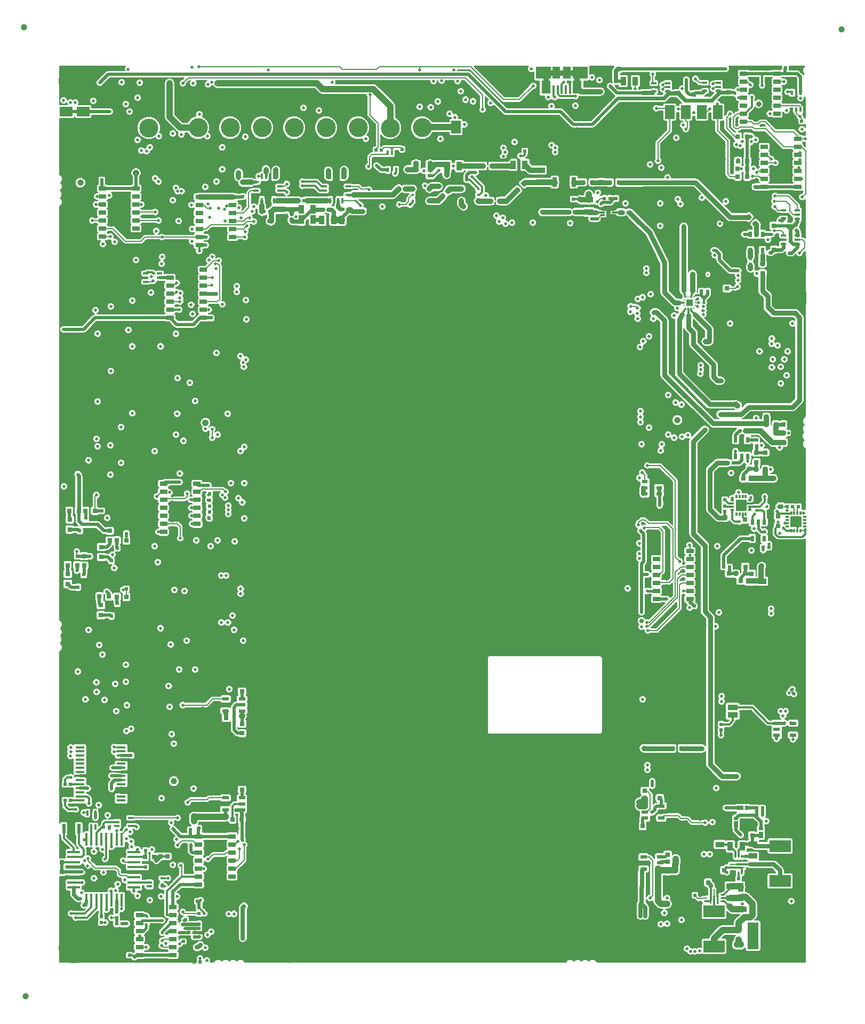
<source format=gbl>
G04 #@! TF.FileFunction,Copper,L6,Bot,Signal*
%FSLAX46Y46*%
G04 Gerber Fmt 4.6, Leading zero omitted, Abs format (unit mm)*
G04 Created by KiCad (PCBNEW 4.0.7) date Tue Jun  4 16:27:16 2019*
%MOMM*%
%LPD*%
G01*
G04 APERTURE LIST*
%ADD10C,0.150000*%
%ADD11C,0.500000*%
%ADD12C,5.000000*%
%ADD13C,3.000000*%
%ADD14R,5.000000X2.000000*%
%ADD15R,4.000000X1.300000*%
%ADD16R,1.300000X4.000000*%
%ADD17R,1.750000X4.250000*%
%ADD18R,3.400000X1.850000*%
%ADD19R,1.520000X2.160000*%
%ADD20R,1.100000X0.600000*%
%ADD21R,1.905000X2.425700*%
%ADD22R,0.711200X1.498600*%
%ADD23R,0.914400X5.334000*%
%ADD24R,0.700000X0.800000*%
%ADD25R,0.797560X0.698500*%
%ADD26R,1.399540X0.899160*%
%ADD27R,0.899160X1.399540*%
%ADD28R,0.495300X0.495300*%
%ADD29C,0.700000*%
%ADD30R,0.800000X0.700000*%
%ADD31R,0.698500X0.797560*%
%ADD32R,2.032000X1.524000*%
%ADD33R,1.524000X2.032000*%
%ADD34R,0.450000X1.380000*%
%ADD35R,1.475000X2.100000*%
%ADD36R,2.375000X1.900000*%
%ADD37R,1.175000X1.900000*%
%ADD38R,1.998980X0.449580*%
%ADD39R,0.449580X1.998980*%
%ADD40R,1.470660X0.419100*%
%ADD41R,0.900000X1.500000*%
%ADD42R,0.900000X1.100000*%
%ADD43R,1.000000X2.100000*%
%ADD44R,0.800000X1.000000*%
%ADD45R,1.000000X0.800000*%
%ADD46R,2.100000X1.000000*%
%ADD47R,0.797560X0.797560*%
%ADD48R,0.300000X0.500000*%
%ADD49R,0.600000X0.300000*%
%ADD50R,1.750000X1.750000*%
%ADD51R,0.500000X0.300000*%
%ADD52R,0.300000X0.600000*%
%ADD53R,3.050000X2.150000*%
%ADD54R,1.650000X0.850000*%
%ADD55R,0.500000X0.600000*%
%ADD56R,0.600000X0.900000*%
%ADD57R,0.250000X0.600000*%
%ADD58R,2.400000X0.250000*%
%ADD59R,0.600000X0.250000*%
%ADD60R,0.250000X2.400000*%
%ADD61R,0.280000X0.200000*%
%ADD62R,0.200000X0.280000*%
%ADD63R,1.000000X1.000000*%
%ADD64R,0.670000X0.300000*%
%ADD65R,0.700000X1.600000*%
%ADD66R,1.180000X0.700000*%
%ADD67R,0.400000X0.700000*%
%ADD68R,0.950000X0.600000*%
%ADD69R,0.600000X1.600000*%
%ADD70R,0.850000X0.350000*%
%ADD71R,0.350000X0.850000*%
%ADD72R,0.950000X0.300000*%
%ADD73R,0.300000X0.950000*%
%ADD74R,2.150000X2.150000*%
%ADD75C,1.000000*%
%ADD76R,1.510000X0.920000*%
%ADD77R,0.250000X0.300000*%
%ADD78R,0.400000X0.400000*%
%ADD79R,0.700000X0.520000*%
%ADD80R,0.700000X1.050000*%
%ADD81R,0.520000X0.700000*%
%ADD82R,1.050000X0.700000*%
%ADD83C,0.200000*%
%ADD84C,0.500000*%
%ADD85C,0.860000*%
%ADD86C,0.600000*%
%ADD87C,1.000000*%
%ADD88C,0.700000*%
%ADD89C,0.300000*%
%ADD90C,0.400000*%
%ADD91C,0.790000*%
%ADD92C,0.250000*%
G04 APERTURE END LIST*
D10*
D11*
X122137860Y-50857020D03*
D12*
X71326540Y-163471680D03*
X71326540Y-117751680D03*
X71326540Y-72031680D03*
X124666540Y-72031680D03*
X124666540Y-163471680D03*
X124666540Y-117751680D03*
D11*
X146699660Y-59122180D03*
X136693720Y-98363520D03*
X136693720Y-97474520D03*
X136719120Y-96113920D03*
X136719120Y-95213920D03*
X136719120Y-94324920D03*
X138866300Y-94108140D03*
X139181260Y-84466300D03*
X139790860Y-85147020D03*
X140588420Y-85837900D03*
X138668180Y-86691340D03*
X138007780Y-86025860D03*
X136529500Y-84557740D03*
X135894500Y-83917660D03*
X139928020Y-78202660D03*
X134473400Y-75578920D03*
X132103760Y-78809360D03*
X132084500Y-79965420D03*
X142427380Y-57994420D03*
X144261260Y-58568460D03*
X146003700Y-58487180D03*
X145414420Y-56455180D03*
X140283620Y-55540780D03*
X138421800Y-53818660D03*
X134289220Y-58741180D03*
X132475660Y-60641100D03*
X127893500Y-55769380D03*
X129387020Y-56953020D03*
X130226080Y-57695440D03*
X138324960Y-65441280D03*
X49820640Y-152111620D03*
X51977100Y-152149720D03*
X137250320Y-59178640D03*
X135178220Y-60966220D03*
X135188380Y-58741180D03*
X132003220Y-59396500D03*
X143423060Y-52949980D03*
X143417980Y-51857780D03*
X141746660Y-52101620D03*
X141721260Y-53117620D03*
X143697380Y-55296940D03*
X143702460Y-54321580D03*
X141924460Y-54255540D03*
X151098940Y-70750300D03*
X147817260Y-68819900D03*
X147837580Y-64781300D03*
X149894980Y-68570980D03*
X149849260Y-66615180D03*
X149859420Y-65604260D03*
X149879740Y-64542540D03*
X149239660Y-72802620D03*
X152998860Y-73803380D03*
X150712860Y-73777980D03*
X151779660Y-73793220D03*
X148503060Y-86615140D03*
X144751000Y-76127040D03*
X145360600Y-76584240D03*
X140860200Y-88365200D03*
X139376840Y-87415240D03*
X141373280Y-86221440D03*
X145350600Y-79448000D03*
X145360600Y-78448000D03*
X145360600Y-77458000D03*
X145399180Y-80397220D03*
X145348380Y-83722080D03*
X138830740Y-77285720D03*
X144332380Y-72314940D03*
X145506640Y-71171800D03*
X143459400Y-69754480D03*
X134492400Y-65507040D03*
X135077400Y-68631800D03*
X134502560Y-66319840D03*
X134492560Y-67199840D03*
X134452560Y-68189840D03*
X141786760Y-60987120D03*
X137214760Y-60971880D03*
X86552460Y-72774680D03*
X87949460Y-72774680D03*
X83758460Y-72774680D03*
X85155460Y-72774680D03*
X106674340Y-89843480D03*
X105277340Y-89843480D03*
X99689340Y-89843480D03*
X101086340Y-89843480D03*
X102483340Y-89843480D03*
X103880340Y-89843480D03*
X92704340Y-89843480D03*
X91307340Y-89843480D03*
X89910340Y-89843480D03*
X88513340Y-89843480D03*
X94101340Y-89843480D03*
X95498340Y-89843480D03*
X96895340Y-89843480D03*
X98292340Y-89843480D03*
X75940340Y-89843480D03*
X74543340Y-89843480D03*
X73146340Y-89843480D03*
X81528340Y-89843480D03*
X80131340Y-89843480D03*
X78734340Y-89843480D03*
X77337340Y-89843480D03*
X82925340Y-89843480D03*
X84322340Y-89843480D03*
X85719340Y-89843480D03*
X87116340Y-89843480D03*
X87116340Y-89830780D03*
X110250660Y-86508460D03*
X111647660Y-86508460D03*
X108536160Y-86559260D03*
X113174200Y-86477980D03*
X116285700Y-86427180D03*
X114888700Y-86427180D03*
X126224320Y-79890360D03*
X126249720Y-78920080D03*
X124090720Y-79936080D03*
X124080560Y-78955640D03*
X120044900Y-72223500D03*
X120060140Y-70117840D03*
X117504900Y-72281920D03*
X113313900Y-72281920D03*
X114710900Y-72281920D03*
X116107900Y-72281920D03*
X117443940Y-70148320D03*
X116046940Y-70148320D03*
X114649940Y-70148320D03*
X118840940Y-70148320D03*
X122865040Y-122410920D03*
X124358560Y-122563320D03*
X127660560Y-122446480D03*
X108654900Y-126131200D03*
X109654900Y-126131200D03*
X92586860Y-127523120D03*
X93586860Y-127523120D03*
X91573660Y-127523120D03*
X95165220Y-123398160D03*
X97178420Y-123398160D03*
X96178420Y-123398160D03*
X90473580Y-117652680D03*
X91473580Y-117652680D03*
X89460380Y-117652680D03*
X93692020Y-115707040D03*
X95705220Y-115707040D03*
X94705220Y-115707040D03*
X96523860Y-114812960D03*
X97523860Y-114812960D03*
X95510660Y-114812960D03*
X90415420Y-108188640D03*
X92428620Y-108188640D03*
X91428620Y-108188640D03*
X91489580Y-106928800D03*
X92489580Y-106928800D03*
X90476380Y-106928800D03*
X82043580Y-106217600D03*
X84056780Y-106217600D03*
X83056780Y-106217600D03*
X81532780Y-107660320D03*
X82532780Y-107660320D03*
X80519580Y-107660320D03*
X78519580Y-107660320D03*
X79519580Y-107660320D03*
X76781460Y-106207440D03*
X75781460Y-106207440D03*
X77781460Y-106207440D03*
X79794660Y-106207440D03*
X78794660Y-106207440D03*
D13*
X94776980Y-43297980D03*
X84616980Y-43297980D03*
X74456980Y-43297980D03*
X64296980Y-43297980D03*
X59216980Y-43297980D03*
X69376980Y-43297980D03*
X79536980Y-43297980D03*
X89696980Y-43347980D03*
X46288380Y-43348780D03*
X51368380Y-43348780D03*
D14*
X39582780Y-81441980D03*
X39582780Y-86941980D03*
X39582780Y-66328980D03*
X39582780Y-71828980D03*
D15*
X150302580Y-166653680D03*
D16*
X153552580Y-171453680D03*
D17*
X147302580Y-171453680D03*
D14*
X153209680Y-148244880D03*
X153209680Y-142744880D03*
X153222380Y-127223840D03*
X153222380Y-121723840D03*
X153232540Y-115108040D03*
X153232540Y-109608040D03*
X153242700Y-101620640D03*
X153242700Y-96120640D03*
X153308000Y-70290000D03*
X153308000Y-64790000D03*
D11*
X125673540Y-43399580D03*
X126963860Y-43399580D03*
X125434780Y-40305860D03*
X129356540Y-40244900D03*
X130646860Y-40244900D03*
X153811660Y-36790500D03*
X132991280Y-50892580D03*
X132991280Y-53089680D03*
X131594280Y-53089680D03*
X131594280Y-50892580D03*
X128800280Y-50892580D03*
X128800280Y-53089680D03*
X130197280Y-53089680D03*
X130197280Y-50892580D03*
X135785280Y-50892580D03*
X135785280Y-53089680D03*
X134388280Y-53089680D03*
X134388280Y-50892580D03*
X137182280Y-50892580D03*
X137182280Y-53089680D03*
X120359860Y-49185700D03*
X115853900Y-53412260D03*
X116930860Y-53422420D03*
X114830280Y-50892580D03*
X112036280Y-50892580D03*
X114263860Y-53752620D03*
X109387060Y-55317260D03*
X113433280Y-50892580D03*
X120283660Y-50862100D03*
X122148020Y-53097300D03*
X120314140Y-53082060D03*
X119033980Y-49774980D03*
X117916380Y-53417340D03*
X119021280Y-53089680D03*
X119039060Y-50582700D03*
X124609280Y-50892580D03*
X124609280Y-53089680D03*
X123212280Y-53089680D03*
X123212280Y-50892580D03*
X126006280Y-50892580D03*
X126006280Y-53089680D03*
X127403280Y-53089680D03*
X127403280Y-50892580D03*
X128040820Y-40270300D03*
X126750500Y-40270300D03*
X124672780Y-38929180D03*
X142305460Y-39203500D03*
X140436020Y-38258620D03*
X135203620Y-39081580D03*
X134261280Y-38687880D03*
X133257980Y-34725480D03*
X135328080Y-34776280D03*
X154065660Y-35799900D03*
X154936880Y-34369880D03*
X149475880Y-34026980D03*
X147139080Y-34026980D03*
X139567340Y-52015260D03*
X128056060Y-53590060D03*
X128076380Y-50143280D03*
X123580580Y-49279680D03*
X126666680Y-50181380D03*
X129752780Y-49533680D03*
X126717480Y-49254280D03*
X125320480Y-49254280D03*
X52532440Y-97820680D03*
X52532440Y-96820680D03*
X52607020Y-90798040D03*
X52625680Y-91646880D03*
X52607020Y-89798040D03*
X52607020Y-88784840D03*
X52607020Y-87784840D03*
X52563840Y-95859500D03*
X52612980Y-93424880D03*
X52570540Y-102753880D03*
X52570540Y-103769880D03*
X52570540Y-104769880D03*
X52570540Y-105769880D03*
X52570540Y-106769880D03*
X53044780Y-109312580D03*
X54594180Y-110836580D03*
X53908380Y-110150780D03*
X56081980Y-112003720D03*
X58081980Y-112003720D03*
X57081980Y-112003720D03*
X59081980Y-112003720D03*
X60081980Y-112003720D03*
X61044380Y-112003720D03*
X120646880Y-160785680D03*
X122894780Y-158906080D03*
X141360580Y-46066580D03*
X141360580Y-48263680D03*
X139963580Y-48263680D03*
X139963580Y-46066580D03*
X137169580Y-46066580D03*
X137169580Y-48263680D03*
X138566580Y-48263680D03*
X138566580Y-46066580D03*
X144078380Y-48263680D03*
X142757580Y-48263680D03*
X142757580Y-46066580D03*
X124596580Y-46066580D03*
X124596580Y-48263680D03*
X123199580Y-48263680D03*
X123199580Y-46066580D03*
X120786580Y-46053880D03*
X120786580Y-48250980D03*
X130184580Y-46066580D03*
X130184580Y-48263680D03*
X128787580Y-48263680D03*
X128787580Y-46066580D03*
X125993580Y-46066580D03*
X125993580Y-48263680D03*
X127390580Y-48263680D03*
X127390580Y-46066580D03*
X132978580Y-46066580D03*
X132978580Y-48263680D03*
X131581580Y-48263680D03*
X131581580Y-46066580D03*
X134375580Y-46066580D03*
X134375580Y-48263680D03*
X135772580Y-48263680D03*
X135772580Y-46066580D03*
X141081180Y-57115580D03*
X138917140Y-159801480D03*
X138917140Y-161801480D03*
X138917140Y-160801480D03*
X142554380Y-153559380D03*
X143113180Y-161369880D03*
X143108140Y-160667880D03*
X140606240Y-163588880D03*
X141571440Y-163636380D03*
D18*
X151584080Y-162773280D03*
X151584080Y-157223280D03*
D19*
X141690780Y-49078980D03*
X139150780Y-49078980D03*
X136610780Y-49078980D03*
X134070780Y-49078980D03*
X141690780Y-40818980D03*
X139150780Y-40818980D03*
X136610780Y-40818980D03*
X134070780Y-40818980D03*
D11*
X66265480Y-55642380D03*
X140757720Y-105536640D03*
X139894120Y-104736540D03*
X139424220Y-103872940D03*
X139424220Y-102872940D03*
X139424220Y-98013840D03*
X139424220Y-100815540D03*
X139424220Y-99815540D03*
X139424220Y-101815540D03*
X139424220Y-98915540D03*
X139450540Y-139543680D03*
X139450540Y-136543680D03*
X139450540Y-135543680D03*
X139450540Y-137543680D03*
X139450540Y-138543680D03*
X139450540Y-134426080D03*
X139437840Y-131521580D03*
X139437840Y-130521580D03*
X139437840Y-129521580D03*
X139437840Y-126371980D03*
X139437840Y-127371980D03*
X139437840Y-128371980D03*
X142592480Y-80483580D03*
X142020980Y-75924280D03*
X142020500Y-76950000D03*
X142020500Y-77940000D03*
X142010500Y-78940000D03*
X142000500Y-79940000D03*
X133926740Y-146446980D03*
X133829480Y-149711280D03*
X133926740Y-145446980D03*
X133926740Y-144446980D03*
X133926740Y-143446980D03*
X136714040Y-150332380D03*
X136079040Y-151891180D03*
X136066340Y-145872380D03*
X136066340Y-144872380D03*
X136066340Y-143872380D03*
X136066340Y-147872380D03*
X136066340Y-146872380D03*
X136066340Y-148872380D03*
X136066340Y-149872380D03*
X130185340Y-125491580D03*
X131188640Y-125834480D03*
X131188640Y-126609180D03*
X136701340Y-137830980D03*
X136701340Y-136830980D03*
X136701340Y-134830980D03*
X136701340Y-135830980D03*
X136701340Y-139830980D03*
X136701340Y-138830980D03*
X136701340Y-133830980D03*
X136701340Y-132830980D03*
X136701340Y-130830980D03*
X136701340Y-131830980D03*
X136701340Y-127830980D03*
X136701340Y-126830980D03*
X136701340Y-128830980D03*
X136701340Y-129830980D03*
X135467780Y-124616080D03*
X136701340Y-125930980D03*
X133939440Y-140386780D03*
X133926740Y-134408880D03*
X133926740Y-133408880D03*
X133926740Y-131408880D03*
X133926740Y-132408880D03*
X133926740Y-136408880D03*
X133926740Y-135408880D03*
X133926740Y-137408880D03*
X133926740Y-138408880D03*
X133926740Y-130408880D03*
X133926740Y-129408880D03*
X133926740Y-127408880D03*
X133926740Y-128408880D03*
X133926740Y-126408880D03*
X133926740Y-139408880D03*
X131162480Y-143704180D03*
X131158140Y-142913580D03*
X87830080Y-69129780D03*
X98396480Y-67161280D03*
X90979680Y-68634480D03*
X88579380Y-66805680D03*
X89227080Y-72241280D03*
X89950980Y-72241280D03*
X80806980Y-71923780D03*
X80083080Y-71923780D03*
X103946380Y-111992280D03*
X60385380Y-90084780D03*
X60372680Y-91024580D03*
X109371180Y-89931120D03*
X111885780Y-90108920D03*
X116590880Y-91003000D03*
X63255580Y-79238980D03*
X105470380Y-71872980D03*
X103768580Y-64062480D03*
X82673880Y-70056880D03*
X89709680Y-67148580D03*
X129633020Y-93502360D03*
X59036110Y-76852330D03*
X58147110Y-76852330D03*
X58147110Y-77868330D03*
X58147110Y-78868330D03*
X58528110Y-80900330D03*
X58528110Y-79900330D03*
X59036110Y-78868330D03*
X59036110Y-77868330D03*
X114830280Y-66297680D03*
X106346680Y-70183880D03*
X104449400Y-68988100D03*
X113268180Y-84166580D03*
X114665180Y-84166580D03*
X108759680Y-84217380D03*
X108759680Y-82020280D03*
X107362680Y-82020280D03*
X107362680Y-84217380D03*
X111553680Y-84217380D03*
X111553680Y-82020280D03*
X110156680Y-82020280D03*
X110156680Y-84217380D03*
X105635480Y-87405080D03*
X102574780Y-83595080D03*
X101634980Y-84522180D03*
X99958580Y-81893280D03*
X99209280Y-82591780D03*
X101901680Y-70602980D03*
X100504680Y-70602980D03*
X103298680Y-70602980D03*
X98977900Y-74661200D03*
X98297900Y-75371200D03*
X100273300Y-73340400D03*
X99593300Y-74050400D03*
X101725300Y-72772000D03*
X100413000Y-74127800D03*
X101103000Y-73457800D03*
X99733000Y-74837800D03*
X97535900Y-73097900D03*
X98905900Y-71717900D03*
X98215900Y-72387900D03*
X63839780Y-86820880D03*
X82965980Y-87773380D03*
X84362980Y-74603480D03*
X84362980Y-76800580D03*
X84362980Y-85588980D03*
X84362980Y-78997680D03*
X84362980Y-83391880D03*
X84362980Y-81194780D03*
X82965980Y-87786080D03*
X82965980Y-81194780D03*
X82965980Y-83391880D03*
X82965980Y-78997680D03*
X82965980Y-85588980D03*
X82965980Y-76800580D03*
X82965980Y-74603480D03*
X81568980Y-87786080D03*
X80171980Y-74603480D03*
X80171980Y-76800580D03*
X80171980Y-85588980D03*
X80171980Y-78997680D03*
X80171980Y-83391880D03*
X80171980Y-81194780D03*
X80171980Y-87786080D03*
X81568980Y-81194780D03*
X81568980Y-83391880D03*
X81568980Y-78997680D03*
X81568980Y-85588980D03*
X81568980Y-76800580D03*
X81568980Y-74603480D03*
X78774980Y-87786080D03*
X73186980Y-87786080D03*
X75980980Y-74603480D03*
X75980980Y-76800580D03*
X75980980Y-85588980D03*
X75980980Y-78997680D03*
X75980980Y-83391880D03*
X75980980Y-81194780D03*
X74583980Y-87786080D03*
X74583980Y-81194780D03*
X74583980Y-83391880D03*
X74583980Y-78997680D03*
X74583980Y-85588980D03*
X74583980Y-76800580D03*
X74583980Y-74603480D03*
X75980980Y-87786080D03*
X77377980Y-74603480D03*
X77377980Y-76800580D03*
X77377980Y-85588980D03*
X77377980Y-78997680D03*
X77377980Y-83391880D03*
X77377980Y-81194780D03*
X77377980Y-87786080D03*
X78774980Y-81194780D03*
X78774980Y-83391880D03*
X78774980Y-78997680D03*
X78774980Y-85588980D03*
X78774980Y-76800580D03*
X78774980Y-74603480D03*
X67598980Y-74603480D03*
X66671880Y-83391880D03*
X66392480Y-78794480D03*
X66201980Y-85588980D03*
X66201980Y-74603480D03*
X64843080Y-87709880D03*
X63712780Y-75543280D03*
X62963480Y-77181580D03*
X62645980Y-84522180D03*
X62645980Y-83391880D03*
X63407980Y-81194780D03*
X63001580Y-85931880D03*
X64868480Y-80432780D03*
X65160580Y-77206980D03*
X70392980Y-74603480D03*
X70392980Y-76800580D03*
X70392980Y-85588980D03*
X70392980Y-78997680D03*
X70392980Y-83391880D03*
X70392980Y-81194780D03*
X68995980Y-87786080D03*
X68995980Y-81194780D03*
X68995980Y-83391880D03*
X68995980Y-78997680D03*
X68995980Y-85588980D03*
X68995980Y-76800580D03*
X68995980Y-74603480D03*
X70392980Y-87786080D03*
X71789980Y-74603480D03*
X71789980Y-76800580D03*
X71789980Y-85588980D03*
X71789980Y-78997680D03*
X71789980Y-83391880D03*
X71789980Y-81194780D03*
X71789980Y-87786080D03*
X73186980Y-81194780D03*
X73186980Y-83391880D03*
X73186980Y-78997680D03*
X73186980Y-85588980D03*
X73186980Y-76800580D03*
X73186980Y-74603480D03*
X95538980Y-76800580D03*
X95538980Y-85588980D03*
X95538980Y-78997680D03*
X95538980Y-83391880D03*
X95538980Y-81194780D03*
X94141980Y-87786080D03*
X94141980Y-81194780D03*
X94141980Y-83391880D03*
X94141980Y-78997680D03*
X94141980Y-85588980D03*
X94141980Y-76800580D03*
X94141980Y-74603480D03*
X92744980Y-87786080D03*
X91347980Y-74603480D03*
X91347980Y-76800580D03*
X91347980Y-85588980D03*
X91347980Y-78997680D03*
X91347980Y-83391880D03*
X91347980Y-81194780D03*
X91347980Y-87786080D03*
X92744980Y-81194780D03*
X92744980Y-83391880D03*
X92744980Y-78997680D03*
X92744980Y-85588980D03*
X92744980Y-76800580D03*
X92744980Y-74603480D03*
X89950980Y-87786080D03*
X84362980Y-87786080D03*
X87156980Y-74603480D03*
X87156980Y-76800580D03*
X87156980Y-85588980D03*
X87156980Y-78997680D03*
X87156980Y-83391880D03*
X87156980Y-81194780D03*
X85759980Y-87786080D03*
X85759980Y-81194780D03*
X85759980Y-83391880D03*
X85759980Y-78997680D03*
X85759980Y-85588980D03*
X85759980Y-76800580D03*
X85759980Y-74603480D03*
X87156980Y-87786080D03*
X88553980Y-74603480D03*
X88553980Y-76800580D03*
X88553980Y-85588980D03*
X88553980Y-78997680D03*
X88553980Y-83391880D03*
X88553980Y-81194780D03*
X88553980Y-87786080D03*
X89950980Y-81194780D03*
X89950980Y-83391880D03*
X89950980Y-78997680D03*
X89950980Y-85588980D03*
X89950980Y-76800580D03*
X89950980Y-74603480D03*
X101126980Y-76800580D03*
X101126980Y-85588980D03*
X101126980Y-78997680D03*
X101800080Y-81118580D03*
X99729980Y-87786080D03*
X100199880Y-82883880D03*
X99729980Y-78997680D03*
X99729980Y-85588980D03*
X99107680Y-75479780D03*
X98332980Y-87786080D03*
X96935980Y-76800580D03*
X96935980Y-85588980D03*
X96935980Y-78997680D03*
X96935980Y-83391880D03*
X96935980Y-87786080D03*
X98332980Y-83391880D03*
X98332980Y-78997680D03*
X98332980Y-85588980D03*
X98447280Y-76127480D03*
X95538980Y-87786080D03*
X101126980Y-87786080D03*
X103324080Y-74705080D03*
X101050780Y-81969480D03*
X103501880Y-84903180D03*
X103920980Y-78997680D03*
X103489180Y-83417280D03*
X102523980Y-87786080D03*
X102523980Y-78997680D03*
X102523980Y-85588980D03*
X102257280Y-75771880D03*
X103920980Y-87786080D03*
X100174480Y-77803880D03*
X100707880Y-81118580D03*
X105660880Y-86249380D03*
X105648180Y-83595080D03*
X105648180Y-84890480D03*
X97647180Y-81245580D03*
X96008880Y-74743180D03*
X105474750Y-80323310D03*
X155432180Y-45749080D03*
X154132200Y-33817800D03*
D20*
X66153820Y-151488180D03*
X66153820Y-150538180D03*
X66153820Y-149588180D03*
X63553820Y-149588180D03*
X63553820Y-150538180D03*
X63553820Y-151488180D03*
X66174140Y-135803680D03*
X66174140Y-134853680D03*
X66174140Y-133903680D03*
X63574140Y-133903680D03*
X63574140Y-134853680D03*
X63574140Y-135803680D03*
D11*
X109043540Y-149790780D03*
X80896800Y-53466500D03*
X81087300Y-52450500D03*
X48176340Y-51408780D03*
X48138240Y-47459080D03*
X46004640Y-49529180D03*
X144738780Y-83264880D03*
X147451180Y-80649420D03*
X144759100Y-79970500D03*
X147441340Y-83262340D03*
X147461660Y-84964140D03*
X147474360Y-75517880D03*
X148630060Y-70978900D03*
X148071260Y-70013700D03*
X147760900Y-72301800D03*
X145307740Y-72304780D03*
X144979600Y-74702100D03*
X117408500Y-47203420D03*
X154327280Y-64684780D03*
X151685680Y-65167380D03*
X152498480Y-65192780D03*
X152739780Y-71664700D03*
X151672980Y-71649460D03*
X153958980Y-71674860D03*
X154962280Y-94097980D03*
X152879480Y-94097980D03*
X153844680Y-94123380D03*
X153882780Y-101616380D03*
X152917580Y-101590980D03*
X150834780Y-101590980D03*
X151799980Y-101616380D03*
X151926980Y-96104580D03*
X150961780Y-96079180D03*
X153044580Y-96079180D03*
X154009780Y-96104580D03*
X151380880Y-96676080D03*
X152346080Y-96701480D03*
X152422280Y-102289480D03*
X151457080Y-102264080D03*
X153539880Y-108931580D03*
X152574680Y-108906180D03*
X151126880Y-116538880D03*
X152092080Y-116564280D03*
X152447680Y-114773580D03*
X151482480Y-114748180D03*
X138840940Y-127889380D03*
X138840940Y-126889380D03*
X138840940Y-125889380D03*
X141898830Y-126830570D03*
X154136780Y-88601420D03*
X154995300Y-87773380D03*
X147507380Y-86610060D03*
X153003940Y-88703020D03*
X150626500Y-86610060D03*
X149585100Y-86584660D03*
X133760900Y-103739820D03*
X133776140Y-104720260D03*
X75130080Y-130089780D03*
X74087280Y-127408820D03*
X75087280Y-127408820D03*
X73087280Y-127408820D03*
X62889180Y-130596520D03*
X66797480Y-130101220D03*
X65797480Y-130101220D03*
X65606980Y-127396120D03*
X67606980Y-127396120D03*
X66606980Y-127396120D03*
X70456480Y-127384680D03*
X71396280Y-127397380D03*
X64593780Y-127396120D03*
X62593780Y-127396120D03*
X63593780Y-127396120D03*
X108532220Y-102265360D03*
X107532220Y-102265360D03*
X105544420Y-102257740D03*
X106544420Y-102257740D03*
X102544680Y-102250120D03*
X101544680Y-102250120D03*
X103544680Y-102250120D03*
X104544680Y-102250120D03*
X111693380Y-102276780D03*
X112734780Y-102264080D03*
X113699980Y-102264080D03*
X116032080Y-102300920D03*
X119229180Y-102275520D03*
X117924380Y-102262820D03*
X122362520Y-105008560D03*
X121362520Y-105008560D03*
X119374720Y-105000940D03*
X120374720Y-105000940D03*
X116374980Y-104993320D03*
X115374980Y-104993320D03*
X117374980Y-104993320D03*
X118374980Y-104993320D03*
X123460820Y-105000940D03*
X124448620Y-105008560D03*
X113471380Y-105070780D03*
X112443820Y-105033960D03*
X111443820Y-105033960D03*
X110456020Y-105026340D03*
X105370180Y-105018720D03*
X104370180Y-105018720D03*
X102370180Y-105018720D03*
X103370180Y-105018720D03*
X107369920Y-105026340D03*
X106369920Y-105026340D03*
X108357720Y-105033960D03*
X109357720Y-105033960D03*
X99666480Y-101108380D03*
X101012680Y-99876480D03*
X98485380Y-98492180D03*
X97570980Y-99381180D03*
X92200280Y-112308520D03*
X91200280Y-112308520D03*
X97583680Y-112134520D03*
X96542280Y-112147220D03*
X95564380Y-112198020D03*
X92922780Y-109591980D03*
X91500380Y-109566580D03*
X95526280Y-109843440D03*
X96478780Y-109830740D03*
X97520180Y-109818040D03*
X96351780Y-107953680D03*
X96364480Y-106836080D03*
X96351780Y-102987980D03*
X96377180Y-105426380D03*
X96377180Y-104169080D03*
X107822900Y-68906900D03*
X109192900Y-67526900D03*
X108502900Y-68196900D03*
X51977980Y-93907480D03*
X51966940Y-95313400D03*
X52021160Y-92086300D03*
X52010120Y-87238740D03*
X52010120Y-88238740D03*
X52010120Y-89251940D03*
X52010120Y-91251940D03*
X52010120Y-90251940D03*
X43477340Y-67731840D03*
X45296900Y-70496840D03*
X43483340Y-70512080D03*
X54451200Y-77761580D03*
X147898540Y-56871740D03*
X140598580Y-59426980D03*
X141322480Y-58550680D03*
X140669700Y-52975380D03*
X140989740Y-51563140D03*
X140979580Y-50491260D03*
X138376080Y-50892580D03*
X138922180Y-57509280D03*
X119308300Y-48784380D03*
X122757620Y-43450380D03*
X123326580Y-42866180D03*
X96053540Y-170756480D03*
X117219200Y-65003600D03*
X117209200Y-66003600D03*
X117209200Y-67013600D03*
X118428400Y-67013600D03*
X118428400Y-66003600D03*
X118438400Y-65003600D03*
X121537200Y-65003600D03*
X121527200Y-66003600D03*
X121527200Y-67013600D03*
X120308000Y-67013600D03*
X120308000Y-66003600D03*
X120318000Y-65003600D03*
X119403600Y-65003600D03*
X119393600Y-66003600D03*
X119393600Y-67013600D03*
X119393600Y-63000400D03*
X119393600Y-61990400D03*
X119403600Y-60990400D03*
X120318000Y-60990400D03*
X120308000Y-61990400D03*
X120308000Y-63000400D03*
X121527200Y-63000400D03*
X121527200Y-61990400D03*
X121537200Y-60990400D03*
X118438400Y-60990400D03*
X118428400Y-61990400D03*
X118428400Y-63000400D03*
X118449780Y-64024380D03*
X119364180Y-64024380D03*
X117209200Y-63000400D03*
X117209200Y-61990400D03*
X117219200Y-60990400D03*
X120278580Y-64024380D03*
X106359380Y-97145980D03*
X103300000Y-94112000D03*
X103290000Y-95112000D03*
X103290000Y-96122000D03*
X105444980Y-97145980D03*
X104530580Y-97145980D03*
X104509200Y-96122000D03*
X104509200Y-95112000D03*
X104519200Y-94112000D03*
X107618000Y-94112000D03*
X107608000Y-95112000D03*
X107608000Y-96122000D03*
X106388800Y-96122000D03*
X106388800Y-95112000D03*
X106398800Y-94112000D03*
X105484400Y-94112000D03*
X105474400Y-95112000D03*
X105474400Y-96122000D03*
X105474400Y-100135200D03*
X105474400Y-99125200D03*
X105484400Y-98125200D03*
X106398800Y-98125200D03*
X106388800Y-99125200D03*
X106388800Y-100135200D03*
X107608000Y-100135200D03*
X107608000Y-99125200D03*
X107618000Y-98125200D03*
X104519200Y-98125200D03*
X104509200Y-99125200D03*
X104509200Y-100135200D03*
X103290000Y-100135200D03*
X103290000Y-99125200D03*
X103300000Y-98125200D03*
X117219200Y-83037600D03*
X117209200Y-84037600D03*
X117209200Y-85047600D03*
X118428400Y-85047600D03*
X118428400Y-84037600D03*
X118438400Y-83037600D03*
X121537200Y-83037600D03*
X121527200Y-84037600D03*
X121527200Y-85047600D03*
X120308000Y-85047600D03*
X120308000Y-84037600D03*
X120318000Y-83037600D03*
X119403600Y-83037600D03*
X119393600Y-84037600D03*
X119393600Y-85047600D03*
X119393600Y-81034400D03*
X119393600Y-80024400D03*
X119403600Y-79024400D03*
X120318000Y-79024400D03*
X120308000Y-80024400D03*
X120308000Y-81034400D03*
X121527200Y-81034400D03*
X121527200Y-80024400D03*
X121537200Y-79024400D03*
X118438400Y-79024400D03*
X118428400Y-80024400D03*
X118428400Y-81034400D03*
X118449780Y-82058380D03*
X119364180Y-82058380D03*
X117209200Y-81034400D03*
X117209200Y-80024400D03*
X117219200Y-79024400D03*
X120278580Y-82058380D03*
X57642180Y-174514380D03*
X56880180Y-174514380D03*
X56270580Y-171618780D03*
X147509040Y-109449780D03*
X49437980Y-50460780D03*
X123555180Y-34026980D03*
X144281580Y-36439980D03*
X130377200Y-65628800D03*
X130387780Y-66335780D03*
X57123600Y-49586800D03*
X56053600Y-49586800D03*
X109978000Y-47050000D03*
X112348000Y-47050000D03*
X47775940Y-84205980D03*
X145068980Y-139690980D03*
X137232600Y-71055200D03*
X39989180Y-89703780D03*
X39972140Y-88641880D03*
X40048340Y-78880680D03*
X40048340Y-79880680D03*
X40099140Y-73495880D03*
X40099140Y-74495880D03*
X40099140Y-63691480D03*
X40099140Y-64691480D03*
X147816880Y-42153720D03*
X146978680Y-41315520D03*
X148604280Y-42991920D03*
X150560080Y-47640120D03*
X150560080Y-46293920D03*
X147816880Y-51475520D03*
X147723280Y-48733580D03*
X147588280Y-45938320D03*
X145530880Y-43804720D03*
X144641880Y-42890320D03*
X143702080Y-41950520D03*
X144337080Y-38673920D03*
X135315380Y-36947980D03*
X139049180Y-36922580D03*
X125739580Y-36922580D03*
X137931580Y-36897180D03*
X127644580Y-36947980D03*
X132318180Y-36871780D03*
X140319180Y-36897180D03*
X117548000Y-39820000D03*
X118218000Y-40510000D03*
X37880980Y-100193980D03*
X42910180Y-152771980D03*
X41502140Y-146127880D03*
X118221180Y-36058980D03*
X138840940Y-134921380D03*
X142325780Y-134280780D03*
X142325780Y-133467980D03*
X144408580Y-130572380D03*
X144408580Y-129556380D03*
X145881780Y-134585580D03*
X151723780Y-135855580D03*
X152485780Y-135855580D03*
X152079380Y-136617580D03*
X144726080Y-172876080D03*
X139544480Y-158499680D03*
X140433480Y-158499680D03*
X149386980Y-153279980D03*
X148523380Y-153279980D03*
X143468780Y-152568780D03*
X146186580Y-153330780D03*
X153806580Y-133112380D03*
X153044580Y-132959980D03*
X153552580Y-132350380D03*
X141957480Y-128743580D03*
X148574180Y-128591180D03*
X146948580Y-137735180D03*
X146948580Y-136769980D03*
X146948580Y-135804780D03*
X146719980Y-133315580D03*
X149640980Y-133925180D03*
X144408580Y-131385180D03*
X144433980Y-132401180D03*
X151622180Y-133518780D03*
X148726580Y-127067180D03*
X149818780Y-129099180D03*
X151545980Y-130115180D03*
X147507380Y-134687180D03*
X149590180Y-138344780D03*
X145386480Y-172876080D03*
X53757640Y-83253980D03*
X68791700Y-39045800D03*
X58441200Y-39045800D03*
X56257540Y-168227180D03*
X37550780Y-157534480D03*
X41716040Y-162448680D03*
X41716040Y-161448680D03*
X38884280Y-148834980D03*
X37868280Y-38979980D03*
X51114040Y-165036680D03*
X39074780Y-153597480D03*
X51431540Y-161306180D03*
X142797230Y-125903470D03*
X141893980Y-125873380D03*
X144797230Y-125903470D03*
X143797230Y-125903470D03*
X141982880Y-122012580D03*
X142497230Y-123103470D03*
X143497230Y-123103470D03*
X146545230Y-123103470D03*
X145545230Y-123103470D03*
X144545230Y-123103470D03*
X148545230Y-123103470D03*
X147545230Y-123103470D03*
X149545230Y-123103470D03*
X149845230Y-125903470D03*
X148845230Y-125903470D03*
X146845230Y-125903470D03*
X147845230Y-125903470D03*
X145845230Y-125903470D03*
X51966940Y-127115980D03*
X51966940Y-125115980D03*
X51966940Y-126115980D03*
X51966940Y-124115980D03*
X51966940Y-129119780D03*
X51966940Y-128119780D03*
X51966940Y-131119780D03*
X51966940Y-130119780D03*
X51966940Y-132119780D03*
X51966940Y-133119780D03*
X51939880Y-133925180D03*
X51966940Y-136119780D03*
X51966940Y-137081680D03*
X51966940Y-149184780D03*
X51966940Y-148184780D03*
X51966940Y-146184780D03*
X51966940Y-147184780D03*
X51966940Y-145184780D03*
X51966940Y-144184780D03*
X51966940Y-143184780D03*
X51965280Y-140046580D03*
X51965280Y-141189580D03*
X51965280Y-138090780D03*
X51965280Y-139094080D03*
X51966940Y-150169280D03*
X51966940Y-151169280D03*
X49452340Y-155204580D03*
X49452340Y-154204580D03*
X41614780Y-153597480D03*
X49820640Y-141203580D03*
X49820640Y-144207380D03*
X49820640Y-143207380D03*
X49820640Y-146207380D03*
X49820640Y-145207380D03*
X49820640Y-147207380D03*
X49820640Y-148207380D03*
X49820640Y-150207380D03*
X49820640Y-149207380D03*
X49820640Y-151207380D03*
X123277000Y-39098500D03*
X122297000Y-40058500D03*
X121307000Y-41008500D03*
X103888000Y-60530000D03*
X52851740Y-79416780D03*
X52291140Y-84393480D03*
X52291140Y-82393480D03*
X54824440Y-86793480D03*
X54824440Y-85793480D03*
X55091140Y-81793480D03*
X52291140Y-80388680D03*
X52291140Y-81277680D03*
X54824440Y-88797280D03*
X54824440Y-87797280D03*
X54824440Y-90797280D03*
X54824440Y-89797280D03*
X49820640Y-140078880D03*
X49820640Y-139078880D03*
X49820640Y-137078880D03*
X49820640Y-138078880D03*
X49820640Y-136078880D03*
X49820640Y-133078880D03*
X49820640Y-134078880D03*
X49820640Y-131078880D03*
X49820640Y-132078880D03*
X49820640Y-124070280D03*
X49820640Y-127075080D03*
X49820640Y-126075080D03*
X49820640Y-125075080D03*
X49820640Y-129075080D03*
X49820640Y-128075080D03*
X49820640Y-130075080D03*
X49820640Y-105056080D03*
X49820640Y-103056080D03*
X49820640Y-104056080D03*
X49820640Y-101056080D03*
X49820640Y-102056080D03*
X49795240Y-97063980D03*
X49795240Y-96063980D03*
X49795240Y-94063980D03*
X49795240Y-95063980D03*
X49820640Y-99051280D03*
X49769840Y-90038580D03*
X49769840Y-91038580D03*
X49769840Y-89038580D03*
X49820640Y-107059880D03*
X49820640Y-106059880D03*
X49820640Y-109059880D03*
X49820640Y-108059880D03*
X49820640Y-110059880D03*
X49820640Y-111059880D03*
X49820640Y-116059880D03*
X49820640Y-117059880D03*
X49820640Y-112059880D03*
X49820640Y-114059880D03*
X49820640Y-115059880D03*
X49820640Y-120064680D03*
X49820640Y-119064680D03*
X49820640Y-118064680D03*
X49820640Y-122064680D03*
X49820640Y-121064680D03*
X49820640Y-123064680D03*
X49769840Y-88025380D03*
X49769840Y-87025380D03*
X45382340Y-64716880D03*
X48182340Y-54227880D03*
X48182340Y-52227880D03*
X48182340Y-56227880D03*
X48182340Y-55227880D03*
X48182340Y-57227880D03*
X48182340Y-58227880D03*
X48182340Y-63227880D03*
X48182340Y-64227880D03*
X48182340Y-59227880D03*
X48182340Y-62227880D03*
X45382340Y-63827880D03*
X45382340Y-62827880D03*
X45382340Y-51827880D03*
X45780380Y-53965980D03*
X45382340Y-58827880D03*
X45382340Y-55827880D03*
X45382340Y-54827880D03*
X45382340Y-56827880D03*
X45382340Y-57827880D03*
X48182340Y-67232680D03*
X48182340Y-66232680D03*
X48182340Y-65232680D03*
X48182340Y-68232680D03*
X45382340Y-65832680D03*
X45382340Y-66832680D03*
X94281940Y-120717860D03*
X62050980Y-107977820D03*
X52282780Y-99050980D03*
X151952380Y-120234580D03*
X150987180Y-120209180D03*
X153069980Y-120209180D03*
X154035180Y-120234580D03*
X154085980Y-128794380D03*
X153120780Y-128768980D03*
X151037980Y-128768980D03*
X152003180Y-128794380D03*
X151774580Y-149749380D03*
X150809380Y-149723980D03*
X152892180Y-149723980D03*
X153857380Y-149749380D03*
X154085980Y-141214980D03*
X153120780Y-141189580D03*
X151037980Y-141189580D03*
X152003180Y-141214980D03*
X111923780Y-48183980D03*
X113023780Y-48183980D03*
X114373780Y-48183980D03*
X152421800Y-48070200D03*
X145195980Y-55403620D03*
X146313580Y-55337580D03*
X147240200Y-55334600D03*
X147214800Y-54496400D03*
X148459400Y-54928200D03*
X149424600Y-54953600D03*
X146288180Y-54499380D03*
X145211220Y-54545100D03*
X117306780Y-52436900D03*
X117306780Y-51451380D03*
X149513980Y-36693980D03*
X153268600Y-36103800D03*
X146393200Y-67521800D03*
X52011740Y-106261880D03*
X52011740Y-108150880D03*
X54824440Y-93787280D03*
X54824440Y-96687280D03*
X54824440Y-94687280D03*
X54824440Y-95687280D03*
X55091140Y-98687280D03*
X55091140Y-100687280D03*
X55091140Y-101687280D03*
X55091140Y-106687280D03*
X55091140Y-107687280D03*
X55091140Y-103687280D03*
X55091140Y-102687280D03*
X55091140Y-104687280D03*
X55091140Y-105687280D03*
X51935540Y-96274580D03*
X51935540Y-97274580D03*
X52011740Y-105261880D03*
X52011740Y-104261880D03*
X52011740Y-102261880D03*
X52011740Y-103261880D03*
X52011740Y-101261880D03*
X112010000Y-76469400D03*
X110765400Y-76469400D03*
X65338380Y-69358380D03*
X65338380Y-68469380D03*
X141462180Y-148047580D03*
X151073540Y-69637780D03*
X151241180Y-65345180D03*
X67497400Y-48670000D03*
X61144200Y-49838400D03*
X152467600Y-42339000D03*
X61147380Y-54296180D03*
X153336200Y-76365800D03*
X153336200Y-77355800D03*
X153326200Y-78355800D03*
X153316200Y-79355800D03*
X147489280Y-79315920D03*
X147499280Y-78270200D03*
X147461660Y-77283180D03*
X144751000Y-77000800D03*
X144751000Y-77990800D03*
X144741000Y-78990800D03*
X106968980Y-58207780D03*
X107578580Y-57598180D03*
X109064480Y-58398280D03*
X118271980Y-58436380D03*
X52573800Y-49332800D03*
X52599200Y-47173800D03*
X102178000Y-54010000D03*
X106118000Y-47250000D03*
X107309100Y-66291900D03*
X107999100Y-65621900D03*
X109548000Y-64140000D03*
X106629100Y-67001900D03*
X105859100Y-67641900D03*
X116728000Y-39410000D03*
X119288000Y-41710000D03*
X119238000Y-43470000D03*
X104998000Y-41050000D03*
X106168000Y-40000000D03*
X104538000Y-44680000D03*
X104588000Y-45560000D03*
X104528000Y-42710000D03*
X69208000Y-45980000D03*
X70358000Y-45980000D03*
X65858000Y-45980000D03*
X66928000Y-45980000D03*
X67988000Y-45980000D03*
X72598000Y-46000000D03*
X71538000Y-45970000D03*
X84858000Y-45980000D03*
X86008000Y-45980000D03*
X81508000Y-45980000D03*
X82578000Y-45980000D03*
X83638000Y-45980000D03*
X88318000Y-45920000D03*
X87168000Y-45950000D03*
X79248000Y-45960000D03*
X80338000Y-45930000D03*
X75698000Y-45970000D03*
X74638000Y-45970000D03*
X73568000Y-45970000D03*
X78068000Y-45970000D03*
X76918000Y-45970000D03*
X92598000Y-45840000D03*
X93748000Y-45840000D03*
X89248000Y-45840000D03*
X90318000Y-45840000D03*
X91378000Y-45840000D03*
X95988000Y-45860000D03*
X94928000Y-45830000D03*
X110008000Y-39490000D03*
X109991580Y-42586780D03*
X107828000Y-39460000D03*
X108898000Y-39460000D03*
X113598000Y-39410000D03*
X113598380Y-42789980D03*
X114708000Y-39410000D03*
X115768000Y-39410000D03*
X114766780Y-42840780D03*
X115985980Y-42840780D03*
X108924780Y-42662980D03*
X107832580Y-42637580D03*
X116036780Y-43628180D03*
X114715980Y-43602780D03*
X112528000Y-43220000D03*
X113649180Y-43551980D03*
X108924780Y-43424980D03*
X107807180Y-43399580D03*
X111348000Y-43230000D03*
X109966180Y-43475780D03*
X105168000Y-57850000D03*
X106738000Y-56480000D03*
X110898000Y-58080000D03*
X110042380Y-58080780D03*
X114778000Y-55300000D03*
X115838000Y-55330000D03*
X111228000Y-55310000D03*
X110168000Y-55310000D03*
X113598000Y-55310000D03*
X112448000Y-55310000D03*
X108888000Y-47810000D03*
X111198000Y-46230000D03*
X112348000Y-46230000D03*
X108908000Y-50870000D03*
X108918000Y-46230000D03*
X109978000Y-46230000D03*
X114588000Y-46250000D03*
X113528000Y-46220000D03*
X103895580Y-51400580D03*
X102838000Y-45900000D03*
X103898000Y-45930000D03*
X99288000Y-45910000D03*
X98228000Y-45910000D03*
X97158000Y-45910000D03*
X101658000Y-45910000D03*
X100508000Y-45910000D03*
X109588000Y-51510000D03*
X92648000Y-48700000D03*
X91588000Y-48700000D03*
X90518000Y-48700000D03*
X82438000Y-48660000D03*
X83588000Y-48660000D03*
X79088000Y-48660000D03*
X80158000Y-48660000D03*
X81218000Y-48660000D03*
X85888000Y-48680000D03*
X84818000Y-48680000D03*
X89318000Y-48680000D03*
X88168000Y-48680000D03*
X76498000Y-48690000D03*
X77648000Y-48690000D03*
X73148000Y-48690000D03*
X74218000Y-48690000D03*
X75278000Y-48690000D03*
X107808000Y-53630000D03*
X106358000Y-52140000D03*
X107168000Y-53000000D03*
X73288000Y-50860000D03*
X73298000Y-49850000D03*
X75568000Y-53350000D03*
X76528000Y-53530000D03*
X86598000Y-52460000D03*
X79738000Y-60430000D03*
X78728000Y-60440000D03*
X77508000Y-60510000D03*
X76288000Y-60510000D03*
X75128000Y-60490000D03*
X74008000Y-60480000D03*
X66176580Y-61941580D03*
X70318000Y-60400000D03*
X71398000Y-60430000D03*
X72708000Y-60450000D03*
X113599900Y-66285200D03*
X115350980Y-57547380D03*
X117941780Y-57547380D03*
X69548000Y-48670000D03*
X68488000Y-48670000D03*
X66608380Y-48657380D03*
X114848000Y-54270000D03*
X113618000Y-54280000D03*
X112248000Y-54320000D03*
X111058000Y-54330000D03*
X94726180Y-53165880D03*
X112639900Y-66285200D03*
X111669900Y-66275200D03*
X102538000Y-57770000D03*
X93811780Y-51502180D03*
X100248000Y-51540000D03*
X99278000Y-57740000D03*
X100418000Y-57770000D03*
X101548000Y-57760000D03*
X98038000Y-57740000D03*
X96838000Y-57730000D03*
X95738000Y-57750000D03*
X94578000Y-57750000D03*
X93438000Y-57750000D03*
X92258000Y-57730000D03*
X89688000Y-57690000D03*
X90978000Y-57710000D03*
X88348000Y-57700000D03*
X87008000Y-57710000D03*
X90308000Y-60530000D03*
X88648000Y-60660000D03*
X84368000Y-60580000D03*
X85848000Y-60610000D03*
X82828000Y-60590000D03*
X91462280Y-63719580D03*
X96528000Y-60490000D03*
X94788000Y-60550000D03*
X98028000Y-60530000D03*
X100798000Y-60550000D03*
X91928000Y-60530000D03*
X102478000Y-60530000D03*
X96528000Y-62720000D03*
X100568000Y-62780000D03*
X124358000Y-55950000D03*
X124342580Y-56658380D03*
X127065460Y-57735340D03*
X120678000Y-59170000D03*
X130997380Y-58466860D03*
X133039540Y-61834900D03*
X129208000Y-61620000D03*
X128358000Y-61580000D03*
X128348000Y-60730000D03*
X130438580Y-61743460D03*
X129874700Y-60610620D03*
X128955220Y-59741940D03*
X128274500Y-59137420D03*
X147812180Y-63262380D03*
X141068480Y-69205980D03*
X141068000Y-67770000D03*
X141058000Y-66630000D03*
X112926400Y-64100200D03*
D10*
G36*
X116870800Y-50762300D02*
X116375500Y-50267000D01*
X118280500Y-50267000D01*
X117785200Y-50762300D01*
X116870800Y-50762300D01*
X116870800Y-50762300D01*
G37*
D21*
X117328000Y-49054150D03*
D22*
X115829400Y-51930700D03*
D23*
X117328000Y-50013000D03*
D22*
X118826600Y-51930700D03*
D10*
G36*
X117785200Y-47346000D02*
X118280500Y-47841300D01*
X116375500Y-47841300D01*
X116870800Y-47346000D01*
X117785200Y-47346000D01*
X117785200Y-47346000D01*
G37*
D24*
X105628000Y-54940000D03*
X107128000Y-54940000D03*
D25*
X103228000Y-48200000D03*
X103228000Y-49400000D03*
X102058000Y-48200000D03*
X102058000Y-49400000D03*
D24*
X105938000Y-49390000D03*
X104438000Y-49390000D03*
D25*
X123208000Y-50700000D03*
X123208000Y-51900000D03*
D24*
X124558000Y-51990000D03*
X126058000Y-51990000D03*
D26*
X113572980Y-50041680D03*
X113572980Y-51946680D03*
D27*
X109191480Y-49216180D03*
X111096480Y-49216180D03*
X100680500Y-49400000D03*
X98775500Y-49400000D03*
D10*
G36*
X109923025Y-53760660D02*
X109357340Y-53194975D01*
X109852315Y-52700000D01*
X110418000Y-53265685D01*
X109923025Y-53760660D01*
X109923025Y-53760660D01*
G37*
G36*
X110983685Y-52700000D02*
X110418000Y-52134315D01*
X110912975Y-51639340D01*
X111478660Y-52205025D01*
X110983685Y-52700000D01*
X110983685Y-52700000D01*
G37*
D28*
X108108000Y-48350420D03*
X108108000Y-49249580D03*
X107078000Y-48340420D03*
X107078000Y-49239580D03*
X98670800Y-50816380D03*
X99569960Y-50816380D03*
D24*
X120308000Y-51980000D03*
X121808000Y-51980000D03*
D28*
X91108420Y-53000000D03*
X92007580Y-53000000D03*
X75098420Y-54860000D03*
X75997580Y-54860000D03*
D10*
G36*
X66626131Y-51967901D02*
X66275901Y-52318131D01*
X65925671Y-51967901D01*
X66275901Y-51617671D01*
X66626131Y-51967901D01*
X66626131Y-51967901D01*
G37*
G36*
X65990329Y-51332099D02*
X65640099Y-51682329D01*
X65289869Y-51332099D01*
X65640099Y-50981869D01*
X65990329Y-51332099D01*
X65990329Y-51332099D01*
G37*
D28*
X146888000Y-64959580D03*
X146888000Y-64060420D03*
D11*
X112926400Y-64100200D03*
X115648000Y-61990000D03*
X115608000Y-63050000D03*
X111846400Y-64100200D03*
X110686400Y-64100200D03*
X123068000Y-65190000D03*
X123208000Y-66230000D03*
X123208000Y-67270000D03*
X124068000Y-61670000D03*
X125328000Y-61630000D03*
X130468000Y-64510000D03*
X130468000Y-64510000D03*
X129388000Y-64510000D03*
X128228000Y-64510000D03*
X127088000Y-64510000D03*
X125828000Y-64550000D03*
X116068000Y-66310000D03*
X70768000Y-48670000D03*
X133828000Y-62710000D03*
X125160460Y-79437100D03*
X118825700Y-72253980D03*
X114500080Y-82007580D03*
X113188000Y-79920000D03*
X134400980Y-81956780D03*
X125838000Y-65380000D03*
X125808000Y-66350000D03*
X131478000Y-64560000D03*
X131688000Y-65380000D03*
X131698000Y-66340000D03*
X131728000Y-67260000D03*
X131708000Y-68150000D03*
X131738000Y-69160000D03*
X131768000Y-70260000D03*
X132088520Y-74616680D03*
X132098520Y-75676680D03*
X132088520Y-76676680D03*
X132088520Y-77686680D03*
X113168000Y-80730000D03*
X113166580Y-82020280D03*
X132088520Y-74616680D03*
X142584700Y-79457400D03*
X142594700Y-78457400D03*
X142604700Y-77457400D03*
X142604700Y-76467400D03*
X136698000Y-79100000D03*
X136688000Y-78230000D03*
X136658000Y-77340000D03*
X138840900Y-76353540D03*
X144128000Y-68260000D03*
X144158000Y-67090000D03*
X144129180Y-69307580D03*
X141058000Y-65610000D03*
X139608000Y-63010000D03*
X139228000Y-67410000D03*
X140738000Y-72310000D03*
X137658000Y-81030000D03*
X144648000Y-85820000D03*
X133248000Y-72610000D03*
X143958000Y-62890000D03*
X127588700Y-58263660D03*
X136658000Y-76360000D03*
X134448000Y-77600000D03*
X134448000Y-76600000D03*
X134448000Y-74650000D03*
X135046920Y-67778360D03*
X135086920Y-66788360D03*
X135096920Y-65908360D03*
X135193460Y-61789180D03*
X137738000Y-61600000D03*
X137230540Y-58177300D03*
X137778000Y-57520000D03*
X137798000Y-64640000D03*
D29*
X142198000Y-83420000D03*
X144848000Y-87400000D03*
X139778000Y-77250000D03*
X137698000Y-66550000D03*
X136318680Y-58995180D03*
X146888000Y-65630000D03*
X101338000Y-55810000D03*
X97408000Y-52650000D03*
X82388000Y-50020000D03*
X79888000Y-50150000D03*
X71548000Y-50000000D03*
X69978000Y-49950000D03*
X113858000Y-56710000D03*
X65638000Y-50460000D03*
D11*
X136331380Y-118608980D03*
X136280580Y-117427880D03*
X136280580Y-114862480D03*
X136280580Y-113617880D03*
X136294940Y-112345880D03*
X137113700Y-108677580D03*
X136294940Y-111050480D03*
X138576210Y-118441270D03*
X138576210Y-116441270D03*
X138576210Y-117441270D03*
X138593640Y-110437580D03*
X138593640Y-115437580D03*
X138593640Y-112437580D03*
X138593640Y-113437580D03*
X138593640Y-114437580D03*
X135277280Y-173193580D03*
X134375580Y-173168180D03*
X131193240Y-170400880D03*
X136700260Y-87589360D03*
X135157900Y-86147780D03*
X137335260Y-88224360D03*
X137970260Y-88859360D03*
X138605260Y-89494360D03*
X141595920Y-103136340D03*
X141583220Y-101120340D03*
X141583220Y-100120340D03*
X141583220Y-102120340D03*
X141583220Y-98320340D03*
X141583220Y-99220340D03*
X149666380Y-93704280D03*
X145474240Y-92121280D03*
X140090580Y-108461680D03*
X140738280Y-109147480D03*
X139468280Y-107737780D03*
X138939080Y-107099000D03*
X139709580Y-96510980D03*
X141030380Y-95202880D03*
X141665380Y-94542480D03*
X143706400Y-92451480D03*
X143071400Y-93086480D03*
X142436400Y-93721480D03*
X154461900Y-93226760D03*
X154461900Y-91718000D03*
X154446660Y-90453080D03*
D30*
X150951620Y-91719840D03*
X150951620Y-93219840D03*
D11*
X145419500Y-103178480D03*
X154070740Y-105789600D03*
X138903520Y-106160460D03*
X138903520Y-105260460D03*
X146455820Y-89185620D03*
X147248300Y-88789380D03*
X151876180Y-88718260D03*
X151756800Y-86584660D03*
X152798200Y-86610060D03*
X138871380Y-98454080D03*
X138858680Y-97539680D03*
X138903520Y-102358340D03*
X138909480Y-101324280D03*
X138871380Y-99355780D03*
X138884080Y-100320980D03*
X138903520Y-104358340D03*
X138903520Y-103358340D03*
X138523400Y-124285880D03*
X139666400Y-122190380D03*
X65239540Y-171961680D03*
X63239540Y-171961680D03*
X64239540Y-171961680D03*
X67424540Y-169271680D03*
X68424540Y-169271680D03*
X63306040Y-167449180D03*
X63306040Y-166449180D03*
X63306040Y-164449180D03*
X63306040Y-165449180D03*
X63306040Y-162449180D03*
X63306040Y-163449180D03*
X63306040Y-161417180D03*
X63306040Y-160417180D03*
X63306040Y-168608180D03*
X64328040Y-169270680D03*
X60639040Y-169544680D03*
X60639040Y-168544680D03*
X60639040Y-160353680D03*
X60639040Y-161353680D03*
X60639040Y-163385680D03*
X60639040Y-162385680D03*
X60639040Y-165385680D03*
X60639040Y-164385680D03*
X60639040Y-166385680D03*
X60639040Y-167385680D03*
X136146540Y-173207680D03*
X138891740Y-163118980D03*
X138891740Y-164118980D03*
X138891740Y-165118980D03*
X136720040Y-162369680D03*
X136720040Y-163369680D03*
X136720040Y-164369680D03*
X136720040Y-165369680D03*
X131201340Y-140546180D03*
X131201340Y-139546180D03*
X131201340Y-138546180D03*
X70106540Y-143915180D03*
X70106540Y-144915180D03*
X115739980Y-97226000D03*
X114739980Y-97226000D03*
X99105520Y-94764740D03*
X97105780Y-94757120D03*
X98105780Y-94757120D03*
X66182240Y-130726180D03*
X62613540Y-153903680D03*
X59940540Y-150383680D03*
X59940540Y-151383680D03*
X58545540Y-153306680D03*
X58545540Y-152544680D03*
X63943040Y-121810680D03*
X62927040Y-121810680D03*
X60690180Y-171313980D03*
X61274380Y-170831380D03*
X61770500Y-157849300D03*
X62850000Y-157849300D03*
X62850000Y-156833300D03*
X61770500Y-156833300D03*
X66546540Y-93934180D03*
X65911540Y-94632680D03*
X66229040Y-102697180D03*
X65594040Y-102062180D03*
X64074040Y-168000680D03*
X64895540Y-167975180D03*
X113866660Y-161148780D03*
X113866660Y-160148780D03*
X113866660Y-159148780D03*
X113871740Y-156146000D03*
X113871740Y-155146000D03*
X113871740Y-158146000D03*
X113871740Y-157146000D03*
X114697240Y-157654000D03*
X114697240Y-158654000D03*
X114697240Y-155654000D03*
X114697240Y-156654000D03*
X114692160Y-159656780D03*
X114692160Y-160656780D03*
X114175540Y-162222180D03*
X115390660Y-161148780D03*
X115390660Y-160148780D03*
X115390660Y-159148780D03*
X115395740Y-156146000D03*
X115395740Y-155146000D03*
X115395740Y-158146000D03*
X115395740Y-157146000D03*
X114683540Y-154665680D03*
X109159040Y-152633680D03*
X106678720Y-153345880D03*
X105678720Y-153345880D03*
X108678720Y-153345880D03*
X107678720Y-153345880D03*
X104675940Y-153340800D03*
X103675940Y-153340800D03*
X102675940Y-153340800D03*
X102167940Y-152642300D03*
X103167940Y-152642300D03*
X104167940Y-152642300D03*
X107170720Y-152647380D03*
X108170720Y-152647380D03*
X105170720Y-152647380D03*
X106170720Y-152647380D03*
X106678720Y-151821880D03*
X105678720Y-151821880D03*
X108678720Y-151821880D03*
X107678720Y-151821880D03*
X104675940Y-151816800D03*
X103675940Y-151816800D03*
X102675940Y-151816800D03*
X111944310Y-121683330D03*
X111944310Y-122683330D03*
X111436310Y-123715330D03*
X111436310Y-124715330D03*
X111055310Y-122683330D03*
X111055310Y-121683330D03*
X111055310Y-120667330D03*
X111944310Y-120667330D03*
X80511810Y-125429830D03*
X79622810Y-125429830D03*
X79622810Y-126445830D03*
X79622810Y-127445830D03*
X80003810Y-129477830D03*
X80003810Y-128477830D03*
X80511810Y-127445830D03*
X80511810Y-126445830D03*
X78987810Y-151972830D03*
X78987810Y-152972830D03*
X78479810Y-154004830D03*
X78479810Y-155004830D03*
X78098810Y-152972830D03*
X78098810Y-151972830D03*
X78098810Y-150956830D03*
X78987810Y-150956830D03*
X90481310Y-157433830D03*
X89592310Y-157433830D03*
X89592310Y-158449830D03*
X89592310Y-159449830D03*
X89973310Y-161481830D03*
X89973310Y-160481830D03*
X90481310Y-159449830D03*
X90481310Y-158449830D03*
X85274310Y-169371830D03*
X90735310Y-169117830D03*
X90735310Y-170117830D03*
X90227310Y-171149830D03*
X90227310Y-172149830D03*
X89846310Y-170117830D03*
X89846310Y-169117830D03*
X89846310Y-168101830D03*
X90735310Y-168101830D03*
X81654810Y-166641330D03*
X80765810Y-166641330D03*
X80765810Y-167657330D03*
X80765810Y-168657330D03*
X81146810Y-170689330D03*
X81146810Y-169689330D03*
X81654810Y-168657330D03*
X81654810Y-167657330D03*
X133664380Y-169561380D03*
X132673780Y-169612180D03*
X66169540Y-146280180D03*
X63625540Y-136352180D03*
X67083940Y-122750580D03*
X63625540Y-114317680D03*
X65975040Y-117238680D03*
X62863540Y-114317680D03*
X65975040Y-116413180D03*
X132459540Y-103205180D03*
X132459540Y-102570180D03*
X129284540Y-111587180D03*
X129284540Y-110888680D03*
X129669540Y-163809680D03*
X129669540Y-164508180D03*
X130171880Y-168329480D03*
X129435280Y-168329480D03*
X129606040Y-121518680D03*
X131195540Y-151877180D03*
X131703540Y-151496180D03*
X129606040Y-122471180D03*
X130544540Y-145111680D03*
X130534540Y-144411680D03*
X130368040Y-157459680D03*
X90426540Y-165460680D03*
X91476040Y-165191680D03*
X95561040Y-152381180D03*
X96577040Y-152381180D03*
X120335040Y-140632180D03*
X124483040Y-130498180D03*
X124469580Y-128629280D03*
X126476180Y-128692780D03*
X132019040Y-122153680D03*
X121644720Y-122432960D03*
X119644720Y-122432960D03*
X120644720Y-122432960D03*
X117723720Y-122369460D03*
X116723720Y-122369460D03*
X118723720Y-122369460D03*
X124168720Y-114431960D03*
X123168720Y-114431960D03*
X123105220Y-112272960D03*
X124105220Y-112272960D03*
X130898740Y-110184240D03*
X130898740Y-109184240D03*
X130898740Y-107184240D03*
X130898740Y-108184240D03*
X136719120Y-99262680D03*
X140739940Y-114158180D03*
X140739940Y-113158180D03*
X140739940Y-115158180D03*
X140739940Y-110158180D03*
X136719120Y-107951680D03*
X136719120Y-105951680D03*
X136719120Y-106951680D03*
X136719120Y-102951680D03*
X136719120Y-101951680D03*
X136719120Y-103951680D03*
X136719120Y-104951680D03*
X136719120Y-100151680D03*
X136719120Y-101051680D03*
X132557520Y-95737680D03*
X133289040Y-96436180D03*
X133987540Y-97071180D03*
X133598740Y-107987240D03*
X133598740Y-108987240D03*
X133598740Y-106987240D03*
X93846810Y-108205330D03*
X113277810Y-109491330D03*
X112388810Y-109491330D03*
X112388810Y-110507330D03*
X112388810Y-111507330D03*
X112769810Y-113539330D03*
X112769810Y-112539330D03*
X113277810Y-111507330D03*
X113277810Y-110507330D03*
X121342310Y-100728330D03*
X121342310Y-101728330D03*
X120834310Y-102760330D03*
X120834310Y-103760330D03*
X120453310Y-101728330D03*
X120453310Y-100728330D03*
X120453310Y-99712330D03*
X121342310Y-99712330D03*
X88893810Y-107078330D03*
X88004810Y-107078330D03*
X88004810Y-108094330D03*
X88004810Y-109094330D03*
X88385810Y-111126330D03*
X88385810Y-110126330D03*
X88893810Y-109094330D03*
X88893810Y-108094330D03*
X99942810Y-110999330D03*
X72848780Y-104523420D03*
X71578780Y-105031420D03*
X70578780Y-105031420D03*
X111088480Y-99321500D03*
X110088480Y-99321500D03*
X81568980Y-104791380D03*
X91823540Y-99420680D03*
X125794820Y-102265360D03*
X127794820Y-102265360D03*
X126794820Y-102265360D03*
X128794820Y-102265360D03*
X127167640Y-104607360D03*
X132617900Y-99437060D03*
X131828540Y-98785680D03*
X130304540Y-97515680D03*
X133755820Y-100666420D03*
X133548120Y-102824280D03*
X131320540Y-102468680D03*
X123569280Y-94757120D03*
X122569280Y-94757120D03*
X120569280Y-94757120D03*
X121569280Y-94757120D03*
X119569280Y-94757120D03*
X117581480Y-94749500D03*
X118581480Y-94749500D03*
X125569020Y-94764740D03*
X124569020Y-94764740D03*
X126556820Y-94772360D03*
X128556820Y-94772360D03*
X127556820Y-94772360D03*
X129556820Y-94772360D03*
X130556820Y-94772360D03*
X74353420Y-98452940D03*
X75336400Y-98463100D03*
X81663540Y-95610680D03*
X68429180Y-100967420D03*
X70442380Y-100967420D03*
X71442380Y-100967420D03*
X69442380Y-100967420D03*
X104269540Y-127868680D03*
X101049000Y-126959700D03*
X99844860Y-127208280D03*
X103136880Y-126083400D03*
X106301540Y-125963680D03*
X104648680Y-140252460D03*
X105648680Y-140252460D03*
X107648680Y-140252460D03*
X106648680Y-140252460D03*
X115233880Y-140221980D03*
X116233880Y-140221980D03*
X114233880Y-140221980D03*
X113233880Y-140221980D03*
X81415380Y-162672760D03*
X128554640Y-143055820D03*
X130454560Y-143076140D03*
X99487880Y-158190160D03*
X127929640Y-105242360D03*
X65488820Y-154426920D03*
X129156300Y-110120480D03*
X122905840Y-146202600D03*
X77680820Y-149580600D03*
X78694280Y-140177520D03*
X79220060Y-139453620D03*
X78221840Y-139423140D03*
X68948300Y-154848560D03*
X91282520Y-98772980D03*
X92265500Y-98783140D03*
X89306400Y-96177100D03*
X88323420Y-96166940D03*
X82844640Y-94917260D03*
X80438680Y-104791380D03*
X80298980Y-101108380D03*
X80324380Y-103114980D03*
X78175160Y-96847540D03*
X79206780Y-104829480D03*
X129159820Y-97439360D03*
X128159820Y-97439360D03*
X126159820Y-97439360D03*
X127159820Y-97439360D03*
X125159820Y-97439360D03*
X123172020Y-97431740D03*
X124172020Y-97431740D03*
X117184480Y-97416500D03*
X114739980Y-95067000D03*
X115739980Y-95067000D03*
X118172280Y-97424120D03*
X120172280Y-97424120D03*
X119172280Y-97424120D03*
X121172280Y-97424120D03*
X122172280Y-97424120D03*
X98939510Y-104227430D03*
X98939510Y-107227430D03*
X98904480Y-105312080D03*
X86231780Y-116235360D03*
X86183520Y-114444660D03*
X86196480Y-115300640D03*
X80958940Y-157849300D03*
X81958940Y-157849300D03*
X82958940Y-157849300D03*
X87961720Y-157854380D03*
X85961720Y-157854380D03*
X86961720Y-157854380D03*
X83961720Y-157854380D03*
X84961720Y-157854380D03*
X74526140Y-157868620D03*
X76065880Y-157874700D03*
X78065880Y-157874700D03*
X79065880Y-157874700D03*
X80065880Y-157874700D03*
X73063100Y-157869620D03*
X72063100Y-157869620D03*
X71063100Y-157869620D03*
X69063100Y-157869620D03*
X70063100Y-157869620D03*
X66215500Y-160643300D03*
X70215500Y-160643300D03*
X69215500Y-160643300D03*
X71215500Y-160643300D03*
X72215500Y-160643300D03*
X73215500Y-160643300D03*
X82659220Y-161057320D03*
X81659220Y-161057320D03*
X78659220Y-161057320D03*
X79659220Y-161057320D03*
X75973940Y-161137600D03*
X73939400Y-161091880D03*
X74889360Y-161137600D03*
X105227120Y-118656100D03*
X107132820Y-114901260D03*
X106132820Y-114901260D03*
X108130020Y-114901260D03*
X104137140Y-114901260D03*
X105137140Y-114901260D03*
X102139940Y-114901260D03*
X101139940Y-114901260D03*
X103139940Y-114901260D03*
X109235940Y-114878400D03*
X115895060Y-115668340D03*
X114804640Y-114753940D03*
X115107560Y-116506040D03*
X118003160Y-114418160D03*
X121317860Y-115218260D03*
X103146860Y-121843800D03*
X106677460Y-120652540D03*
X108953300Y-110756700D03*
X101279380Y-106594780D03*
X121755720Y-112209460D03*
X120755720Y-112209460D03*
X118755720Y-112209460D03*
X119755720Y-112209460D03*
X117755720Y-112209460D03*
X117323920Y-108706800D03*
X119323920Y-108706800D03*
X118323920Y-108706800D03*
X120323920Y-108706800D03*
X116255800Y-108699300D03*
X130271520Y-102595680D03*
X130881120Y-103205280D03*
X133098540Y-105389680D03*
X131429760Y-103814880D03*
X129816280Y-106074080D03*
X128978660Y-105249980D03*
X140722510Y-117161870D03*
X140722510Y-116161870D03*
X140722510Y-118161870D03*
X140763680Y-119497980D03*
X128175860Y-118525600D03*
X128175860Y-117525600D03*
X128175860Y-115525600D03*
X128175860Y-116525600D03*
X130898740Y-113518240D03*
X130898740Y-112518240D03*
X130921180Y-114887880D03*
X130933880Y-117440580D03*
X130933880Y-116132480D03*
X133598740Y-116908240D03*
X133598740Y-115908240D03*
X133598740Y-114908240D03*
X133598740Y-109908240D03*
X133598740Y-112908240D03*
X67769740Y-132948680D03*
X73154540Y-134955280D03*
X67751380Y-132020180D03*
X75999340Y-132313680D03*
X66194940Y-123830080D03*
X86695280Y-123215400D03*
X72138540Y-126065280D03*
X84686140Y-121645680D03*
X78459380Y-109895520D03*
X80459380Y-109895520D03*
X79459380Y-109895520D03*
X81459380Y-109895520D03*
X82459380Y-109895520D03*
X85421780Y-109895520D03*
X83421780Y-109895520D03*
X84421780Y-109895520D03*
X68470580Y-109895520D03*
X69470580Y-109895520D03*
X66508180Y-109895520D03*
X63509580Y-109871380D03*
X64538280Y-109871380D03*
X62493580Y-109871380D03*
X70483780Y-109895520D03*
X72483780Y-109895520D03*
X71483780Y-109895520D03*
X73483780Y-109895520D03*
X74483780Y-109895520D03*
X77446180Y-109895520D03*
X75446180Y-109895520D03*
X76446180Y-109895520D03*
X75938180Y-112003720D03*
X74938180Y-112003720D03*
X76938180Y-112003720D03*
X73975780Y-112003720D03*
X72975780Y-112003720D03*
X70975780Y-112003720D03*
X71975780Y-112003720D03*
X69975780Y-112003720D03*
X62000180Y-112003720D03*
X64000180Y-112003720D03*
X63000180Y-112003720D03*
X65000180Y-112003720D03*
X66000180Y-112003720D03*
X68962580Y-112003720D03*
X83913780Y-112003720D03*
X82913780Y-112003720D03*
X84913780Y-112003720D03*
X81951380Y-112003720D03*
X80951380Y-112003720D03*
X78951380Y-112003720D03*
X79951380Y-112003720D03*
X77951380Y-112003720D03*
X85926980Y-112003720D03*
X87926980Y-112295820D03*
X86926980Y-112295820D03*
X88926980Y-112295820D03*
X89926980Y-112295820D03*
X76050140Y-133075680D03*
X69244540Y-130083680D03*
X64703380Y-130089780D03*
X75256540Y-131881680D03*
X75288140Y-131094480D03*
X71681340Y-131983480D03*
X72570340Y-131983480D03*
X131201340Y-133561680D03*
X131201340Y-132561680D03*
X131201340Y-130561680D03*
X131201340Y-131561680D03*
X131201340Y-135561680D03*
X131201340Y-134561680D03*
X131201340Y-136561680D03*
X131201340Y-137561680D03*
X131201340Y-129561680D03*
X131201340Y-128561680D03*
X131201340Y-127561680D03*
X129786540Y-146001680D03*
X129786540Y-147001680D03*
X96396540Y-172859580D03*
X93291080Y-173142780D03*
X94396540Y-172859580D03*
X95396540Y-172859580D03*
X123827540Y-143807180D03*
X118636540Y-143891680D03*
X117326540Y-143851680D03*
X120886540Y-146461680D03*
X111016540Y-146371680D03*
X110186540Y-146001680D03*
X103866540Y-147961680D03*
X113223040Y-144061180D03*
X120016540Y-147611680D03*
X109176540Y-143711680D03*
X110186540Y-146831680D03*
X106716540Y-143711680D03*
X103665020Y-165422580D03*
X102836540Y-165381680D03*
X102846540Y-164391680D03*
X83186540Y-165581680D03*
X82186540Y-165581680D03*
X81186540Y-165581680D03*
X80186540Y-165581680D03*
X79186540Y-165581680D03*
X71456540Y-169271680D03*
X70456540Y-169271680D03*
X65407540Y-169270680D03*
X69456540Y-169271680D03*
X73456540Y-169271680D03*
X72456540Y-169271680D03*
X74456540Y-169271680D03*
X75456540Y-169271680D03*
X76456540Y-169271680D03*
X77456540Y-169271680D03*
X77446540Y-171961680D03*
X76446540Y-171961680D03*
X75446540Y-171961680D03*
X74446540Y-171961680D03*
X72446540Y-171961680D03*
X73446540Y-171961680D03*
X69446540Y-171961680D03*
X68446540Y-171961680D03*
X70446540Y-171961680D03*
X71446540Y-171961680D03*
X78546540Y-175481680D03*
X73745780Y-175568480D03*
X131296540Y-146951680D03*
X131306540Y-147651680D03*
X129288540Y-150855680D03*
X129288540Y-150284180D03*
X133746540Y-153111680D03*
X133576540Y-151791680D03*
X112171540Y-152326680D03*
X112146540Y-151401680D03*
X114111540Y-152086680D03*
X115111540Y-152086680D03*
X116111540Y-152086680D03*
X91621540Y-133676680D03*
X91621540Y-132676680D03*
X72194420Y-151592280D03*
X72179180Y-150784560D03*
X103314500Y-168666160D03*
X93976880Y-162728780D03*
X120321540Y-164101680D03*
X112471540Y-167001680D03*
X110446540Y-166676680D03*
X107696540Y-165951680D03*
X105846540Y-166051680D03*
X107696540Y-165051680D03*
X108596540Y-165951680D03*
X130696540Y-159951680D03*
X134996540Y-159251680D03*
X134996540Y-160051680D03*
X126596540Y-156151680D03*
X127111180Y-158664780D03*
X132696540Y-166401680D03*
X133651680Y-166411780D03*
X90396540Y-162651680D03*
X89596540Y-162651680D03*
X92395040Y-162730180D03*
X99696540Y-163551680D03*
X98496540Y-163551680D03*
X100896540Y-163551680D03*
X102096540Y-163551680D03*
X103296540Y-163551680D03*
X100196540Y-157651680D03*
X107896540Y-161751680D03*
X118196540Y-125351680D03*
X115896540Y-125351680D03*
X132196540Y-170388180D03*
X127196540Y-170451680D03*
X126196540Y-170451680D03*
X128196540Y-170451680D03*
X113196540Y-170731080D03*
X112196540Y-170731080D03*
X110196540Y-170731080D03*
X111196540Y-170731080D03*
X116196540Y-170451680D03*
X117196540Y-170451680D03*
X125196540Y-170451680D03*
X124196540Y-170451680D03*
X122196540Y-170451680D03*
X123196540Y-170451680D03*
X119196540Y-170451680D03*
X118196540Y-170451680D03*
X120196540Y-170451680D03*
X121196540Y-170451680D03*
X109196540Y-170731080D03*
X106196540Y-170731080D03*
X107196540Y-170731080D03*
X108196540Y-170731080D03*
X104196540Y-170756480D03*
X103196540Y-170756480D03*
X101196540Y-170756480D03*
X102196540Y-170756480D03*
X98196540Y-170756480D03*
X97196540Y-170756480D03*
X99196540Y-170756480D03*
X100196540Y-170756480D03*
X100396540Y-172859580D03*
X99396540Y-172859580D03*
X97396540Y-172859580D03*
X98396540Y-172859580D03*
X102396540Y-172859580D03*
X101396540Y-172859580D03*
X103396540Y-172859580D03*
X104396540Y-172859580D03*
X108396540Y-172859580D03*
X107396540Y-172859580D03*
X105396540Y-172859580D03*
X106396540Y-172859580D03*
X109396540Y-172859580D03*
X121396540Y-172859580D03*
X120396540Y-172859580D03*
X118396540Y-172859580D03*
X119396540Y-172859580D03*
X123396540Y-172859580D03*
X122396540Y-172859580D03*
X124396540Y-172859580D03*
X125396540Y-172859580D03*
X117396540Y-172859580D03*
X116396540Y-172859580D03*
X114396540Y-172859580D03*
X115396540Y-172859580D03*
X111396540Y-172859580D03*
X110396540Y-172859580D03*
X112396540Y-172859580D03*
X113396540Y-172859580D03*
X128396540Y-172859580D03*
X126396540Y-172859580D03*
X127396540Y-172859580D03*
X131396540Y-173151680D03*
X132396540Y-173151680D03*
X133396540Y-173151680D03*
X59940540Y-137351680D03*
X59940540Y-136351680D03*
X59940540Y-134351680D03*
X59940540Y-135351680D03*
X59940540Y-139351680D03*
X59940540Y-138351680D03*
X59940540Y-140351680D03*
X59940540Y-141351680D03*
X59940540Y-148351680D03*
X59940540Y-146351680D03*
X59940540Y-147351680D03*
X59940540Y-143351680D03*
X59940540Y-144351680D03*
X59940540Y-145351680D03*
X62740540Y-145851680D03*
X62740540Y-144851680D03*
X62740540Y-143851680D03*
X62740540Y-147851680D03*
X62740540Y-146851680D03*
X62740540Y-148851680D03*
X62730380Y-150558500D03*
X62740540Y-140851680D03*
X62740540Y-138851680D03*
X62740540Y-139851680D03*
X62740540Y-134851680D03*
X62740540Y-136851680D03*
X62740540Y-137851680D03*
X137930260Y-123501680D03*
X136214540Y-120801680D03*
X135214540Y-120801680D03*
X137214540Y-120801680D03*
X138165260Y-120816240D03*
X138891740Y-167138980D03*
X138891740Y-166138980D03*
X138896780Y-168215180D03*
X138891740Y-169138980D03*
X136714040Y-160351680D03*
X136714040Y-159351680D03*
X136714040Y-158351680D03*
X136714040Y-166451680D03*
X136714040Y-161351680D03*
X136714040Y-167451680D03*
X136561640Y-168616780D03*
X136714040Y-169451680D03*
X136091740Y-126451680D03*
X136091740Y-125551680D03*
X136714040Y-153351680D03*
X136714040Y-152351680D03*
X136714040Y-155351680D03*
X136714040Y-154351680D03*
X136714040Y-156351680D03*
X136714040Y-157351680D03*
X136688640Y-149364380D03*
X136688640Y-148364380D03*
X136688640Y-146364380D03*
X136688640Y-147364380D03*
X136688640Y-143364380D03*
X136688640Y-144364380D03*
X136688640Y-145364380D03*
X136091740Y-130351680D03*
X136091740Y-129351680D03*
X136091740Y-127351680D03*
X136091740Y-128351680D03*
X136091740Y-132351680D03*
X136091740Y-131351680D03*
X136091740Y-133351680D03*
X136091740Y-134351680D03*
X136091740Y-139351680D03*
X136091740Y-140351680D03*
X136091740Y-136351680D03*
X136091740Y-135351680D03*
X136091740Y-137351680D03*
X136091740Y-138351680D03*
X133304440Y-139951680D03*
X133304440Y-138951680D03*
X133304440Y-142951680D03*
X133304440Y-143951680D03*
X133304440Y-144951680D03*
X133304440Y-146951680D03*
X133304440Y-145951680D03*
X133596540Y-147951680D03*
X133596540Y-148951680D03*
X119096540Y-124451680D03*
X138840940Y-139038980D03*
X138840940Y-138038980D03*
X138840940Y-136038980D03*
X138840940Y-137038980D03*
X138840940Y-140038980D03*
X138891740Y-143038980D03*
X138840940Y-132038980D03*
X138840940Y-129038980D03*
X138840940Y-130038980D03*
X138840940Y-131038980D03*
X139214280Y-147120480D03*
X138891740Y-146038980D03*
X138891740Y-144038980D03*
X138891740Y-145038980D03*
X139138080Y-148961980D03*
X138891740Y-150038980D03*
X139595280Y-156556580D03*
X138891740Y-156051680D03*
X138891740Y-157051680D03*
X138884080Y-153000580D03*
X138891740Y-152038980D03*
X139074580Y-154080080D03*
X138891740Y-155051680D03*
X133304440Y-125951680D03*
X133304440Y-127951680D03*
X133304440Y-126951680D03*
X133304440Y-128951680D03*
X133304440Y-129951680D03*
X133304440Y-137951680D03*
X133304440Y-136951680D03*
X133304440Y-134951680D03*
X133304440Y-135951680D03*
X133304440Y-131951680D03*
X133304440Y-130951680D03*
X133304440Y-132951680D03*
X133304440Y-133951680D03*
D30*
X133746540Y-159751680D03*
X133746540Y-161251680D03*
X130126540Y-148441680D03*
X130126540Y-149941680D03*
D31*
X129766540Y-154061680D03*
X130966540Y-154061680D03*
D25*
X132506540Y-148411680D03*
X132506540Y-149611680D03*
X134946540Y-161101680D03*
X134946540Y-162301680D03*
X133745660Y-158584060D03*
X133745660Y-157384060D03*
X66169540Y-132730800D03*
X66169540Y-131530800D03*
X66179700Y-148278140D03*
X66179700Y-147078140D03*
X63538100Y-153756920D03*
X63538100Y-152556920D03*
X63637160Y-138135920D03*
X63637160Y-136935920D03*
D28*
X132523920Y-102820340D03*
X133423080Y-102820340D03*
D30*
X66202560Y-139332400D03*
X66202560Y-137832400D03*
D24*
X64639760Y-153007060D03*
X66139760Y-153007060D03*
X135989180Y-141748380D03*
X134489180Y-141748380D03*
D26*
X148729120Y-115228240D03*
X148729120Y-117133240D03*
X149209180Y-98918900D03*
X149209180Y-100823900D03*
X146862220Y-115202840D03*
X146862220Y-117107840D03*
X147319420Y-98888420D03*
X147319420Y-100793420D03*
D24*
X148590120Y-114047140D03*
X147090120Y-114047140D03*
X149275920Y-97448240D03*
X147775920Y-97448240D03*
X146075520Y-112942240D03*
X144575520Y-112942240D03*
X152137100Y-90397200D03*
X153637100Y-90397200D03*
X146748620Y-97422840D03*
X145248620Y-97422840D03*
X146062820Y-114034440D03*
X144562820Y-114034440D03*
D30*
X147840120Y-96356740D03*
X147840120Y-94856740D03*
X142803300Y-105156440D03*
X142803300Y-106656440D03*
D24*
X149424380Y-89198320D03*
X150924380Y-89198320D03*
X149429460Y-90392120D03*
X150929460Y-90392120D03*
X151732100Y-103396920D03*
X150232100Y-103396920D03*
D30*
X151317380Y-106458320D03*
X151317380Y-104958320D03*
X143163980Y-68812980D03*
X143163980Y-67312980D03*
X53242900Y-158861060D03*
X53242900Y-157361060D03*
X54314780Y-158855980D03*
X54314780Y-157355980D03*
D28*
X51779860Y-160582480D03*
X50880700Y-160582480D03*
D30*
X37614280Y-161356480D03*
X37614280Y-162856480D03*
X37614280Y-159808480D03*
X37614280Y-158308480D03*
D28*
X48536280Y-142860900D03*
X48536280Y-143760060D03*
X145010560Y-162436680D03*
X144111400Y-162436680D03*
X138104300Y-165047800D03*
X138104300Y-165946960D03*
X125566860Y-34979480D03*
X124667700Y-34979480D03*
X125566860Y-35931980D03*
X124667700Y-35931980D03*
X122120080Y-37600760D03*
X122120080Y-36701600D03*
D30*
X137944280Y-38015480D03*
X137944280Y-36515480D03*
X135340780Y-37824980D03*
X135340780Y-36324980D03*
X130006780Y-37824980D03*
X130006780Y-36324980D03*
X143405280Y-37697980D03*
X143405280Y-36197980D03*
D32*
X38249280Y-40757980D03*
X38249280Y-44059980D03*
D30*
X150644280Y-62653480D03*
X150644280Y-61153480D03*
D32*
X40979780Y-40757980D03*
X40979780Y-44059980D03*
D30*
X150580780Y-58843480D03*
X150580780Y-57343480D03*
D33*
X100161780Y-43234480D03*
X103463780Y-43234480D03*
D34*
X115625780Y-37245780D03*
X116275780Y-37245780D03*
X116925780Y-37245780D03*
X117575780Y-37245780D03*
X118225780Y-37245780D03*
D35*
X114463280Y-36885780D03*
X119388280Y-36885780D03*
D36*
X114015780Y-34585780D03*
X119835780Y-34585780D03*
D37*
X116085780Y-34585780D03*
X117765780Y-34585780D03*
D27*
X128609780Y-35931980D03*
X126704780Y-35931980D03*
D28*
X43837280Y-169350560D03*
X43837280Y-168451400D03*
X38952860Y-147437980D03*
X38053700Y-147437980D03*
X38952860Y-149977980D03*
X38053700Y-149977980D03*
D27*
X145602380Y-157280480D03*
X143697380Y-157280480D03*
D26*
X142033680Y-158880680D03*
X142033680Y-156975680D03*
X147278780Y-158817180D03*
X147278780Y-156912180D03*
X143786280Y-165484680D03*
X143786280Y-163579680D03*
D27*
X147240680Y-163795580D03*
X145335680Y-163795580D03*
D28*
X147921400Y-151197180D03*
X148820560Y-151197180D03*
D26*
X145615080Y-167237280D03*
X145615080Y-165332280D03*
D28*
X123072580Y-37600760D03*
X123072580Y-36701600D03*
D30*
X41106780Y-112754980D03*
X41106780Y-111254980D03*
D24*
X41309280Y-104067480D03*
X42809280Y-104067480D03*
X38515280Y-112703480D03*
X40015280Y-112703480D03*
X38769280Y-104067480D03*
X40269280Y-104067480D03*
X46325780Y-108766480D03*
X47825780Y-108766480D03*
X46325780Y-117719980D03*
X47825780Y-117719980D03*
D30*
X45170780Y-108754480D03*
X45170780Y-107254480D03*
D24*
X43531780Y-117656480D03*
X45031780Y-117656480D03*
X144903180Y-48606580D03*
X146403180Y-48606580D03*
X144877780Y-49825780D03*
X146377780Y-49825780D03*
X144877780Y-44694980D03*
X146377780Y-44694980D03*
X144877780Y-51070380D03*
X146377780Y-51070380D03*
D38*
X39465940Y-158187260D03*
X39465940Y-158987360D03*
X39465940Y-159787460D03*
X39465940Y-160587560D03*
X39465940Y-161387660D03*
X39465940Y-162187760D03*
X39465940Y-162987860D03*
X39465940Y-163787960D03*
X49031580Y-163782880D03*
X49031580Y-158169480D03*
X49031580Y-158982280D03*
X49031580Y-159795080D03*
X49031580Y-160582480D03*
X49031580Y-161395280D03*
X49031580Y-162182680D03*
X49031580Y-162995480D03*
D39*
X41457300Y-165789480D03*
X42254860Y-165789480D03*
X43057500Y-165789480D03*
X43855060Y-165789480D03*
X44657700Y-165789480D03*
X45455260Y-165789480D03*
X46257900Y-165789480D03*
X47055460Y-165789480D03*
X41462380Y-156188280D03*
X42249780Y-156188280D03*
X43062580Y-156188280D03*
X43849980Y-156188280D03*
X44637380Y-156188280D03*
X45450180Y-156188280D03*
X46262980Y-156188280D03*
X47075780Y-156188280D03*
D40*
X40435280Y-146112100D03*
X40435280Y-145461860D03*
X40435280Y-144811620D03*
X40435280Y-144161380D03*
X46985280Y-148052660D03*
X40435280Y-148062820D03*
X40435280Y-147412580D03*
X40435280Y-146762340D03*
X46985280Y-143511140D03*
X46985280Y-144161380D03*
X46985280Y-144811620D03*
X46985280Y-145461860D03*
X46985280Y-146112100D03*
X46985280Y-146762340D03*
X40435280Y-143511140D03*
X46985280Y-147412580D03*
X40435280Y-148713060D03*
X40435280Y-142860900D03*
X46985280Y-142860900D03*
X46985280Y-148713060D03*
X40435280Y-149360760D03*
X40435280Y-142213200D03*
X46985280Y-142213200D03*
X46985280Y-149360760D03*
X40435280Y-150011000D03*
X40435280Y-141562960D03*
X46985280Y-141562960D03*
X46985280Y-150011000D03*
D28*
X50834980Y-157046800D03*
X50834980Y-157945960D03*
D41*
X128558980Y-44618980D03*
X128558980Y-47818980D03*
D42*
X128558980Y-46218980D03*
D41*
X111998180Y-53864580D03*
X111998180Y-57064580D03*
D42*
X111998180Y-55464580D03*
D43*
X111998180Y-42315980D03*
D10*
G36*
X112598180Y-42265980D02*
X112498180Y-42365980D01*
X112498180Y-41265980D01*
X112598180Y-41365980D01*
X112598180Y-42265980D01*
X112598180Y-42265980D01*
G37*
D44*
X115998180Y-41765980D03*
D45*
X111998180Y-45765980D03*
D46*
X112548180Y-41765980D03*
D30*
X145322980Y-115138640D03*
X145322980Y-116638640D03*
D24*
X152152340Y-91723080D03*
X153652340Y-91723080D03*
D30*
X145800500Y-98943600D03*
X145800500Y-100443600D03*
X143509420Y-114033740D03*
X143509420Y-115533740D03*
D24*
X152177740Y-93216600D03*
X153677740Y-93216600D03*
D30*
X149219340Y-94838960D03*
X149219340Y-96338960D03*
D28*
X143539900Y-112967640D03*
X142640740Y-112967640D03*
X146130700Y-91377640D03*
X145231540Y-91377640D03*
X147852820Y-93744920D03*
X147852820Y-92845760D03*
X144141880Y-96462720D03*
X143242720Y-96462720D03*
X149816240Y-109828200D03*
X148917080Y-109828200D03*
X142813460Y-104197020D03*
X142813460Y-103297860D03*
X142823620Y-101433500D03*
X142823620Y-102332660D03*
X152691520Y-103391840D03*
X153590680Y-103391840D03*
X155389000Y-103396920D03*
X154489840Y-103396920D03*
D30*
X145993540Y-106976480D03*
X145993540Y-105476480D03*
D28*
X127487580Y-56720000D03*
X126588420Y-56720000D03*
X118768000Y-54649580D03*
X118768000Y-53750420D03*
X119798000Y-54639580D03*
X119798000Y-53740420D03*
X118977580Y-56710000D03*
X118078420Y-56710000D03*
X60199960Y-154372180D03*
X59300800Y-154372180D03*
X47388200Y-174552480D03*
X48287360Y-174552480D03*
D47*
X38503280Y-115662580D03*
X38503280Y-114062380D03*
X38820780Y-107026580D03*
X38820780Y-105426380D03*
X43837280Y-111408080D03*
X43837280Y-109807880D03*
X43773780Y-120615580D03*
X43773780Y-119015380D03*
D24*
X50745380Y-158969580D03*
X52245380Y-158969580D03*
D48*
X144659340Y-104583560D03*
X145159340Y-104583560D03*
X145659340Y-104583560D03*
X146159340Y-104583560D03*
D49*
X146809340Y-103933560D03*
X146809340Y-103433560D03*
X146809340Y-102933560D03*
X146809340Y-102433560D03*
D48*
X146159340Y-101783560D03*
X145659340Y-101783560D03*
X145159340Y-101783560D03*
X144659340Y-101783560D03*
D49*
X144009340Y-102433560D03*
X144009340Y-102933560D03*
X144009340Y-103433560D03*
X144009340Y-103933560D03*
D50*
X145409340Y-103183560D03*
D51*
X152706300Y-105054840D03*
X152706300Y-105554840D03*
X152706300Y-106054840D03*
X152706300Y-106554840D03*
D52*
X153356300Y-107204840D03*
X153856300Y-107204840D03*
X154356300Y-107204840D03*
X154856300Y-107204840D03*
D51*
X155506300Y-106554840D03*
X155506300Y-106054840D03*
X155506300Y-105554840D03*
X155506300Y-105054840D03*
D52*
X154856300Y-104404840D03*
X154356300Y-104404840D03*
X153856300Y-104404840D03*
X153356300Y-104404840D03*
D50*
X154106300Y-105804840D03*
D18*
X141119280Y-167586480D03*
X141119280Y-173136480D03*
D26*
X121218000Y-54767500D03*
X121218000Y-56672500D03*
D27*
X82038880Y-57902980D03*
X83943880Y-57902980D03*
X78838480Y-57928380D03*
X80743480Y-57928380D03*
X75587280Y-57877580D03*
X77492280Y-57877580D03*
X75587280Y-56277380D03*
X77492280Y-56277380D03*
D26*
X72378000Y-56267500D03*
X72378000Y-58172500D03*
D53*
X147024780Y-139120580D03*
X147024780Y-131320580D03*
D54*
X144074780Y-136470580D03*
X144074780Y-135220580D03*
X144074780Y-133970580D03*
D55*
X40093280Y-116179980D03*
X41993280Y-116179980D03*
X41043280Y-114179980D03*
X40410780Y-107226480D03*
X42310780Y-107226480D03*
X41360780Y-105226480D03*
X45427280Y-111988980D03*
X47327280Y-111988980D03*
X46377280Y-109988980D03*
X45427280Y-120751980D03*
X47327280Y-120751980D03*
X46377280Y-118751980D03*
D28*
X44213200Y-154232480D03*
X45112360Y-154232480D03*
X40032360Y-111306480D03*
X39133200Y-111306480D03*
X47837780Y-107692060D03*
X47837780Y-106792900D03*
X43895700Y-104067480D03*
X44794860Y-104067480D03*
X47832700Y-116449980D03*
X48731860Y-116449980D03*
X126417760Y-54524780D03*
X125518600Y-54524780D03*
X123689800Y-54524780D03*
X124588960Y-54524780D03*
X59069660Y-166018080D03*
X58170500Y-166018080D03*
X60108520Y-101408100D03*
X61007680Y-101408100D03*
X60098360Y-102373300D03*
X60997520Y-102373300D03*
X60088200Y-103338500D03*
X60987360Y-103338500D03*
X59369380Y-167928160D03*
X59369380Y-167029000D03*
X60088200Y-104283380D03*
X60987360Y-104283380D03*
X87418600Y-46879380D03*
X88317760Y-46879380D03*
X91584200Y-46726980D03*
X92483360Y-46726980D03*
X155043560Y-42256580D03*
X154144400Y-42256580D03*
X60083120Y-105243500D03*
X60982280Y-105243500D03*
X56288360Y-168956860D03*
X57187520Y-168956860D03*
X59364300Y-168680000D03*
X59364300Y-169579160D03*
X60263460Y-170323380D03*
X59364300Y-170323380D03*
X58625160Y-170927900D03*
X57726000Y-170927900D03*
X57726000Y-171631480D03*
X58625160Y-171631480D03*
X57736160Y-172329980D03*
X56837000Y-172329980D03*
X58076520Y-173290100D03*
X58975680Y-173290100D03*
X58589600Y-175606580D03*
X59488760Y-175606580D03*
X142249580Y-137920600D03*
X142249580Y-138819760D03*
D56*
X146888000Y-62810000D03*
X147838000Y-62810000D03*
X148788000Y-62810000D03*
X146888000Y-60210000D03*
X147838000Y-60210000D03*
X148788000Y-60210000D03*
D57*
X145514180Y-161450680D03*
X145014180Y-161450680D03*
X144514180Y-161450680D03*
X144014180Y-161450680D03*
X144014180Y-158850680D03*
X144514180Y-158850680D03*
X145514180Y-158850680D03*
X145014180Y-158850680D03*
D58*
X144764180Y-159650680D03*
X144764180Y-160650680D03*
X144764180Y-160150680D03*
D59*
X139793880Y-165980680D03*
X139793880Y-165480680D03*
X139793880Y-164980680D03*
X139793880Y-164480680D03*
X142393880Y-164480680D03*
X142393880Y-164980680D03*
X142393880Y-165980680D03*
X142393880Y-165480680D03*
D60*
X141593880Y-165230680D03*
X140593880Y-165230680D03*
X141093880Y-165230680D03*
D56*
X146440620Y-92820840D03*
X145490620Y-92820840D03*
X144540620Y-92820840D03*
X146440620Y-95420840D03*
X145490620Y-95420840D03*
X144540620Y-95420840D03*
X147177140Y-108456120D03*
X148127140Y-108456120D03*
X149077140Y-108456120D03*
X147177140Y-105856120D03*
X148127140Y-105856120D03*
X149077140Y-105856120D03*
D61*
X136343000Y-71460000D03*
X136343000Y-70660000D03*
X136343000Y-71060000D03*
D62*
X137913000Y-71955000D03*
X137463000Y-71955000D03*
X137013000Y-71955000D03*
X136563000Y-71955000D03*
X137913000Y-70165000D03*
X137463000Y-70165000D03*
X137013000Y-70165000D03*
D61*
X138133000Y-70660000D03*
X138133000Y-71460000D03*
X138133000Y-71060000D03*
D62*
X136563000Y-70165000D03*
D63*
X137238000Y-71060000D03*
D64*
X125223000Y-56220000D03*
X125223000Y-56720000D03*
X125223000Y-57220000D03*
X125223000Y-57720000D03*
X123453000Y-56220000D03*
X123453000Y-57720000D03*
X123453000Y-56720000D03*
X123453000Y-57220000D03*
D65*
X124338000Y-56970000D03*
D20*
X130146540Y-150881680D03*
X130146540Y-151831680D03*
X130146540Y-152781680D03*
X132746540Y-152781680D03*
X132746540Y-151831680D03*
X132746540Y-150881680D03*
X132538680Y-160872080D03*
X132538680Y-159922080D03*
X132538680Y-158972080D03*
X129938680Y-158972080D03*
X129938680Y-159922080D03*
X129938680Y-160872080D03*
D66*
X59376380Y-61916180D03*
X59376380Y-60646180D03*
X59376380Y-59376180D03*
X59376380Y-58106180D03*
X59376380Y-56836180D03*
X59376380Y-55566180D03*
X59376380Y-54296180D03*
X64696380Y-61916180D03*
X64696380Y-60646180D03*
X64696380Y-59376180D03*
X64696380Y-54296180D03*
X64696380Y-55566180D03*
X64696380Y-56836180D03*
X64696380Y-58106180D03*
D67*
X89326380Y-50007380D03*
X90626380Y-50007380D03*
X89326380Y-47307380D03*
X90626380Y-47307380D03*
X89976380Y-47307380D03*
D68*
X96053000Y-50900000D03*
X96053000Y-49950000D03*
X96053000Y-49000000D03*
X93803000Y-49000000D03*
X93803000Y-50900000D03*
X93803000Y-49950000D03*
D66*
X145787180Y-42358180D03*
X145787180Y-41088180D03*
X145787180Y-39818180D03*
X145787180Y-38548180D03*
X145787180Y-37278180D03*
X145787180Y-36008180D03*
X145787180Y-34738180D03*
X151107180Y-42358180D03*
X151107180Y-41088180D03*
X151107180Y-39818180D03*
X151107180Y-34738180D03*
X151107180Y-36008180D03*
X151107180Y-37278180D03*
X151107180Y-38548180D03*
D67*
X154812180Y-37756980D03*
X153512180Y-37756980D03*
X154812180Y-40456980D03*
X153512180Y-40456980D03*
X154162180Y-40456980D03*
D66*
X53707100Y-107407580D03*
X53707100Y-106137580D03*
X53707100Y-104867580D03*
X53707100Y-103597580D03*
X53707100Y-102327580D03*
X53707100Y-101057580D03*
X53707100Y-99787580D03*
X59027100Y-107407580D03*
X59027100Y-106137580D03*
X59027100Y-104867580D03*
X59027100Y-99787580D03*
X59027100Y-101057580D03*
X59027100Y-102327580D03*
X59027100Y-103597580D03*
X59287480Y-163312980D03*
X59287480Y-162042980D03*
X59287480Y-160772980D03*
X59287480Y-159502980D03*
X59287480Y-158232980D03*
X59287480Y-156962980D03*
X59287480Y-155692980D03*
X64607480Y-163312980D03*
X64607480Y-162042980D03*
X64607480Y-160772980D03*
X64607480Y-155692980D03*
X64607480Y-156962980D03*
X64607480Y-158232980D03*
X64607480Y-159502980D03*
X137276880Y-110430180D03*
X137276880Y-111700180D03*
X137276880Y-112970180D03*
X137276880Y-114240180D03*
X137276880Y-115510180D03*
X137276880Y-116780180D03*
X137276880Y-118050180D03*
X131956880Y-110430180D03*
X131956880Y-111700180D03*
X131956880Y-112970180D03*
X131956880Y-118050180D03*
X131956880Y-116780180D03*
X131956880Y-115510180D03*
X131956880Y-114240180D03*
X55222180Y-166917240D03*
X55222180Y-168187240D03*
X55222180Y-169457240D03*
X55222180Y-170727240D03*
X55222180Y-171997240D03*
X55222180Y-173267240D03*
X55222180Y-174537240D03*
X49902180Y-166917240D03*
X49902180Y-168187240D03*
X49902180Y-169457240D03*
X49902180Y-174537240D03*
X49902180Y-173267240D03*
X49902180Y-171997240D03*
X49902180Y-170727240D03*
D20*
X151058780Y-137750380D03*
X151058780Y-138700380D03*
X151058780Y-139650380D03*
X153658780Y-139650380D03*
X153658780Y-138700380D03*
X153658780Y-137750380D03*
D66*
X60048180Y-65827780D03*
X60048180Y-67097780D03*
X60048180Y-68367780D03*
X60048180Y-69637780D03*
X60048180Y-70907780D03*
X60048180Y-72177780D03*
X60048180Y-73447780D03*
X54728180Y-65827780D03*
X54728180Y-67097780D03*
X54728180Y-68367780D03*
X54728180Y-73447780D03*
X54728180Y-72177780D03*
X54728180Y-70907780D03*
X54728180Y-69637780D03*
X44009380Y-60569980D03*
X44009380Y-59299980D03*
X44009380Y-58029980D03*
X44009380Y-56759980D03*
X44009380Y-55489980D03*
X44009380Y-54219980D03*
X44009380Y-52949980D03*
X49329380Y-60569980D03*
X49329380Y-59299980D03*
X49329380Y-58029980D03*
X49329380Y-52949980D03*
X49329380Y-54219980D03*
X49329380Y-55489980D03*
X49329380Y-56759980D03*
X154409180Y-45075980D03*
X154409180Y-46345980D03*
X154409180Y-47615980D03*
X154409180Y-48885980D03*
X154409180Y-50155980D03*
X154409180Y-51425980D03*
X154409180Y-52695980D03*
X149089180Y-45075980D03*
X149089180Y-46345980D03*
X149089180Y-47615980D03*
X149089180Y-52695980D03*
X149089180Y-51425980D03*
X149089180Y-50155980D03*
X149089180Y-48885980D03*
D68*
X130146700Y-99472580D03*
X130146700Y-100422580D03*
X130146700Y-101372580D03*
X132396700Y-101372580D03*
X132396700Y-99472580D03*
X132396700Y-100422580D03*
D69*
X40274780Y-154486480D03*
X37874780Y-154486480D03*
X39074780Y-154486480D03*
D70*
X53636780Y-163645480D03*
X53636780Y-162345480D03*
X51436780Y-162345480D03*
X51436780Y-162995480D03*
X51436780Y-163645480D03*
D71*
X42899780Y-151989480D03*
X41599780Y-151989480D03*
X41599780Y-154189480D03*
X42249780Y-154189480D03*
X42899780Y-154189480D03*
D28*
X111091400Y-47021620D03*
X110192240Y-47021620D03*
D10*
G36*
X146091120Y-57522305D02*
X146656805Y-56956620D01*
X147151780Y-57451595D01*
X146586095Y-58017280D01*
X146091120Y-57522305D01*
X146091120Y-57522305D01*
G37*
G36*
X147151780Y-58582965D02*
X147717465Y-58017280D01*
X148212440Y-58512255D01*
X147646755Y-59077940D01*
X147151780Y-58582965D01*
X147151780Y-58582965D01*
G37*
D30*
X148790080Y-66387280D03*
X148790080Y-64887280D03*
D28*
X144332380Y-65959860D03*
X144332380Y-65060700D03*
X146740300Y-52708680D03*
X147639460Y-52708680D03*
X140077880Y-69249160D03*
X140077880Y-68350000D03*
X139099980Y-69236460D03*
X139099980Y-68337300D03*
X66265480Y-55126760D03*
X66265480Y-54227600D03*
X153341760Y-33823780D03*
X152442600Y-33823780D03*
X137956980Y-120087260D03*
X137956980Y-119188100D03*
X57091000Y-154613480D03*
X57990160Y-154613480D03*
X62168460Y-73473180D03*
X61269300Y-73473180D03*
X43938880Y-50709700D03*
X43938880Y-51608860D03*
D24*
X138667480Y-163033580D03*
X140167480Y-163033580D03*
X148701880Y-168164380D03*
X147201880Y-168164380D03*
D28*
X46262980Y-168563160D03*
X46262980Y-167664000D03*
X46257900Y-169574080D03*
X47157060Y-169574080D03*
D72*
X68373000Y-53925000D03*
X68373000Y-53275000D03*
X68373000Y-52625000D03*
X68373000Y-51975000D03*
X72223000Y-53925000D03*
X72223000Y-53275000D03*
X72223000Y-52625000D03*
X72223000Y-51975000D03*
D73*
X69323000Y-54875000D03*
X69973000Y-54875000D03*
X70623000Y-54875000D03*
X71273000Y-54875000D03*
X71273000Y-51025000D03*
X70623000Y-51025000D03*
X69973000Y-51025000D03*
D74*
X70298000Y-52950000D03*
D73*
X69323000Y-51025000D03*
D72*
X83063000Y-51975000D03*
X83063000Y-52625000D03*
X83063000Y-53275000D03*
X83063000Y-53925000D03*
X79213000Y-51975000D03*
X79213000Y-52625000D03*
X79213000Y-53275000D03*
X79213000Y-53925000D03*
D73*
X82113000Y-51025000D03*
X81463000Y-51025000D03*
X80813000Y-51025000D03*
X80163000Y-51025000D03*
X80163000Y-54875000D03*
X80813000Y-54875000D03*
X81463000Y-54875000D03*
D74*
X81138000Y-52950000D03*
D73*
X82113000Y-54875000D03*
D12*
X39553780Y-35938980D03*
X39553780Y-173338980D03*
X108953780Y-35938980D03*
D70*
X154347780Y-57733480D03*
X154347780Y-57077480D03*
X154347780Y-56427480D03*
X152147780Y-56427480D03*
X152147780Y-57727480D03*
X152147780Y-57077480D03*
X133773780Y-37540480D03*
X133773780Y-36884480D03*
X133773780Y-36234480D03*
X131573780Y-36234480D03*
X131573780Y-37534480D03*
X131573780Y-36884480D03*
X141774780Y-37476980D03*
X141774780Y-36820980D03*
X141774780Y-36170980D03*
X139574780Y-36170980D03*
X139574780Y-37470980D03*
X139574780Y-36820980D03*
X154347780Y-61733980D03*
X154347780Y-61077980D03*
X154347780Y-60427980D03*
X152147780Y-60427980D03*
X152147780Y-61727980D03*
X152147780Y-61077980D03*
D28*
X85361200Y-56556780D03*
X86260360Y-56556780D03*
X79036600Y-56328180D03*
X79935760Y-56328180D03*
X74038000Y-56980420D03*
X74038000Y-57879580D03*
X70527580Y-58150000D03*
X69628420Y-58150000D03*
D24*
X125930780Y-33963480D03*
X124430780Y-33963480D03*
D30*
X145056280Y-172063980D03*
X145056280Y-170563980D03*
D24*
X141207480Y-161065080D03*
X142707480Y-161065080D03*
D30*
X147177180Y-154041280D03*
X147177180Y-155541280D03*
D70*
X48493280Y-154056980D03*
X48493280Y-152756980D03*
X46293280Y-152756980D03*
X46293280Y-153406980D03*
X46293280Y-154056980D03*
X50865280Y-66447780D03*
X50865280Y-67747780D03*
X53065280Y-67747780D03*
X53065280Y-67097780D03*
X53065280Y-66447780D03*
D28*
X82160800Y-56277380D03*
X83059960Y-56277380D03*
X70557580Y-56630000D03*
X69658420Y-56630000D03*
D75*
X161323780Y-27683980D03*
X31523780Y-27383980D03*
X31823780Y-181083980D03*
X40517500Y-52020340D03*
X55351100Y-146960460D03*
X135284900Y-89688540D03*
D10*
G36*
X109826591Y-54893481D02*
X109476361Y-55243711D01*
X109126131Y-54893481D01*
X109476361Y-54543251D01*
X109826591Y-54893481D01*
X109826591Y-54893481D01*
G37*
G36*
X109190789Y-54257679D02*
X108840559Y-54607909D01*
X108490329Y-54257679D01*
X108840559Y-53907449D01*
X109190789Y-54257679D01*
X109190789Y-54257679D01*
G37*
G36*
X98765901Y-53121869D02*
X99116131Y-53472099D01*
X98765901Y-53822329D01*
X98415671Y-53472099D01*
X98765901Y-53121869D01*
X98765901Y-53121869D01*
G37*
G36*
X98130099Y-53757671D02*
X98480329Y-54107901D01*
X98130099Y-54458131D01*
X97779869Y-54107901D01*
X98130099Y-53757671D01*
X98130099Y-53757671D01*
G37*
D76*
X94783000Y-53960000D03*
D77*
X94598000Y-55310000D03*
X94598000Y-52610000D03*
D78*
X93273000Y-53010000D03*
X93273000Y-53960000D03*
X93273000Y-54910000D03*
X95923000Y-53010000D03*
X95923000Y-53960000D03*
X95923000Y-54910000D03*
D76*
X102153000Y-53980000D03*
D77*
X102338000Y-52630000D03*
X102338000Y-55330000D03*
D78*
X103663000Y-54930000D03*
X103663000Y-53980000D03*
X103663000Y-53030000D03*
X101013000Y-54930000D03*
X101013000Y-53980000D03*
X101013000Y-53030000D03*
D79*
X144586380Y-152829680D03*
D80*
X144586380Y-153799680D03*
D79*
X148548780Y-154467980D03*
D80*
X148548780Y-155437980D03*
D81*
X146268580Y-151197180D03*
D82*
X145298580Y-151197180D03*
D11*
X130781480Y-90846780D03*
X153349380Y-137735180D03*
X147786780Y-89322780D03*
X60334580Y-52721380D03*
X121243780Y-53864380D03*
X66487040Y-166794180D03*
X66296540Y-171874180D03*
X92458000Y-49950000D03*
X148218000Y-39550000D03*
X152379100Y-106058840D03*
X135081700Y-44913420D03*
X147913780Y-66452620D03*
X145297580Y-46142780D03*
X139150780Y-54423180D03*
X115323780Y-46083980D03*
X135366180Y-54677180D03*
X62087180Y-79023080D03*
X65909880Y-79543780D03*
X55965780Y-83023580D03*
X63026980Y-71314180D03*
X130806880Y-76381480D03*
X127796980Y-72495280D03*
X133821860Y-91974540D03*
X133816780Y-85703280D03*
X52104980Y-66411980D03*
X138948000Y-82340000D03*
X103260580Y-50435380D03*
X110397980Y-47793780D03*
X44180180Y-161407980D03*
X47532980Y-162627180D03*
X141893980Y-120183780D03*
X150174380Y-119599580D03*
X150174380Y-120361580D03*
X130565580Y-114189380D03*
X141058000Y-62780000D03*
X129788000Y-70180000D03*
X65033580Y-108931580D03*
X135289980Y-71898380D03*
X144968000Y-65980000D03*
X92858000Y-55530000D03*
X101858000Y-51620000D03*
X139548000Y-71040000D03*
X129606040Y-120185180D03*
X129415540Y-107231180D03*
X62010980Y-65675380D03*
X151947780Y-61077980D03*
X145089300Y-106978320D03*
X144860700Y-111154080D03*
X144576220Y-112210720D03*
X147583580Y-101669720D03*
X147319420Y-100074600D03*
X149138060Y-107354240D03*
X149818780Y-109320200D03*
X148924700Y-110305720D03*
X151363100Y-103381680D03*
X151114180Y-104207180D03*
X145109620Y-105759120D03*
X155305180Y-104397680D03*
X148691020Y-93699200D03*
X144007260Y-102030400D03*
X151510420Y-107664120D03*
X45907380Y-113122580D03*
X45602580Y-111014380D03*
X141639980Y-109668180D03*
X64157280Y-132324980D03*
X129803580Y-133950580D03*
X66194940Y-136580880D03*
X148660540Y-112810160D03*
X150575700Y-98926520D03*
X139211740Y-141750920D03*
X144814980Y-68520180D03*
X151251340Y-105850560D03*
X146984140Y-102010080D03*
X155574420Y-107064680D03*
X147507380Y-106922440D03*
X152744860Y-103991280D03*
X149468260Y-103381680D03*
X150108340Y-97524440D03*
X147065420Y-110336200D03*
X143793900Y-98073080D03*
X123161480Y-55388380D03*
X121657580Y-57770000D03*
X45348580Y-81905980D03*
X45348580Y-71644380D03*
X43265780Y-86731980D03*
X55660980Y-76013180D03*
X56321380Y-70323580D03*
X43265780Y-76013180D03*
X51774780Y-66945380D03*
X63018000Y-46430000D03*
X51571580Y-46422180D03*
X51723980Y-69485380D03*
X63018000Y-49930000D03*
X51038180Y-47057180D03*
X139658780Y-91204920D03*
X142107340Y-88776680D03*
X144713380Y-146145120D03*
X58251780Y-61306580D03*
X145908000Y-60210000D03*
X58099380Y-71390380D03*
X58327980Y-72876280D03*
X60791780Y-55439180D03*
X150225180Y-60214380D03*
X53324180Y-165217980D03*
X144948000Y-67540000D03*
X136229780Y-42891580D03*
X48320380Y-40757980D03*
X137880780Y-40910380D03*
X49615780Y-38573580D03*
X54441780Y-162347780D03*
X144958000Y-66740000D03*
X140827180Y-153419680D03*
X47075780Y-167199180D03*
X135010580Y-86884380D03*
X137296580Y-111141380D03*
X56473780Y-160290380D03*
X55965780Y-152771980D03*
X61452180Y-67123180D03*
X61426780Y-63795780D03*
X53501980Y-63795780D03*
X52968580Y-44618780D03*
X96123180Y-40072180D03*
X61426780Y-92446980D03*
X61426780Y-91126180D03*
X53451180Y-60646180D03*
X147100980Y-38471980D03*
X134807380Y-92446980D03*
X56372180Y-108423580D03*
X56905580Y-92954980D03*
X155127380Y-54296180D03*
X152663580Y-82591780D03*
X60512380Y-60646180D03*
X135914820Y-87199340D03*
X136072300Y-92345380D03*
X62315780Y-91989780D03*
X55686380Y-91989780D03*
X52917780Y-107407580D03*
X41182980Y-159579180D03*
X55203780Y-160188780D03*
X45297780Y-60569980D03*
X94395980Y-34153980D03*
X94395980Y-40021380D03*
X112379180Y-36668580D03*
X59369380Y-33671380D03*
X137245780Y-109490380D03*
X55229180Y-164430580D03*
X60766380Y-36414580D03*
X62468180Y-64379980D03*
X155584580Y-45075980D03*
X151698380Y-83887180D03*
X59376380Y-62823580D03*
X60461580Y-61916180D03*
X52917780Y-51883180D03*
X52917780Y-58004580D03*
X107638000Y-47830000D03*
X107648000Y-46520000D03*
X50174580Y-55489980D03*
X50174580Y-46930180D03*
X107908000Y-47230000D03*
X52358980Y-56709180D03*
X52358980Y-51324380D03*
X90484380Y-50536980D03*
X97408000Y-50100000D03*
X152848000Y-37650000D03*
X139709580Y-153508580D03*
X60563180Y-175403380D03*
X138795180Y-173879380D03*
X59547180Y-172914180D03*
X60893380Y-105086020D03*
X127428680Y-116373780D03*
X64906580Y-122926980D03*
X63992180Y-104575480D03*
X56245180Y-172710980D03*
X133638980Y-165497380D03*
X130921180Y-165497380D03*
X138058580Y-173930180D03*
X60898460Y-101540180D03*
X63484180Y-101971980D03*
X64665280Y-120679080D03*
X61350580Y-68291580D03*
X57883480Y-83734780D03*
X44027780Y-126838580D03*
X44009380Y-56759980D03*
X141385980Y-122393580D03*
X152120020Y-106810680D03*
X145018180Y-101116000D03*
X149188860Y-101842440D03*
X152942980Y-91735780D03*
X151190380Y-77867380D03*
X136966380Y-92091380D03*
X137245780Y-119447180D03*
X130514780Y-116780180D03*
X60796860Y-102413940D03*
X66550540Y-99674680D03*
X64391540Y-99674680D03*
X60994980Y-103308020D03*
X129727380Y-98009580D03*
X64017580Y-103280080D03*
X60989900Y-104146220D03*
X64004880Y-103927780D03*
X129308280Y-109210980D03*
X135924980Y-168964480D03*
X136839380Y-173523780D03*
X59445580Y-171606080D03*
X54086180Y-172685580D03*
X56753180Y-134864980D03*
X59496380Y-175060480D03*
X129422580Y-90033980D03*
X129388000Y-78090000D03*
X66550540Y-105262680D03*
X129250440Y-98874580D03*
X129954020Y-100937060D03*
X129996540Y-141751680D03*
X131548000Y-72610000D03*
X60309180Y-173345980D03*
X56994480Y-168989880D03*
X137398180Y-173904780D03*
X133207180Y-167808780D03*
X56702380Y-169637580D03*
X57565980Y-150282780D03*
X57172280Y-170323380D03*
X57388180Y-124628780D03*
X66379780Y-124628780D03*
X56232480Y-170945680D03*
X56778580Y-167707180D03*
X41043280Y-166614980D03*
X151495180Y-94047180D03*
X42376780Y-58029980D03*
X43062580Y-92624780D03*
X145589680Y-166386380D03*
X61172780Y-109642780D03*
X65490780Y-156480380D03*
X52333580Y-109668180D03*
X52663780Y-101794180D03*
X55889580Y-165243380D03*
X51546180Y-165802180D03*
X55940380Y-157089980D03*
X50987380Y-173269780D03*
X112368000Y-58350000D03*
X129408000Y-89150000D03*
X129898000Y-77180000D03*
X129408000Y-88290000D03*
X122564580Y-55032780D03*
X66709980Y-59782580D03*
X66811580Y-70653780D03*
X106549880Y-57267980D03*
X65998780Y-57572780D03*
X61020380Y-57521980D03*
X63915980Y-88662380D03*
X55902280Y-88662380D03*
X56143580Y-58106180D03*
X58937580Y-108779180D03*
X62290380Y-108779180D03*
X59623380Y-165802180D03*
X63077780Y-101514780D03*
X60182180Y-167910380D03*
X58226380Y-59363480D03*
X58708980Y-86668480D03*
X148358280Y-78794480D03*
X134788000Y-73100000D03*
X154733680Y-48403380D03*
X138538000Y-70460000D03*
X154720980Y-47234980D03*
X138478000Y-71680000D03*
X154543180Y-49673380D03*
X138658000Y-71060000D03*
X139028000Y-81670000D03*
X150301380Y-81321780D03*
X139008000Y-81010000D03*
X150428380Y-80077180D03*
X150250580Y-77549880D03*
X141233580Y-63529080D03*
X143684680Y-74336780D03*
X153603380Y-74362180D03*
X154974980Y-51425980D03*
X152815980Y-78807180D03*
X139418000Y-71680000D03*
X151698380Y-81245580D03*
X139388000Y-72900000D03*
X152257180Y-80077180D03*
X139328000Y-72300000D03*
X57464380Y-101336980D03*
X41640180Y-160391980D03*
X37830180Y-75276580D03*
X87537980Y-49292380D03*
X102879580Y-39106980D03*
X150301380Y-76749780D03*
X148726580Y-36592380D03*
X150504580Y-52670580D03*
X148726580Y-34738180D03*
X53489280Y-163376480D03*
X55178380Y-154499180D03*
X56245180Y-99508180D03*
X49082380Y-174895380D03*
X137271180Y-118672480D03*
X133600880Y-118037480D03*
X60855280Y-100003480D03*
X58211140Y-106132500D03*
X58185740Y-104867580D03*
X58079060Y-102322500D03*
X58109540Y-103592500D03*
X53425780Y-173041180D03*
X53476580Y-172253780D03*
X54136980Y-171098080D03*
X53463880Y-170945680D03*
X51050880Y-168380280D03*
X53476580Y-169015280D03*
X50987380Y-169662980D03*
X49907880Y-171479080D03*
X58061280Y-157026480D03*
X66544880Y-157013780D03*
X60740980Y-159287080D03*
X65744780Y-157674180D03*
X130590980Y-123066680D03*
X130463980Y-122380880D03*
X130489380Y-121758580D03*
X129092380Y-106277280D03*
X73288000Y-53500000D03*
X74710980Y-57445780D03*
X66938580Y-58868180D03*
X73288000Y-52230000D03*
X67344980Y-57610880D03*
X68843580Y-51019580D03*
X66633780Y-60646180D03*
X86318780Y-53115080D03*
X96605780Y-35906580D03*
X95196080Y-52543580D03*
X75752380Y-51857780D03*
X75930180Y-40148380D03*
X97240780Y-39183180D03*
X75748000Y-52560000D03*
X78393980Y-40605580D03*
X99145780Y-41113580D03*
X84972580Y-55616980D03*
X85810780Y-45075980D03*
X97875780Y-35855780D03*
X97672580Y-45101380D03*
X115923780Y-46483980D03*
X145627780Y-45507780D03*
X144967380Y-37252780D03*
X86471180Y-38065580D03*
X155051180Y-43577380D03*
X40446380Y-165548180D03*
X42554580Y-39056180D03*
X154720980Y-41545380D03*
X56575380Y-53407180D03*
X56321380Y-70933180D03*
X55914980Y-53407180D03*
X55762580Y-69409180D03*
X55813380Y-67935980D03*
X55660980Y-52848380D03*
X88426980Y-55820180D03*
X86293380Y-49444780D03*
X68030780Y-58182380D03*
X100898380Y-37532180D03*
X99704580Y-49368580D03*
X61071180Y-56048780D03*
X152180980Y-36008180D03*
X62112580Y-51832380D03*
X61401380Y-36058980D03*
X43189580Y-54245380D03*
X146872380Y-36490780D03*
X115325580Y-39894380D03*
X63738180Y-55718580D03*
X58150180Y-55566180D03*
X59394780Y-41164380D03*
X101482580Y-42789980D03*
X101685780Y-38852980D03*
X130057580Y-106772580D03*
X136255180Y-116780180D03*
X130514780Y-96917380D03*
X63560380Y-101057580D03*
X135721780Y-112157380D03*
X95043680Y-50168680D03*
X91138000Y-55500000D03*
X100415780Y-35931980D03*
X102678000Y-51080000D03*
X58505780Y-148098380D03*
X43456280Y-150739980D03*
X43837280Y-168202480D03*
X58708980Y-129251580D03*
X41868780Y-150485980D03*
X115808180Y-38446580D03*
X128609780Y-37125780D03*
X70316780Y-34153980D03*
X58442280Y-36249480D03*
X58251780Y-33747580D03*
X45170780Y-40757980D03*
X80476780Y-36122480D03*
X47710780Y-39551480D03*
X154124080Y-58817380D03*
X144421280Y-37849680D03*
X154847980Y-38637080D03*
X44688180Y-116856380D03*
X44637380Y-107255180D03*
X39912980Y-113554380D03*
X153069980Y-63160780D03*
X43621380Y-36160580D03*
X40090780Y-98288980D03*
X119135580Y-38319580D03*
X117230580Y-36135180D03*
X148828180Y-152365580D03*
X41690980Y-159172780D03*
X41843380Y-122952380D03*
X43214980Y-93843980D03*
X43519780Y-125339980D03*
X44789780Y-105223180D03*
X47278980Y-159528380D03*
X47786980Y-154651580D03*
X54543380Y-131842380D03*
X47736180Y-131181980D03*
X49564980Y-157750380D03*
X55813380Y-156175580D03*
X56168980Y-129200780D03*
X54848180Y-125289180D03*
X54949780Y-153533980D03*
X46262980Y-154803980D03*
X43113380Y-132756780D03*
X44027780Y-157801180D03*
X48548980Y-156531180D03*
X55356180Y-140986380D03*
X47901280Y-134864980D03*
X48396580Y-155007180D03*
X47837780Y-139005180D03*
X150733180Y-55845580D03*
X43037180Y-131258180D03*
X43037180Y-101565580D03*
X54695780Y-101159180D03*
X55203780Y-44237780D03*
X55178380Y-54829580D03*
X122666180Y-53610380D03*
X121751780Y-35347780D03*
X104352780Y-40427780D03*
X105648180Y-39386380D03*
X56778580Y-36236780D03*
X150656980Y-59655580D03*
X55000580Y-139513180D03*
X55457780Y-116602380D03*
X56549980Y-44364780D03*
X47329780Y-116576980D03*
X57057980Y-116780180D03*
X40116180Y-129530980D03*
X39912980Y-110557180D03*
X60664780Y-44644180D03*
X49564980Y-45228380D03*
X42071980Y-111293780D03*
X52790780Y-112182780D03*
X112099780Y-33976180D03*
X131378380Y-34839780D03*
X122920180Y-35779580D03*
X49945980Y-36160580D03*
X66836980Y-73727180D03*
X48117180Y-75390880D03*
X47736180Y-128489580D03*
X47812380Y-108169580D03*
X138185580Y-35550980D03*
X99983980Y-41646980D03*
X99780780Y-34128580D03*
X66684580Y-44771180D03*
X41335380Y-134001380D03*
X40674980Y-164608380D03*
X44370680Y-134039480D03*
X46110580Y-164252780D03*
X45069180Y-54042180D03*
X45297780Y-93691580D03*
X150783980Y-54169180D03*
X45958180Y-61382780D03*
X154136780Y-59553980D03*
X149691780Y-61103380D03*
X45297780Y-98339780D03*
X47075780Y-36135180D03*
X46948780Y-90770580D03*
X132953180Y-36490780D03*
X48091780Y-34026980D03*
X140979580Y-36389180D03*
X46974180Y-96434780D03*
X54670380Y-36287580D03*
X62315780Y-36249480D03*
X44662780Y-167313480D03*
X45361280Y-164328980D03*
X39011280Y-167948480D03*
X39011280Y-146294980D03*
X39773280Y-168583480D03*
X39773280Y-151438480D03*
X45488280Y-148199980D03*
X45488280Y-146104480D03*
X119135580Y-39818180D03*
X45881980Y-142230980D03*
X39709780Y-39335580D03*
X38973180Y-142230980D03*
X45881980Y-141545180D03*
X114792180Y-38471980D03*
X38947780Y-39310180D03*
X38973180Y-141570580D03*
X144891180Y-48403380D03*
X132191180Y-48530380D03*
X131937180Y-40224580D03*
X132978580Y-37176580D03*
X147735980Y-45228380D03*
X147405780Y-49851180D03*
X136636180Y-43551980D03*
X145424580Y-49851180D03*
X136051980Y-37125780D03*
X140979580Y-37125780D03*
X135416980Y-40351580D03*
X150707780Y-54981980D03*
X149971180Y-41062780D03*
X143646580Y-41113580D03*
X140420780Y-40326180D03*
X141665380Y-39538780D03*
X154670180Y-63186180D03*
X152612780Y-40554780D03*
X41106780Y-156200980D03*
X56219780Y-72152380D03*
X56321380Y-98161980D03*
X41030580Y-151959180D03*
X41792580Y-96079180D03*
X42935580Y-72279380D03*
X42960980Y-55489980D03*
X56397580Y-69510780D03*
X48777580Y-70729980D03*
X62010980Y-69637780D03*
X53400380Y-64913380D03*
X61985580Y-64913380D03*
X49336380Y-64303780D03*
X60893380Y-72177780D03*
X60944180Y-64329180D03*
X49336380Y-54219980D03*
X44840580Y-152314780D03*
X42694280Y-158067880D03*
X51850980Y-157750380D03*
X42694280Y-162360480D03*
X45094580Y-154499180D03*
X44472280Y-169345480D03*
X52600280Y-159502980D03*
X40789280Y-161344480D03*
X45615280Y-144834480D03*
X41678280Y-148072980D03*
X147278780Y-156912180D03*
X46212180Y-135804780D03*
X124621980Y-36719380D03*
X47837780Y-156073980D03*
X49564980Y-165116380D03*
X48599780Y-138649580D03*
X147075580Y-44694980D03*
X149996580Y-63109980D03*
X52587580Y-59680980D03*
X48752180Y-77968980D03*
X48752180Y-88586180D03*
X53273380Y-77968980D03*
X67776780Y-56607580D03*
X136712380Y-35652580D03*
X151571380Y-58029980D03*
X46059780Y-131512180D03*
X54695780Y-135144380D03*
X47901280Y-169574080D03*
X46428080Y-163236780D03*
X44408780Y-159312480D03*
X48701380Y-157343980D03*
X45450180Y-157343980D03*
X49044280Y-164328980D03*
X142986180Y-33950780D03*
X145373780Y-155515180D03*
X142986180Y-151171780D03*
X53247980Y-122672980D03*
X53374980Y-149647780D03*
X151063380Y-140198980D03*
X152333380Y-137735180D03*
X151266580Y-138700380D03*
X40801980Y-163008180D03*
X38896980Y-142942180D03*
X142249580Y-139640180D03*
X153362080Y-166005380D03*
X60105980Y-160823780D03*
X153654180Y-140325980D03*
X115873780Y-47183980D03*
X144992780Y-38548180D03*
X144662580Y-45964980D03*
X65211380Y-151489280D03*
X66235580Y-156298900D03*
X149077140Y-108456120D03*
X132648380Y-94529780D03*
X52092280Y-67605780D03*
X52320880Y-94631380D03*
X146440580Y-96183320D03*
X147583580Y-104580560D03*
X132826180Y-93513780D03*
X147857900Y-103970960D03*
X144540660Y-94613600D03*
X68056180Y-55820180D03*
X62468180Y-56074180D03*
X66760780Y-80089880D03*
X147253380Y-51034820D03*
X147024780Y-45533180D03*
X109432780Y-45609380D03*
X104860780Y-54067580D03*
X63369880Y-56264680D03*
X65693980Y-56023380D03*
X66341680Y-80585180D03*
X66481380Y-81245580D03*
X63458780Y-58106180D03*
X150199780Y-48314480D03*
X130971980Y-49139980D03*
X129016180Y-70463280D03*
X128978080Y-73612880D03*
X132749980Y-49647980D03*
X150860180Y-48875820D03*
X131073580Y-69739380D03*
X128889180Y-72749280D03*
X133753280Y-51159280D03*
X147901080Y-50397280D03*
X131479980Y-73638280D03*
X128965380Y-71923780D03*
X127873180Y-71618980D03*
X142084480Y-58512580D03*
X132559480Y-55324880D03*
X132559480Y-58855480D03*
X143011580Y-55020080D03*
X135785280Y-55439180D03*
X127047680Y-55312180D03*
X44103980Y-61776480D03*
X45437480Y-168570780D03*
X108010380Y-58512580D03*
D83*
X140128680Y-66480560D02*
X140128680Y-66665980D01*
D84*
X146888000Y-64060420D02*
X146888000Y-62810000D01*
D85*
X146888000Y-63780000D02*
X146888000Y-62810000D01*
D84*
X132459540Y-102570180D02*
X132459540Y-102755960D01*
X132459540Y-102755960D02*
X132523920Y-102820340D01*
D86*
X132396700Y-101372580D02*
X132396700Y-100422580D01*
D87*
X60372680Y-90097480D02*
X60385380Y-90084780D01*
D88*
X60372680Y-90097480D02*
X60385380Y-90084780D01*
D85*
X92458000Y-49950000D02*
X93803000Y-49950000D01*
D84*
X132459540Y-102570180D02*
X132459540Y-101389180D01*
D87*
X121218000Y-54767500D02*
X121218000Y-53890160D01*
X121218000Y-53890160D02*
X121243780Y-53864380D01*
D88*
X66296540Y-171874180D02*
X66296540Y-166984680D01*
X66296540Y-166984680D02*
X66487040Y-166794180D01*
D89*
X118768000Y-54649580D02*
X119788000Y-54649580D01*
X119788000Y-54649580D02*
X119798000Y-54639580D01*
D85*
X93803000Y-49000000D02*
X93803000Y-49950000D01*
X148218000Y-39550000D02*
X148218000Y-39540000D01*
X121218000Y-54767500D02*
X119925920Y-54767500D01*
X119925920Y-54767500D02*
X119808000Y-54649580D01*
D84*
X132459540Y-103205180D02*
X132459540Y-102570180D01*
D86*
X150929460Y-90392120D02*
X152132020Y-90392120D01*
X152132020Y-90392120D02*
X152137100Y-90397200D01*
D85*
X152152340Y-91723080D02*
X150954860Y-91723080D01*
X150954860Y-91723080D02*
X150951620Y-91719840D01*
X150951620Y-91719840D02*
X150951620Y-90522360D01*
D84*
X143539900Y-112967640D02*
X143539900Y-114003260D01*
X143539900Y-114003260D02*
X143571080Y-114034440D01*
X143571080Y-114034440D02*
X144562820Y-114034440D01*
D85*
X144562120Y-114033740D02*
X144562820Y-114034440D01*
X152177740Y-93216600D02*
X150954860Y-93216600D01*
X150954860Y-93216600D02*
X150951620Y-93219840D01*
X146130700Y-91377640D02*
X148508140Y-91377640D01*
X150350340Y-93219840D02*
X150951620Y-93219840D01*
X148508140Y-91377640D02*
X150350340Y-93219840D01*
D84*
X149219340Y-94838960D02*
X147857900Y-94838960D01*
X147857900Y-94838960D02*
X147840120Y-94856740D01*
X147852820Y-93744920D02*
X147852820Y-94844040D01*
X147852820Y-94844040D02*
X147857900Y-94838960D01*
X142640740Y-112967640D02*
X142640740Y-111149000D01*
X145333620Y-108456120D02*
X147177140Y-108456120D01*
X142640740Y-111149000D02*
X145333620Y-108456120D01*
X144141880Y-96462720D02*
X145079140Y-96462720D01*
X145079140Y-96462720D02*
X145490620Y-96051240D01*
X145490620Y-96051240D02*
X145490620Y-95420840D01*
D90*
X145079140Y-96462720D02*
X145490620Y-96051240D01*
X145490620Y-96051240D02*
X145490620Y-95420840D01*
D89*
X145490620Y-96051240D02*
X145490620Y-95420840D01*
X145079140Y-96462720D02*
X145490620Y-96051240D01*
D83*
X154356300Y-104404840D02*
X154356300Y-103530460D01*
X154356300Y-103530460D02*
X154489840Y-103396920D01*
D89*
X145659340Y-104583560D02*
X145659340Y-105142280D01*
X145659340Y-105142280D02*
X145993540Y-105476480D01*
D83*
X152383100Y-106054840D02*
X152706300Y-106054840D01*
X152379100Y-106058840D02*
X152383100Y-106054840D01*
D89*
X111091400Y-47021620D02*
X111091400Y-47608360D01*
X111091400Y-47608360D02*
X110905980Y-47793780D01*
D84*
X140077880Y-69249160D02*
X140077880Y-69835320D01*
X140077880Y-69835320D02*
X139548000Y-70365200D01*
X139099980Y-69236460D02*
X139099980Y-69917180D01*
X139099980Y-69917180D02*
X139548000Y-70365200D01*
X144968000Y-65980000D02*
X144352520Y-65980000D01*
X144352520Y-65980000D02*
X144332380Y-65959860D01*
D89*
X110905980Y-47793780D02*
X110397980Y-47793780D01*
X52104980Y-66411980D02*
X51965280Y-66272280D01*
X51040780Y-66272280D02*
X50865280Y-66447780D01*
X51965280Y-66272280D02*
X51040780Y-66272280D01*
D84*
X102219180Y-50435380D02*
X103260580Y-50435380D01*
X101858000Y-50796560D02*
X102219180Y-50435380D01*
X101858000Y-51620000D02*
X101858000Y-50796560D01*
D89*
X103663000Y-53030000D02*
X103663000Y-52946000D01*
X103663000Y-52946000D02*
X102337000Y-51620000D01*
X102337000Y-51620000D02*
X101858000Y-51620000D01*
X138210980Y-69840980D02*
X139023780Y-69840980D01*
X139023780Y-69840980D02*
X139548000Y-70365200D01*
D83*
X137913000Y-70165000D02*
X137913000Y-70138960D01*
X137913000Y-70138960D02*
X138210980Y-69840980D01*
X139023780Y-69840980D02*
X139548000Y-70365200D01*
D84*
X129606040Y-114189380D02*
X130565580Y-114189380D01*
X141995580Y-64024380D02*
X141995580Y-63389380D01*
X141995580Y-63389380D02*
X141386200Y-62780000D01*
X144968000Y-65980000D02*
X143671800Y-65980000D01*
X141386200Y-62780000D02*
X141058000Y-62780000D01*
X141995580Y-64303780D02*
X141995580Y-64024380D01*
X143671800Y-65980000D02*
X141995580Y-64303780D01*
D89*
X93273000Y-55115000D02*
X92858000Y-55530000D01*
X93273000Y-54910000D02*
X93273000Y-55115000D01*
X139548000Y-70365200D02*
X139548000Y-71040000D01*
D84*
X129606040Y-112463580D02*
X129923540Y-112146080D01*
X129923540Y-112146080D02*
X129923540Y-107739180D01*
X129923540Y-107739180D02*
X129415540Y-107231180D01*
X129606040Y-120185180D02*
X129606040Y-114189380D01*
X129606040Y-114189380D02*
X129606040Y-112463580D01*
X58625160Y-170927900D02*
X58660720Y-170963460D01*
X58660720Y-170963460D02*
X59897700Y-170963460D01*
X59897700Y-170963460D02*
X60263460Y-170597700D01*
X60263460Y-170597700D02*
X60263460Y-170323380D01*
X59364300Y-168680000D02*
X60503720Y-168680000D01*
X60503720Y-168680000D02*
X60639040Y-168544680D01*
X56257540Y-168227180D02*
X56257540Y-168926040D01*
X56257540Y-168926040D02*
X56288360Y-168956860D01*
X133745660Y-157384060D02*
X135746420Y-157384060D01*
X135746420Y-157384060D02*
X136714040Y-158351680D01*
X133745660Y-157384060D02*
X136681660Y-157384060D01*
X136681660Y-157384060D02*
X136714040Y-157351680D01*
D88*
X129938680Y-159922080D02*
X129968280Y-159951680D01*
X129968280Y-159951680D02*
X130696540Y-159951680D01*
D89*
X139793880Y-164980680D02*
X139030040Y-164980680D01*
X139030040Y-164980680D02*
X138891740Y-165118980D01*
X139793880Y-164980680D02*
X139793880Y-164480680D01*
X141593880Y-165230680D02*
X141593880Y-163658820D01*
X141593880Y-163658820D02*
X141571440Y-163636380D01*
D88*
X86260360Y-56556780D02*
X86826780Y-56556780D01*
X87008000Y-56738000D02*
X87008000Y-57710000D01*
X86826780Y-56556780D02*
X87008000Y-56738000D01*
D83*
X93803000Y-50900000D02*
X93803000Y-51493400D01*
X93803000Y-51493400D02*
X93811780Y-51502180D01*
D86*
X94726180Y-53165880D02*
X94726180Y-53888180D01*
X94726180Y-53888180D02*
X94798000Y-53960000D01*
D84*
X128558980Y-47818980D02*
X128558980Y-46218980D01*
X126679380Y-44188680D02*
X128128680Y-44188680D01*
X128128680Y-44188680D02*
X128558980Y-44618980D01*
X128558980Y-44618980D02*
X128558980Y-46218980D01*
X126679380Y-44188680D02*
X124649080Y-44188680D01*
X124649080Y-44188680D02*
X123326580Y-42866180D01*
D83*
X131573780Y-36884480D02*
X132305480Y-36884480D01*
X132305480Y-36884480D02*
X132318180Y-36871780D01*
X141029400Y-65581400D02*
X141058000Y-65610000D01*
D84*
X57736160Y-172329980D02*
X57736160Y-172581440D01*
X57736160Y-172581440D02*
X58056200Y-172901480D01*
X56270580Y-171618780D02*
X57713300Y-171618780D01*
X57713300Y-171618780D02*
X57736160Y-171641640D01*
X57736160Y-171641640D02*
X57736160Y-172329980D01*
D89*
X123453000Y-56220000D02*
X124088000Y-56220000D01*
X124088000Y-56220000D02*
X124358000Y-55950000D01*
X125223000Y-56220000D02*
X124628000Y-56220000D01*
X124628000Y-56220000D02*
X124358000Y-55950000D01*
X124342580Y-56658380D02*
X124342580Y-56974580D01*
X124342580Y-56974580D02*
X124588000Y-57220000D01*
X124588000Y-57220000D02*
X124338000Y-56970000D01*
X125223000Y-57220000D02*
X124588000Y-57220000D01*
X124588000Y-57220000D02*
X124338000Y-56970000D01*
D84*
X72223000Y-51975000D02*
X72223000Y-51925000D01*
X72223000Y-51925000D02*
X73288000Y-50860000D01*
D89*
X108108000Y-48350420D02*
X107088000Y-48350420D01*
X107088000Y-48350420D02*
X107078000Y-48340420D01*
X118768000Y-53750420D02*
X119788000Y-53750420D01*
X119788000Y-53750420D02*
X119798000Y-53740420D01*
X94598000Y-52610000D02*
X94598000Y-53820000D01*
X94598000Y-53820000D02*
X94748000Y-53970000D01*
X99569960Y-50816380D02*
X99569960Y-50861960D01*
X99569960Y-50861960D02*
X100248000Y-51540000D01*
X102338000Y-52630000D02*
X101823000Y-52630000D01*
X100733000Y-51540000D02*
X100248000Y-51540000D01*
X101823000Y-52630000D02*
X100733000Y-51540000D01*
D84*
X46985280Y-145461860D02*
X49210560Y-145461860D01*
X49210560Y-145461860D02*
X49452340Y-145220080D01*
X46985280Y-148713060D02*
X46985280Y-148052660D01*
X135315380Y-36947980D02*
X135315380Y-36350380D01*
X135315380Y-36350380D02*
X135340780Y-36324980D01*
X46985280Y-148713060D02*
X48959360Y-148713060D01*
X48959360Y-148713060D02*
X49452340Y-148220080D01*
D83*
X153677740Y-93216600D02*
X154451740Y-93216600D01*
X154451740Y-93216600D02*
X154461900Y-93226760D01*
X153637100Y-90397200D02*
X154390780Y-90397200D01*
X154390780Y-90397200D02*
X154446660Y-90453080D01*
X153652340Y-91723080D02*
X154456820Y-91723080D01*
X154456820Y-91723080D02*
X154461900Y-91718000D01*
D84*
X58589600Y-175606580D02*
X58589600Y-175309400D01*
X58589600Y-175309400D02*
X58056200Y-174776000D01*
X58056200Y-174776000D02*
X58056200Y-172901480D01*
X58056200Y-172901480D02*
X58056200Y-172650020D01*
X58056200Y-172650020D02*
X57726000Y-172319820D01*
X57726000Y-172319820D02*
X57726000Y-171631480D01*
X57713300Y-171618780D02*
X57726000Y-171631480D01*
X57726000Y-171631480D02*
X56283280Y-171631480D01*
X56283280Y-171631480D02*
X56270580Y-171618780D01*
X148127140Y-108456120D02*
X148127140Y-108972220D01*
X148127140Y-108972220D02*
X147649580Y-109449780D01*
X147649580Y-109449780D02*
X147509040Y-109449780D01*
D83*
X46293280Y-152756980D02*
X46735180Y-152756980D01*
X48272080Y-151220080D02*
X49452340Y-151220080D01*
X46735180Y-152756980D02*
X48272080Y-151220080D01*
D84*
X41716040Y-161448680D02*
X41716040Y-161331440D01*
X41716040Y-161331440D02*
X40972160Y-160587560D01*
D87*
X123555180Y-34026980D02*
X124367280Y-34026980D01*
X124367280Y-34026980D02*
X124430780Y-33963480D01*
D83*
X124367280Y-34026980D02*
X124430780Y-33963480D01*
D84*
X124430780Y-33963480D02*
X124430780Y-34742560D01*
X124430780Y-34742560D02*
X124667700Y-34979480D01*
X124667700Y-35931980D02*
X124667700Y-34979480D01*
X123072580Y-36701600D02*
X123344360Y-36701600D01*
X124113980Y-35931980D02*
X124667700Y-35931980D01*
X123344360Y-36701600D02*
X124113980Y-35931980D01*
X122120080Y-36701600D02*
X123072580Y-36701600D01*
D83*
X124430780Y-34742560D02*
X124667700Y-34979480D01*
X131373780Y-36884480D02*
X132305480Y-36884480D01*
X132305480Y-36884480D02*
X132318180Y-36871780D01*
X143405280Y-36197980D02*
X144039580Y-36197980D01*
X144039580Y-36197980D02*
X144281580Y-36439980D01*
D89*
X58589600Y-175606580D02*
X58589600Y-175436400D01*
X58589600Y-175436400D02*
X58048580Y-174895380D01*
X58576900Y-175423700D02*
X58048580Y-174895380D01*
D83*
X147838000Y-62810000D02*
X147838000Y-63236560D01*
X147838000Y-63236560D02*
X147812180Y-63262380D01*
D84*
X40435280Y-146112100D02*
X41486360Y-146112100D01*
X41486360Y-146112100D02*
X41502140Y-146127880D01*
D89*
X118225780Y-37245780D02*
X118225780Y-36063580D01*
X118225780Y-36063580D02*
X118221180Y-36058980D01*
X118221180Y-36058980D02*
X118221180Y-37317380D01*
X118221180Y-37317380D02*
X118225780Y-37321980D01*
D83*
X118225780Y-37321980D02*
X118225780Y-36063580D01*
X118225780Y-36063580D02*
X118221180Y-36058980D01*
D84*
X56252800Y-168989880D02*
X56252800Y-168231920D01*
X56252800Y-168231920D02*
X56257540Y-168227180D01*
X39465940Y-162187760D02*
X41455120Y-162187760D01*
X41455120Y-162187760D02*
X41716040Y-162448680D01*
X39465940Y-160587560D02*
X40972160Y-160587560D01*
X37614280Y-158308480D02*
X37614280Y-157597980D01*
X37614280Y-157597980D02*
X37550780Y-157534480D01*
D89*
X41599780Y-154189480D02*
X41614780Y-154174480D01*
X41614780Y-154174480D02*
X41614780Y-153597480D01*
D84*
X49452340Y-144220080D02*
X48996300Y-144220080D01*
X48996300Y-144220080D02*
X48536280Y-143760060D01*
X46985280Y-143511140D02*
X48287360Y-143511140D01*
X48287360Y-143511140D02*
X48536280Y-143760060D01*
D89*
X41556780Y-154232480D02*
X41599780Y-154189480D01*
X51436780Y-162345480D02*
X51436780Y-161311420D01*
X51436780Y-161311420D02*
X51431540Y-161306180D01*
X49031580Y-161395280D02*
X51342440Y-161395280D01*
X51342440Y-161395280D02*
X51431540Y-161306180D01*
D83*
X64696380Y-61916180D02*
X66151180Y-61916180D01*
X66151180Y-61916180D02*
X66176580Y-61941580D01*
X90626380Y-47307380D02*
X90626380Y-48591620D01*
X90626380Y-48591620D02*
X90518000Y-48700000D01*
D84*
X58170500Y-166018080D02*
X58170500Y-164842060D01*
X58626880Y-164385680D02*
X60639040Y-164385680D01*
X58170500Y-164842060D02*
X58626880Y-164385680D01*
D83*
X153512180Y-40456980D02*
X153512180Y-42347780D01*
X153512180Y-42347780D02*
X153501780Y-42358180D01*
X151107180Y-42358180D02*
X153501780Y-42358180D01*
X153501780Y-42358180D02*
X154042800Y-42358180D01*
X154042800Y-42358180D02*
X154144400Y-42256580D01*
D90*
X108108000Y-48350420D02*
X108407580Y-48350420D01*
X108407580Y-48350420D02*
X108688000Y-48070000D01*
X107078000Y-48340420D02*
X106728420Y-48340420D01*
X106728420Y-48340420D02*
X106538000Y-48150000D01*
D89*
X70623000Y-51025000D02*
X70623000Y-52625000D01*
X70623000Y-52625000D02*
X70298000Y-52950000D01*
X72223000Y-51975000D02*
X71273000Y-51975000D01*
X71273000Y-51975000D02*
X70298000Y-52950000D01*
X72223000Y-53925000D02*
X71273000Y-53925000D01*
X71273000Y-53925000D02*
X70298000Y-52950000D01*
X70623000Y-54875000D02*
X70623000Y-53275000D01*
X70623000Y-53275000D02*
X70298000Y-52950000D01*
X69973000Y-54875000D02*
X69973000Y-53275000D01*
X69973000Y-53275000D02*
X70298000Y-52950000D01*
X68373000Y-53925000D02*
X69323000Y-53925000D01*
X69323000Y-53925000D02*
X70298000Y-52950000D01*
X68373000Y-52625000D02*
X69973000Y-52625000D01*
X69973000Y-52625000D02*
X70298000Y-52950000D01*
X83063000Y-51975000D02*
X82113000Y-51975000D01*
X82113000Y-51975000D02*
X81138000Y-52950000D01*
X80163000Y-53925000D02*
X81138000Y-52950000D01*
X80163000Y-51975000D02*
X81138000Y-52950000D01*
X81463000Y-51025000D02*
X81463000Y-52625000D01*
X81463000Y-52625000D02*
X81138000Y-52950000D01*
X80813000Y-52625000D02*
X81138000Y-52950000D01*
X80813000Y-53275000D02*
X81138000Y-52950000D01*
X83063000Y-53275000D02*
X81463000Y-53275000D01*
X81463000Y-53275000D02*
X81138000Y-52950000D01*
D90*
X95923000Y-53960000D02*
X94798000Y-53960000D01*
X101013000Y-53980000D02*
X101698000Y-53980000D01*
X101698000Y-53980000D02*
X101718000Y-54000000D01*
X123453000Y-56220000D02*
X125223000Y-56220000D01*
X124588000Y-57220000D02*
X124338000Y-56970000D01*
D89*
X123453000Y-57720000D02*
X123453000Y-57875000D01*
X123488000Y-57910000D02*
X124188000Y-57910000D01*
X123453000Y-57875000D02*
X123488000Y-57910000D01*
X123453000Y-57720000D02*
X125223000Y-57720000D01*
X125223000Y-57220000D02*
X125223000Y-57720000D01*
D84*
X60263460Y-170323380D02*
X60263460Y-169920260D01*
X60263460Y-169920260D02*
X60639040Y-169544680D01*
X58056200Y-172650020D02*
X57736160Y-172329980D01*
X57726000Y-171631480D02*
X57726000Y-172319820D01*
X57726000Y-172319820D02*
X57736160Y-172329980D01*
D83*
X130898740Y-110184240D02*
X131710940Y-110184240D01*
X131710940Y-110184240D02*
X131956880Y-110430180D01*
X153242700Y-101620640D02*
X155149420Y-101620640D01*
X155149420Y-101620640D02*
X155389000Y-101860220D01*
X155389000Y-101860220D02*
X155389000Y-103396920D01*
X154250260Y-101620640D02*
X153242700Y-101620640D01*
X154356300Y-107204840D02*
X154356300Y-106054840D01*
X154356300Y-106054840D02*
X154106300Y-105804840D01*
X150232100Y-103396920D02*
X150232100Y-102780400D01*
X150232100Y-102780400D02*
X150550300Y-102462200D01*
D89*
X145474240Y-92121280D02*
X145474240Y-92804460D01*
X145474240Y-92804460D02*
X145490620Y-92820840D01*
X145993540Y-106976480D02*
X145091140Y-106976480D01*
X145091140Y-106976480D02*
X145089300Y-106978320D01*
D84*
X138903520Y-104358340D02*
X138903520Y-105260460D01*
X138903520Y-103358340D02*
X138903520Y-102358340D01*
D89*
X146809340Y-102933560D02*
X145659340Y-102933560D01*
X145659340Y-102933560D02*
X145409340Y-103183560D01*
X144575520Y-112942240D02*
X144575520Y-112211420D01*
X144575520Y-112211420D02*
X144576220Y-112210720D01*
X146809340Y-102933560D02*
X147213820Y-102933560D01*
X147319420Y-101405560D02*
X147583580Y-101669720D01*
X147319420Y-101405560D02*
X147319420Y-100793420D01*
X147583580Y-102563800D02*
X147583580Y-101669720D01*
X147213820Y-102933560D02*
X147583580Y-102563800D01*
X147319420Y-100793420D02*
X147319420Y-100074600D01*
X145800500Y-100443600D02*
X146969600Y-100443600D01*
X146969600Y-100443600D02*
X147319420Y-100793420D01*
X149209180Y-100823900D02*
X147349900Y-100823900D01*
X147349900Y-100823900D02*
X147319420Y-100793420D01*
D84*
X130696540Y-159951680D02*
X129696540Y-159951680D01*
X129696540Y-159951680D02*
X129646540Y-159901680D01*
X130966540Y-154061680D02*
X133448540Y-154061680D01*
X133746540Y-153763680D02*
X133746540Y-153111680D01*
X133448540Y-154061680D02*
X133746540Y-153763680D01*
X66169540Y-131530800D02*
X66169540Y-130738880D01*
X66169540Y-130738880D02*
X66182240Y-130726180D01*
X63574140Y-134853680D02*
X62742540Y-134853680D01*
X62742540Y-134853680D02*
X62740540Y-134851680D01*
X63538100Y-153756920D02*
X62760300Y-153756920D01*
X62760300Y-153756920D02*
X62613540Y-153903680D01*
X66179700Y-147078140D02*
X66179700Y-146290340D01*
X66179700Y-146290340D02*
X66169540Y-146280180D01*
X62730380Y-150558500D02*
X63533500Y-150558500D01*
X63533500Y-150558500D02*
X63553820Y-150538180D01*
D88*
X133596540Y-147951680D02*
X132966540Y-147951680D01*
X132966540Y-147951680D02*
X132506540Y-148411680D01*
X134946540Y-162301680D02*
X135446540Y-162301680D01*
X135446540Y-162301680D02*
X136396540Y-161351680D01*
X63637160Y-138135920D02*
X63024780Y-138135920D01*
X63024780Y-138135920D02*
X62740540Y-137851680D01*
D84*
X132130580Y-99507000D02*
X132549860Y-99507000D01*
X131828540Y-98785680D02*
X131828540Y-99204960D01*
X131828540Y-99204960D02*
X132130580Y-99507000D01*
X132366540Y-151801680D02*
X133566540Y-151801680D01*
X133566540Y-151801680D02*
X133576540Y-151791680D01*
D89*
X79213000Y-51975000D02*
X80163000Y-51975000D01*
X79213000Y-53925000D02*
X80163000Y-53925000D01*
X80813000Y-51025000D02*
X80813000Y-52625000D01*
X80813000Y-54875000D02*
X80813000Y-53275000D01*
D84*
X146888000Y-64959580D02*
X146888000Y-65630000D01*
D85*
X146888000Y-65230000D02*
X146888000Y-65630000D01*
D88*
X140606240Y-163588880D02*
X140606240Y-163472340D01*
X140606240Y-163472340D02*
X140167480Y-163033580D01*
X140606240Y-163472340D02*
X140167480Y-163033580D01*
D89*
X143113180Y-161369880D02*
X143012280Y-161369880D01*
X143012280Y-161369880D02*
X142707480Y-161065080D01*
X143108140Y-160667880D02*
X143104680Y-160667880D01*
X143104680Y-160667880D02*
X142707480Y-161065080D01*
X144764180Y-160650680D02*
X143125340Y-160650680D01*
X143125340Y-160650680D02*
X143108140Y-160667880D01*
X142707480Y-161065080D02*
X142707480Y-161080020D01*
X142707480Y-161080020D02*
X143082740Y-161455280D01*
X142707480Y-161065080D02*
X142710940Y-161065080D01*
X142710940Y-161065080D02*
X143108140Y-160667880D01*
X140167480Y-163033580D02*
X140167480Y-163150120D01*
X140167480Y-163150120D02*
X140606240Y-163588880D01*
X143070380Y-161467640D02*
X143082740Y-161455280D01*
X143095780Y-160680240D02*
X143108140Y-160667880D01*
X144764180Y-160650680D02*
X145314980Y-160650680D01*
X145314980Y-160650680D02*
X145514180Y-160849880D01*
X145514180Y-160849880D02*
X145514180Y-161450680D01*
X140593880Y-165230680D02*
X140593880Y-165832280D01*
X140593880Y-165832280D02*
X140445480Y-165980680D01*
X140445480Y-165980680D02*
X139793880Y-165980680D01*
X140593880Y-165230680D02*
X140593880Y-163601240D01*
X140593880Y-163601240D02*
X140606240Y-163588880D01*
D88*
X63637160Y-136935920D02*
X63637160Y-136363800D01*
X63637160Y-136363800D02*
X63625540Y-136352180D01*
X63574140Y-135803680D02*
X63574140Y-136300780D01*
X63574140Y-136300780D02*
X63625540Y-136352180D01*
D84*
X63637160Y-136363800D02*
X63625540Y-136352180D01*
X63637160Y-136935920D02*
X63637160Y-135866700D01*
X63637160Y-135866700D02*
X63574140Y-135803680D01*
X145322980Y-115138640D02*
X145322980Y-114774280D01*
X145322980Y-114774280D02*
X146062820Y-114034440D01*
X147090120Y-114047140D02*
X146075520Y-114047140D01*
X146075520Y-114047140D02*
X146075520Y-112942240D01*
X145800500Y-98943600D02*
X145800500Y-98370960D01*
X145800500Y-98370960D02*
X146748620Y-97422840D01*
D85*
X147750520Y-97422840D02*
X147775920Y-97448240D01*
D84*
X147840120Y-96356740D02*
X147840120Y-97384040D01*
X147840120Y-97384040D02*
X147801320Y-97422840D01*
X147801320Y-97422840D02*
X146748620Y-97422840D01*
X144540620Y-92820840D02*
X144540620Y-92053320D01*
X145216300Y-91377640D02*
X145231540Y-91377640D01*
X144540620Y-92053320D02*
X145216300Y-91377640D01*
X147852820Y-92845760D02*
X146465540Y-92845760D01*
X146465540Y-92845760D02*
X146440620Y-92820840D01*
D91*
X142803300Y-105156440D02*
X141814540Y-105156440D01*
X141650140Y-96462720D02*
X143242720Y-96462720D01*
X140484280Y-97628580D02*
X141650140Y-96462720D01*
X140484280Y-103826180D02*
X140484280Y-97628580D01*
X141814540Y-105156440D02*
X140484280Y-103826180D01*
D85*
X142803300Y-105156440D02*
X142803300Y-104976800D01*
D89*
X142803300Y-105156440D02*
X142803300Y-104207180D01*
X142803300Y-104207180D02*
X142813460Y-104197020D01*
D90*
X148127140Y-105856120D02*
X148127140Y-106922440D01*
X148558940Y-107354240D02*
X149138060Y-107354240D01*
X148127140Y-106922440D02*
X148558940Y-107354240D01*
D89*
X149816240Y-109322740D02*
X149818780Y-109320200D01*
X149816240Y-109828200D02*
X149816240Y-109322740D01*
D83*
X148917080Y-110298100D02*
X148924700Y-110305720D01*
X148917080Y-109828200D02*
X148917080Y-110298100D01*
X151732100Y-103396920D02*
X151378340Y-103396920D01*
X151378340Y-103396920D02*
X151363100Y-103381680D01*
X151732100Y-103396920D02*
X152686440Y-103396920D01*
X152686440Y-103396920D02*
X152691520Y-103391840D01*
D89*
X144009340Y-103433560D02*
X142949160Y-103433560D01*
X142949160Y-103433560D02*
X142813460Y-103297860D01*
X144009340Y-102933560D02*
X143424520Y-102933560D01*
X143424520Y-102933560D02*
X142823620Y-102332660D01*
D83*
X153856300Y-104404840D02*
X153856300Y-103657460D01*
X153856300Y-103657460D02*
X153590680Y-103391840D01*
D84*
X151317380Y-104410380D02*
X151317380Y-104958320D01*
D89*
X153356300Y-104404840D02*
X153231380Y-104529760D01*
X153231380Y-104529760D02*
X151317380Y-104529760D01*
X151317380Y-104529760D02*
X151317380Y-104410380D01*
D84*
X151114180Y-104207180D02*
X151317380Y-104410380D01*
X151317380Y-104410380D02*
X151317380Y-104410380D01*
D89*
X144009340Y-105451320D02*
X144317140Y-105759120D01*
X144317140Y-105759120D02*
X145109620Y-105759120D01*
X144009340Y-103933560D02*
X144009340Y-105451320D01*
D83*
X155298020Y-104404840D02*
X155305180Y-104397680D01*
X154856300Y-104404840D02*
X155298020Y-104404840D01*
D89*
X144009340Y-102433560D02*
X144009340Y-102032480D01*
X144009340Y-102032480D02*
X144007260Y-102030400D01*
X136285500Y-71060000D02*
X135498000Y-71060000D01*
D91*
X134858000Y-71060000D02*
X133248000Y-69450000D01*
X133248000Y-69450000D02*
X133248000Y-64710000D01*
X133248000Y-64710000D02*
X130878000Y-59930000D01*
X130878000Y-59930000D02*
X128558000Y-57650000D01*
X128558000Y-57650000D02*
X127628000Y-56740000D01*
X135498000Y-71060000D02*
X134858000Y-71060000D01*
X126095180Y-56720000D02*
X126588420Y-56720000D01*
D89*
X125223000Y-56720000D02*
X126095180Y-56720000D01*
X122412180Y-56734580D02*
X122426760Y-56720000D01*
D91*
X121280080Y-56734580D02*
X122412180Y-56734580D01*
D89*
X122426760Y-56720000D02*
X123453000Y-56720000D01*
D85*
X121218000Y-56672500D02*
X121280080Y-56734580D01*
D84*
X118977580Y-56710000D02*
X119015080Y-56672500D01*
D91*
X119015080Y-56672500D02*
X121218000Y-56672500D01*
D89*
X119208000Y-56720000D02*
X119128000Y-56640000D01*
D91*
X118078420Y-56710000D02*
X113858000Y-56710000D01*
D84*
X68373000Y-51975000D02*
X67698000Y-51975000D01*
D85*
X67690901Y-51967901D02*
X67698000Y-51975000D01*
X66275901Y-51967901D02*
X67690901Y-51967901D01*
D84*
X66275901Y-51967901D02*
X66283000Y-51975000D01*
X66283000Y-51975000D02*
X66275901Y-51967901D01*
D85*
X65638000Y-51060000D02*
X65640099Y-51062099D01*
X65638000Y-50460000D02*
X65638000Y-51060000D01*
X71788000Y-54875000D02*
X75083420Y-54875000D01*
D84*
X71273000Y-54875000D02*
X71788000Y-54875000D01*
X75083420Y-54875000D02*
X75098420Y-54860000D01*
D85*
X79678000Y-54875000D02*
X76493000Y-54875000D01*
D84*
X80163000Y-54875000D02*
X79678000Y-54875000D01*
X76493000Y-54875000D02*
X76012580Y-54875000D01*
X76012580Y-54875000D02*
X75997580Y-54860000D01*
D85*
X83878000Y-53925000D02*
X90143000Y-53925000D01*
D90*
X83878000Y-53925000D02*
X83063000Y-53925000D01*
D85*
X90143000Y-53925000D02*
X91068000Y-53000000D01*
X91068000Y-53000000D02*
X91108420Y-53000000D01*
D90*
X91108420Y-53000000D02*
X91068000Y-53000000D01*
X91068000Y-53000000D02*
X90143000Y-53925000D01*
D85*
X93273000Y-53010000D02*
X92077580Y-53010000D01*
X101013000Y-53030000D02*
X99208000Y-53030000D01*
X99208000Y-53030000D02*
X98838000Y-53400000D01*
X97328000Y-54910000D02*
X98068000Y-54170000D01*
X95923000Y-54910000D02*
X97328000Y-54910000D01*
D91*
X120308000Y-51980000D02*
X118847300Y-51980000D01*
D85*
X118847300Y-51980000D02*
X118846600Y-51980700D01*
D91*
X121808000Y-51980000D02*
X123128000Y-51980000D01*
D84*
X123128000Y-51980000D02*
X123208000Y-51900000D01*
D91*
X124558000Y-51990000D02*
X121818000Y-51990000D01*
D85*
X121818000Y-51990000D02*
X121808000Y-51980000D01*
X98670800Y-50816380D02*
X98670800Y-49504700D01*
X98670800Y-49504700D02*
X98775500Y-49400000D01*
D90*
X97528000Y-48939580D02*
X98315080Y-48939580D01*
X98315080Y-48939580D02*
X98775500Y-49400000D01*
D85*
X96053000Y-49000000D02*
X96053000Y-49950000D01*
X98775500Y-49400000D02*
X98608000Y-49400000D01*
X98608000Y-49400000D02*
X98328000Y-49120000D01*
X98328000Y-49120000D02*
X96833000Y-49120000D01*
X96833000Y-49120000D02*
X96063000Y-49890000D01*
X109191480Y-49216180D02*
X109017660Y-49390000D01*
X109017660Y-49390000D02*
X105938000Y-49390000D01*
D83*
X107078000Y-49239580D02*
X108098000Y-49239580D01*
X108098000Y-49239580D02*
X108108000Y-49249580D01*
X105938000Y-49390000D02*
X106927580Y-49390000D01*
X106927580Y-49390000D02*
X107078000Y-49239580D01*
D85*
X108868000Y-49390000D02*
X105938000Y-49390000D01*
D91*
X109867908Y-53230330D02*
X108840559Y-54257679D01*
X109887670Y-53230330D02*
X109867908Y-53230330D01*
D85*
X107128000Y-54940000D02*
X108168000Y-54940000D01*
X109887670Y-53230330D02*
X109877670Y-53230330D01*
X109877670Y-53230330D02*
X108168000Y-54940000D01*
X113572980Y-51946680D02*
X113588960Y-51930700D01*
X113588960Y-51930700D02*
X115829400Y-51930700D01*
X115849400Y-51980700D02*
X111178700Y-51980700D01*
D91*
X83059960Y-56277380D02*
X83360380Y-56277380D01*
X83360380Y-56277380D02*
X83639780Y-56556780D01*
X85361200Y-56556780D02*
X83639780Y-56556780D01*
D88*
X79935760Y-56328180D02*
X80425980Y-56328180D01*
X80743480Y-56645680D02*
X80743480Y-57928380D01*
X80425980Y-56328180D02*
X80743480Y-56645680D01*
X80743480Y-57928380D02*
X82013480Y-57928380D01*
X82013480Y-57928380D02*
X82038880Y-57902980D01*
D84*
X82038880Y-57902980D02*
X82038880Y-57598880D01*
X82038880Y-57598880D02*
X83360380Y-56277380D01*
D91*
X85060780Y-56556780D02*
X83639780Y-56556780D01*
D87*
X82038880Y-57902980D02*
X80768880Y-57902980D01*
X80768880Y-57902980D02*
X80743480Y-57928380D01*
D88*
X74038000Y-57879580D02*
X74038000Y-58068200D01*
X74038000Y-58068200D02*
X74149800Y-58180000D01*
X74149800Y-58180000D02*
X75284860Y-58180000D01*
X75284860Y-58180000D02*
X75587280Y-57877580D01*
X79036600Y-56328180D02*
X77543080Y-56328180D01*
X77543080Y-56328180D02*
X77492280Y-56277380D01*
D84*
X77492280Y-56277380D02*
X77377980Y-56277380D01*
X77377980Y-56277380D02*
X75777780Y-57877580D01*
X75777780Y-57877580D02*
X75587280Y-57877580D01*
X75284860Y-58180000D02*
X75587280Y-57877580D01*
X78736180Y-56328180D02*
X77543080Y-56328180D01*
X77543080Y-56328180D02*
X77492280Y-56277380D01*
X75437260Y-58180000D02*
X75587280Y-58029980D01*
X77492280Y-56378980D02*
X78685380Y-56378980D01*
X78685380Y-56378980D02*
X78736180Y-56328180D01*
X70557580Y-56630000D02*
X70858000Y-56630000D01*
X70858000Y-56630000D02*
X71220500Y-56267500D01*
D88*
X70527580Y-58150000D02*
X70828000Y-58150000D01*
D85*
X70828000Y-58150000D02*
X70828000Y-56660000D01*
D88*
X74038000Y-56980420D02*
X74038000Y-56267500D01*
X74047880Y-56277380D02*
X74440620Y-56277380D01*
X74038000Y-56267500D02*
X74047880Y-56277380D01*
X72378000Y-56267500D02*
X73625500Y-56267500D01*
X73625500Y-56267500D02*
X74038000Y-56680000D01*
X72378000Y-56267500D02*
X75577400Y-56267500D01*
X75577400Y-56267500D02*
X75587280Y-56277380D01*
X75587280Y-56277380D02*
X74440620Y-56277380D01*
X74440620Y-56277380D02*
X74038000Y-56680000D01*
D84*
X74440620Y-56277380D02*
X74038000Y-56680000D01*
D85*
X72378000Y-56267500D02*
X71220500Y-56267500D01*
X71220500Y-56267500D02*
X70828000Y-56660000D01*
D87*
X129288540Y-150284180D02*
X129580140Y-150284180D01*
X129580140Y-150284180D02*
X130126540Y-149737780D01*
X130146540Y-150881680D02*
X129314540Y-150881680D01*
X129314540Y-150881680D02*
X129288540Y-150855680D01*
X130126540Y-149737780D02*
X130126540Y-150861680D01*
X130126540Y-150861680D02*
X130146540Y-150881680D01*
X129580140Y-150284180D02*
X130126540Y-149737780D01*
D84*
X130544540Y-144421680D02*
X130534540Y-144411680D01*
X131306540Y-147651680D02*
X131306540Y-146961680D01*
X131306540Y-146961680D02*
X131296540Y-146951680D01*
X130146540Y-150881680D02*
X130146540Y-149757780D01*
X130146540Y-149757780D02*
X130126540Y-149737780D01*
X66174140Y-135803680D02*
X66174140Y-136560080D01*
X66174140Y-136560080D02*
X66194940Y-136580880D01*
X66202560Y-137832400D02*
X66202560Y-136588500D01*
X66202560Y-136588500D02*
X66194940Y-136580880D01*
D87*
X66194940Y-136580880D02*
X66174140Y-136560080D01*
D83*
X103228000Y-49400000D02*
X104428000Y-49400000D01*
X104428000Y-49400000D02*
X104438000Y-49390000D01*
X102058000Y-49400000D02*
X103228000Y-49400000D01*
D85*
X104438000Y-49390000D02*
X100690500Y-49390000D01*
X100690500Y-49390000D02*
X100680500Y-49400000D01*
X148590120Y-114047140D02*
X148590120Y-115089240D01*
X148590120Y-115089240D02*
X148729120Y-115228240D01*
X146862220Y-115202840D02*
X148703720Y-115202840D01*
X148703720Y-115202840D02*
X148729120Y-115228240D01*
X148590120Y-112880580D02*
X148590120Y-114047140D01*
X148660540Y-112810160D02*
X148590120Y-112880580D01*
X149209180Y-98918900D02*
X150568080Y-98918900D01*
X150568080Y-98918900D02*
X150575700Y-98926520D01*
X149275920Y-97448240D02*
X149275920Y-98852160D01*
X149275920Y-98852160D02*
X149209180Y-98918900D01*
X147319420Y-98888420D02*
X149178700Y-98888420D01*
X149178700Y-98888420D02*
X149209180Y-98918900D01*
X111096480Y-49216180D02*
X111921980Y-50041680D01*
X111921980Y-50041680D02*
X113572980Y-50041680D01*
D84*
X77492280Y-57877580D02*
X78787680Y-57877580D01*
X78787680Y-57877580D02*
X78838480Y-57928380D01*
X77492280Y-58029980D02*
X78736880Y-58029980D01*
X78736880Y-58029980D02*
X78838480Y-57928380D01*
X78838480Y-57928380D02*
X77873280Y-57928380D01*
X77873280Y-57928380D02*
X77492280Y-58309380D01*
D91*
X133257728Y-51991434D02*
X138166834Y-51991434D01*
X143662350Y-57486950D02*
X146621450Y-57486950D01*
X138166834Y-51991434D02*
X143662350Y-57486950D01*
X133257728Y-51991434D02*
X126138000Y-52000000D01*
X135989180Y-141748380D02*
X139211740Y-141750920D01*
D83*
X143163980Y-68812980D02*
X144522180Y-68812980D01*
X144522180Y-68812980D02*
X144814980Y-68520180D01*
D89*
X152338460Y-108258480D02*
X151327022Y-108258480D01*
X150870340Y-106905360D02*
X151317380Y-106458320D01*
X150870340Y-107801798D02*
X150870340Y-106905360D01*
X151327022Y-108258480D02*
X150870340Y-107801798D01*
X155574420Y-107064680D02*
X155574420Y-107811440D01*
X155574420Y-107811440D02*
X155127380Y-108258480D01*
X155127380Y-108258480D02*
X152338460Y-108258480D01*
X152338460Y-108258480D02*
X151551060Y-108258480D01*
D83*
X151317380Y-105916600D02*
X151251340Y-105850560D01*
X151317380Y-106458320D02*
X151317380Y-105916600D01*
X153202060Y-108258480D02*
X151551060Y-108258480D01*
X153918340Y-108258480D02*
X153202060Y-108258480D01*
X146809340Y-102433560D02*
X146809340Y-102184880D01*
X146809340Y-102184880D02*
X146984140Y-102010080D01*
X153918340Y-108258480D02*
X155127380Y-108258480D01*
X155127380Y-108258480D02*
X155574420Y-107811440D01*
X154856300Y-107204840D02*
X155434260Y-107204840D01*
X155434260Y-107204840D02*
X155574420Y-107064680D01*
D89*
X150108340Y-97524440D02*
X150113420Y-97524440D01*
D84*
X125053780Y-54524780D02*
X125053780Y-54766080D01*
X123402780Y-55147080D02*
X123161480Y-55388380D01*
X124672780Y-55147080D02*
X123402780Y-55147080D01*
X125053780Y-54766080D02*
X124672780Y-55147080D01*
X125053780Y-54524780D02*
X124588960Y-54524780D01*
X125053780Y-54524780D02*
X125518600Y-54524780D01*
X124588960Y-54524780D02*
X125518600Y-54524780D01*
X122081980Y-57770000D02*
X121657580Y-57770000D01*
X122081980Y-57770000D02*
X122628000Y-57770000D01*
D83*
X123453000Y-57220000D02*
X123178000Y-57220000D01*
X123178000Y-57220000D02*
X122628000Y-57770000D01*
D84*
X132538680Y-159922080D02*
X132709080Y-159751680D01*
X132709080Y-159751680D02*
X133746540Y-159751680D01*
D85*
X105628000Y-54940000D02*
X103673000Y-54940000D01*
X103673000Y-54940000D02*
X103663000Y-54930000D01*
X101013000Y-54930000D02*
X101013000Y-55485000D01*
X101013000Y-55485000D02*
X101338000Y-55810000D01*
X97408000Y-52650000D02*
X96283000Y-52650000D01*
X96283000Y-52650000D02*
X95923000Y-53010000D01*
D83*
X82113000Y-51025000D02*
X82113000Y-50295000D01*
X82113000Y-50295000D02*
X82388000Y-50020000D01*
D85*
X82388000Y-51080000D02*
X82388000Y-50020000D01*
X69978000Y-50320000D02*
X69978000Y-49950000D01*
D90*
X69973000Y-51025000D02*
X69973000Y-50325000D01*
X69973000Y-50325000D02*
X69978000Y-50320000D01*
D83*
X80163000Y-51025000D02*
X80163000Y-50425000D01*
X80163000Y-50425000D02*
X79888000Y-50150000D01*
D85*
X79888000Y-51070000D02*
X79888000Y-50150000D01*
D89*
X71273000Y-51025000D02*
X71273000Y-50275000D01*
X71273000Y-50275000D02*
X71548000Y-50000000D01*
D85*
X71548000Y-51070000D02*
X71548000Y-50010000D01*
D84*
X82160800Y-56277380D02*
X81860380Y-56277380D01*
X81463000Y-55600000D02*
X81463000Y-54875000D01*
D88*
X81463000Y-55880000D02*
X81463000Y-55600000D01*
X81860380Y-56277380D02*
X81463000Y-55880000D01*
D84*
X69658420Y-56630000D02*
X69358000Y-56630000D01*
X69358000Y-56630000D02*
X69323000Y-56595000D01*
D85*
X69323000Y-55650000D02*
X69323000Y-56595000D01*
X69323000Y-56595000D02*
X69358000Y-56630000D01*
D84*
X69323000Y-54875000D02*
X69323000Y-55650000D01*
X69323000Y-56595000D02*
X69358000Y-56630000D01*
D91*
X148790080Y-66387280D02*
X148790080Y-69167880D01*
X149640980Y-70018780D02*
X149640980Y-71771380D01*
X149640980Y-71771380D02*
X150580780Y-72711180D01*
X150580780Y-72711180D02*
X153958980Y-72711180D01*
X153958980Y-72711180D02*
X154670180Y-73422380D01*
X154670180Y-73422380D02*
X154670180Y-86528780D01*
X154670180Y-86528780D02*
X153577980Y-87620980D01*
X153577980Y-87620980D02*
X151266580Y-87620980D01*
X148790080Y-69167880D02*
X149640980Y-70018780D01*
X140542700Y-122622180D02*
X140542700Y-120915300D01*
X140542700Y-125931800D02*
X140542700Y-122622180D01*
X137817280Y-107737780D02*
X137817280Y-93046420D01*
X137817280Y-93046420D02*
X139658780Y-91204920D01*
X139646080Y-109566580D02*
X137817280Y-107737780D01*
X140542700Y-120915300D02*
X139646080Y-120018680D01*
X139646080Y-120018680D02*
X139646080Y-109566580D01*
X144713380Y-146145120D02*
X142366420Y-146145120D01*
X140542700Y-144321400D02*
X140542700Y-125931800D01*
X142366420Y-146145120D02*
X140542700Y-144321400D01*
X142107340Y-88776680D02*
X145437280Y-88776680D01*
X146592980Y-87620980D02*
X145437280Y-88776680D01*
X151266580Y-87620980D02*
X146592980Y-87620980D01*
X151266580Y-87620980D02*
X150326780Y-87620980D01*
D84*
X146888000Y-60210000D02*
X145908000Y-60210000D01*
D89*
X146888000Y-60210000D02*
X145908000Y-60210000D01*
D84*
X150220800Y-60210000D02*
X150225180Y-60214380D01*
X148788000Y-60210000D02*
X150220800Y-60210000D01*
D83*
X54439480Y-162345480D02*
X53636780Y-162345480D01*
X54439480Y-162345480D02*
X54441780Y-162347780D01*
X47055460Y-167178860D02*
X47075780Y-167199180D01*
X47055460Y-167178860D02*
X47055460Y-165789480D01*
X137296580Y-111680480D02*
X137296580Y-111141380D01*
X56600780Y-162042980D02*
X56600780Y-160417380D01*
X56600780Y-160417380D02*
X56473780Y-160290380D01*
X48493280Y-152756980D02*
X55950780Y-152756980D01*
X55950780Y-152756980D02*
X55965780Y-152771980D01*
X60048180Y-67097780D02*
X61426780Y-67097780D01*
X61426780Y-67097780D02*
X61452180Y-67123180D01*
X61426780Y-92446980D02*
X61426780Y-91126180D01*
X53451180Y-60646180D02*
X50809580Y-60646180D01*
X59376380Y-60646180D02*
X53451180Y-60646180D01*
X45653380Y-59299980D02*
X44009380Y-59299980D01*
X47685380Y-61331980D02*
X45653380Y-59299980D01*
X50123780Y-61331980D02*
X47685380Y-61331980D01*
X50809580Y-60646180D02*
X50123780Y-61331980D01*
D89*
X145787180Y-41088180D02*
X146008780Y-41088180D01*
X146008780Y-41088180D02*
X147100980Y-39995980D01*
X147100980Y-39995980D02*
X147100980Y-38471980D01*
D83*
X147532780Y-43501180D02*
X147253380Y-43221780D01*
X145246780Y-43221780D02*
X144967380Y-43501180D01*
X147253380Y-43221780D02*
X145246780Y-43221780D01*
X145787180Y-41088180D02*
X144764180Y-41088180D01*
X144154580Y-43094780D02*
X144560980Y-43501180D01*
X144154580Y-41697780D02*
X144154580Y-43094780D01*
X144764180Y-41088180D02*
X144154580Y-41697780D01*
X137296580Y-111680480D02*
X137276880Y-111700180D01*
X55889580Y-106137580D02*
X56372180Y-106620180D01*
X56372180Y-106620180D02*
X56372180Y-108423580D01*
X53707100Y-106137580D02*
X55889580Y-106137580D01*
D89*
X54238580Y-165916480D02*
X54238580Y-164405180D01*
X54238580Y-164405180D02*
X56600780Y-162042980D01*
D83*
X154974980Y-46345980D02*
X155660780Y-47031780D01*
X155660780Y-53762780D02*
X155127380Y-54296180D01*
X155660780Y-47031780D02*
X155660780Y-53762780D01*
X154409180Y-46345980D02*
X154974980Y-46345980D01*
X152663580Y-82591780D02*
X152663580Y-82617180D01*
X152663580Y-82617180D02*
X152688980Y-82617180D01*
D84*
X59376380Y-60646180D02*
X60512380Y-60646180D01*
D89*
X54238580Y-168189780D02*
X54238580Y-165916480D01*
X56600780Y-162042980D02*
X59287480Y-162042980D01*
X54238580Y-168189780D02*
X55219640Y-168189780D01*
X55219640Y-168189780D02*
X55222180Y-168187240D01*
D83*
X54241120Y-168187240D02*
X54238580Y-168189780D01*
X55222180Y-168187240D02*
X54241120Y-168187240D01*
X154409180Y-46345980D02*
X152180980Y-46345980D01*
X152180980Y-46345980D02*
X149336180Y-43501180D01*
X149336180Y-43501180D02*
X147532780Y-43501180D01*
X144967380Y-43501180D02*
X144560980Y-43501180D01*
X81023780Y-33671380D02*
X81711180Y-33671380D01*
X87523780Y-34083980D02*
X87936380Y-33671380D01*
X82123780Y-34083980D02*
X87523780Y-34083980D01*
X81711180Y-33671380D02*
X82123780Y-34083980D01*
D89*
X53707100Y-107407580D02*
X52917780Y-107407580D01*
D83*
X44009380Y-60569980D02*
X45297780Y-60569980D01*
X60048180Y-65827780D02*
X60258380Y-65827780D01*
X60258380Y-65827780D02*
X61706180Y-64379980D01*
X61706180Y-64379980D02*
X62468180Y-64379980D01*
X94395980Y-34153980D02*
X94395980Y-33671380D01*
X94370580Y-33722180D02*
X94370580Y-33671380D01*
X94370580Y-33696780D02*
X94370580Y-33722180D01*
X94395980Y-33671380D02*
X94370580Y-33696780D01*
X112379180Y-36668580D02*
X110220180Y-38827580D01*
X102498580Y-33671380D02*
X94370580Y-33671380D01*
X94370580Y-33671380D02*
X87936380Y-33671380D01*
X81023780Y-33671380D02*
X59369380Y-33671380D01*
X107654780Y-38827580D02*
X102498580Y-33671380D01*
X110220180Y-38827580D02*
X107654780Y-38827580D01*
X145787180Y-42358180D02*
X147024780Y-42358180D01*
X148167780Y-42713780D02*
X148523380Y-42358180D01*
X147380380Y-42713780D02*
X148167780Y-42713780D01*
X147024780Y-42358180D02*
X147380380Y-42713780D01*
X137276880Y-110430180D02*
X137276880Y-109521480D01*
X137276880Y-109521480D02*
X137245780Y-109490380D01*
X55222180Y-164437580D02*
X55229180Y-164430580D01*
X154409180Y-45075980D02*
X155584580Y-45075980D01*
X154409180Y-45075980D02*
X154409180Y-44611780D01*
X154409180Y-44611780D02*
X153730380Y-43932980D01*
D89*
X59376380Y-61916180D02*
X59376380Y-62823580D01*
X59376380Y-62823580D02*
X59369380Y-62830580D01*
D83*
X59376380Y-62823580D02*
X59369380Y-62830580D01*
D84*
X60461580Y-61916180D02*
X59376380Y-61916180D01*
X55222180Y-166917240D02*
X55222180Y-164437580D01*
X56346780Y-163312980D02*
X59287480Y-163312980D01*
X55222180Y-164437580D02*
X56346780Y-163312980D01*
D83*
X148523380Y-42358180D02*
X149209180Y-42358180D01*
X149209180Y-42358180D02*
X150783980Y-43932980D01*
X150783980Y-43932980D02*
X153730380Y-43932980D01*
X53694400Y-107394880D02*
X53707100Y-107407580D01*
X52917780Y-58004580D02*
X52892380Y-58029980D01*
X52892380Y-58029980D02*
X49329380Y-58029980D01*
X49329380Y-55489980D02*
X50174580Y-55489980D01*
X49329380Y-56759980D02*
X49380180Y-56709180D01*
X49380180Y-56709180D02*
X52358980Y-56709180D01*
D89*
X138058000Y-72940000D02*
X138058000Y-72910000D01*
D85*
X140308000Y-77240000D02*
X140358000Y-77190000D01*
D91*
X140358000Y-77190000D02*
X140358000Y-75240000D01*
X140358000Y-75240000D02*
X138058000Y-72940000D01*
D85*
X139778000Y-77240000D02*
X140308000Y-77240000D01*
D89*
X137463000Y-72315000D02*
X137463000Y-72060000D01*
X138058000Y-72910000D02*
X137463000Y-72315000D01*
X137048000Y-72095000D02*
X137048000Y-73090000D01*
D91*
X141648000Y-83420000D02*
X141038000Y-82810000D01*
X141038000Y-82810000D02*
X141038000Y-80870000D01*
X141038000Y-80870000D02*
X137828000Y-77660000D01*
X137828000Y-77660000D02*
X137828000Y-75790000D01*
X137828000Y-75790000D02*
X137048000Y-75010000D01*
X137048000Y-75010000D02*
X137048000Y-73090000D01*
X141648000Y-83420000D02*
X142198000Y-83420000D01*
D89*
X137048000Y-72095000D02*
X137013000Y-72060000D01*
X136018000Y-72970000D02*
X136438000Y-72185000D01*
D91*
X135578000Y-73684203D02*
X136018000Y-72970000D01*
X135578000Y-82340000D02*
X135578000Y-73684203D01*
X140418000Y-87180000D02*
X135578000Y-82340000D01*
X144578000Y-87180000D02*
X140418000Y-87180000D01*
D89*
X136438000Y-72185000D02*
X136563000Y-72060000D01*
D85*
X144848000Y-87400000D02*
X144798000Y-87400000D01*
X144798000Y-87400000D02*
X144578000Y-87180000D01*
D89*
X137698000Y-69200000D02*
X137628000Y-69450000D01*
X137538000Y-69770000D02*
X137463000Y-70107500D01*
X137628000Y-69450000D02*
X137538000Y-69770000D01*
D85*
X137698000Y-66550000D02*
X137698000Y-69200000D01*
X137698000Y-69200000D02*
X137698000Y-69190000D01*
D83*
X90626380Y-50394980D02*
X90484380Y-50536980D01*
D89*
X96608000Y-50900000D02*
X97408000Y-50100000D01*
X96053000Y-50900000D02*
X96608000Y-50900000D01*
D83*
X90626380Y-50394980D02*
X90626380Y-50007380D01*
D89*
X152848000Y-37650000D02*
X153405200Y-37650000D01*
X153405200Y-37650000D02*
X153512180Y-37756980D01*
D83*
X153405200Y-37650000D02*
X153512180Y-37756980D01*
D88*
X58975680Y-173290100D02*
X59171260Y-173290100D01*
X59171260Y-173290100D02*
X59547180Y-172914180D01*
D83*
X139709580Y-153508580D02*
X137563280Y-153508580D01*
X137563280Y-153508580D02*
X136915580Y-152860880D01*
X132746540Y-152781680D02*
X133137240Y-152390980D01*
X135899580Y-152860880D02*
X136915580Y-152860880D01*
X135429680Y-152390980D02*
X135899580Y-152860880D01*
X133137240Y-152390980D02*
X135429680Y-152390980D01*
X60893380Y-105086020D02*
X60982280Y-105174920D01*
X60982280Y-105174920D02*
X60982280Y-105243500D01*
X56837000Y-172329980D02*
X56626180Y-172329980D01*
X56626180Y-172329980D02*
X56245180Y-172710980D01*
X56626180Y-172329980D02*
X56245180Y-172710980D01*
X129646540Y-158951680D02*
X130776280Y-158951680D01*
X131365680Y-165052880D02*
X130921180Y-165497380D01*
X131365680Y-159541080D02*
X131365680Y-165052880D01*
X130776280Y-158951680D02*
X131365680Y-159541080D01*
X60898460Y-101540180D02*
X61007680Y-101430960D01*
X61007680Y-101430960D02*
X61007680Y-101408100D01*
X60048180Y-68367780D02*
X61274380Y-68367780D01*
X61274380Y-68367780D02*
X61350580Y-68291580D01*
D89*
X153356300Y-107204840D02*
X152514180Y-107204840D01*
X152514180Y-107204840D02*
X152120020Y-106810680D01*
D83*
X152514180Y-107204840D02*
X152120020Y-106810680D01*
X153356300Y-107204840D02*
X153856300Y-107204840D01*
D89*
X148385140Y-103433560D02*
X149188860Y-102629840D01*
X149188860Y-102629840D02*
X149188860Y-101842440D01*
X146809340Y-103433560D02*
X148385140Y-103433560D01*
X146809340Y-103933560D02*
X146809340Y-103433560D01*
D90*
X131956880Y-116780180D02*
X130514780Y-116780180D01*
D83*
X60796860Y-102413940D02*
X60837500Y-102373300D01*
X60837500Y-102373300D02*
X60997520Y-102373300D01*
X130146700Y-99472580D02*
X130146700Y-98428900D01*
X130146700Y-98428900D02*
X129727380Y-98009580D01*
X60994980Y-103308020D02*
X60987360Y-103315640D01*
X60987360Y-103315640D02*
X60987360Y-103338500D01*
X60989900Y-104146220D02*
X60987360Y-104148760D01*
X60987360Y-104148760D02*
X60987360Y-104283380D01*
D84*
X58625160Y-171631480D02*
X59420180Y-171631480D01*
X59420180Y-171631480D02*
X59445580Y-171606080D01*
D89*
X59488760Y-175606580D02*
X59488760Y-175068100D01*
X59488760Y-175068100D02*
X59496380Y-175060480D01*
D83*
X61537180Y-133903680D02*
X63574140Y-133903680D01*
X61537180Y-133903680D02*
X60575880Y-134864980D01*
X60575880Y-134864980D02*
X56753180Y-134864980D01*
D90*
X129378000Y-78100000D02*
X129388000Y-78100000D01*
X129388000Y-78090000D02*
X129378000Y-78100000D01*
D84*
X129766540Y-154061680D02*
X129766540Y-152751680D01*
X132538680Y-158972080D02*
X133357640Y-158972080D01*
X133357640Y-158972080D02*
X133745660Y-158584060D01*
X132538680Y-158972080D02*
X132609080Y-158901680D01*
X66174140Y-133903680D02*
X66174140Y-132735400D01*
X66174140Y-132735400D02*
X66169540Y-132730800D01*
X66174140Y-132837960D02*
X66225420Y-132786680D01*
X66179700Y-148278140D02*
X66179700Y-149562300D01*
X66179700Y-149562300D02*
X66153820Y-149588180D01*
D87*
X132696540Y-166401680D02*
X133641580Y-166401680D01*
X133641580Y-166401680D02*
X133651680Y-166411780D01*
X132246540Y-165701680D02*
X132246540Y-160851680D01*
X133746540Y-161047780D02*
X132442640Y-161047780D01*
X132442640Y-161047780D02*
X132246540Y-160851680D01*
X134946540Y-161101680D02*
X133800440Y-161101680D01*
X133800440Y-161101680D02*
X133746540Y-161047780D01*
X134946540Y-161101680D02*
X134946540Y-160101680D01*
X134946540Y-160101680D02*
X134996540Y-160051680D01*
X134996540Y-159251680D02*
X134996540Y-160051680D01*
X132246540Y-165701680D02*
X132246540Y-165951680D01*
X132246540Y-165951680D02*
X132696540Y-166401680D01*
X132246540Y-165951680D02*
X132696540Y-166401680D01*
D88*
X129880580Y-101407000D02*
X129880580Y-100457000D01*
X129954020Y-100937060D02*
X129954020Y-101333560D01*
X129954020Y-101333560D02*
X129880580Y-101407000D01*
X129880580Y-100863620D02*
X129880580Y-100457000D01*
X129954020Y-100937060D02*
X129880580Y-100863620D01*
D91*
X134489180Y-141748380D02*
X129999840Y-141748380D01*
D85*
X129999840Y-141748380D02*
X129996540Y-141751680D01*
D91*
X131548000Y-72610000D02*
X131988400Y-72610000D01*
X131988400Y-72610000D02*
X133257980Y-73879580D01*
X149261820Y-90224480D02*
X140936400Y-90224480D01*
X134030140Y-83318220D02*
X133257980Y-82546060D01*
X133257980Y-82546060D02*
X133257980Y-73879580D01*
X140936400Y-90224480D02*
X134030140Y-83318220D01*
D85*
X149429460Y-90392120D02*
X149261820Y-90224480D01*
X149429460Y-90392120D02*
X149424380Y-90387040D01*
X149424380Y-90387040D02*
X149424380Y-89198320D01*
D83*
X130146540Y-151831680D02*
X130471540Y-151831680D01*
X130471540Y-151831680D02*
X131003040Y-151300180D01*
X131003040Y-151300180D02*
X131003040Y-149014180D01*
X131003040Y-149014180D02*
X130634440Y-148645580D01*
X130634440Y-148645580D02*
X130126540Y-148645580D01*
D84*
X66202560Y-139332400D02*
X65418400Y-139332400D01*
X65267840Y-134853680D02*
X66174140Y-134853680D01*
X64899540Y-135221980D02*
X65267840Y-134853680D01*
X64899540Y-138813540D02*
X64899540Y-135221980D01*
X65418400Y-139332400D02*
X64899540Y-138813540D01*
D89*
X64639760Y-153007060D02*
X64639760Y-150889400D01*
X64990980Y-150538180D02*
X66153820Y-150538180D01*
X64639760Y-150889400D02*
X64990980Y-150538180D01*
D84*
X56994480Y-168989880D02*
X57151960Y-168989880D01*
X56702380Y-169637580D02*
X59305880Y-169637580D01*
X59305880Y-169637580D02*
X59364300Y-169579160D01*
X59369380Y-169668060D02*
X56732860Y-169668060D01*
X56732860Y-169668060D02*
X56702380Y-169637580D01*
D83*
X57985080Y-149863680D02*
X57565980Y-150282780D01*
X60626680Y-149863680D02*
X57985080Y-149863680D01*
X60902180Y-149588180D02*
X60626680Y-149863680D01*
X60902180Y-149588180D02*
X63553820Y-149588180D01*
D84*
X59364300Y-170323380D02*
X57172280Y-170323380D01*
X57726000Y-170927900D02*
X57708220Y-170945680D01*
X57708220Y-170945680D02*
X56232480Y-170945680D01*
D83*
X59369380Y-167928160D02*
X56999560Y-167928160D01*
X56999560Y-167928160D02*
X56778580Y-167707180D01*
D84*
X41043280Y-166614980D02*
X41457300Y-166200960D01*
X41457300Y-165789480D02*
X41457300Y-166200960D01*
X53065280Y-67097780D02*
X54728180Y-67097780D01*
D83*
X42376780Y-58029980D02*
X44009380Y-58029980D01*
D87*
X145056280Y-172063980D02*
X145056280Y-172545880D01*
X145056280Y-172545880D02*
X145386480Y-172876080D01*
X145056280Y-172545880D02*
X144726080Y-172876080D01*
D88*
X129938680Y-160872080D02*
X129669540Y-161141220D01*
X129669540Y-161141220D02*
X129669540Y-163809680D01*
X130171880Y-168329480D02*
X130171880Y-166995980D01*
X129638060Y-166462160D02*
X129435280Y-166462160D01*
X130171880Y-166995980D02*
X129638060Y-166462160D01*
X129435280Y-168329480D02*
X129435280Y-166462160D01*
X129435280Y-166462160D02*
X129435280Y-166664940D01*
X129435280Y-166664940D02*
X129646540Y-166453680D01*
D87*
X58545540Y-153306680D02*
X58545540Y-152544680D01*
X63538100Y-152556920D02*
X63524840Y-152570180D01*
X63524840Y-152570180D02*
X58549540Y-152570180D01*
D84*
X131195540Y-151877180D02*
X131322540Y-151877180D01*
X131322540Y-151877180D02*
X131703540Y-151496180D01*
X132746540Y-150881680D02*
X131985042Y-150881680D01*
X131701540Y-151165182D02*
X131701540Y-151490680D01*
X131985042Y-150881680D02*
X131701540Y-151165182D01*
D88*
X129603500Y-121539000D02*
X129606040Y-121536460D01*
X129606040Y-121536460D02*
X129606040Y-121518680D01*
X129606040Y-163809680D02*
X129646540Y-163809680D01*
X129646540Y-163809680D02*
X129606040Y-163809680D01*
X129606040Y-163809680D02*
X129646540Y-163809680D01*
X129646540Y-166453680D02*
X129646540Y-163809680D01*
D84*
X63538100Y-152556920D02*
X63538100Y-151503900D01*
X63538100Y-151503900D02*
X63553820Y-151488180D01*
X132746540Y-150881680D02*
X132746540Y-149851680D01*
X132746540Y-149851680D02*
X132506540Y-149611680D01*
D83*
X65008180Y-156962980D02*
X65490780Y-156480380D01*
X64607480Y-156962980D02*
X65008180Y-156962980D01*
X64607480Y-156962980D02*
X65109780Y-156962980D01*
X53400380Y-101057580D02*
X52663780Y-101794180D01*
X53707100Y-101057580D02*
X53400380Y-101057580D01*
D84*
X64607480Y-156962980D02*
X64728780Y-156962980D01*
D83*
X56626180Y-156404180D02*
X55940380Y-157089980D01*
X58429580Y-156404180D02*
X56626180Y-156404180D01*
X58429580Y-156404180D02*
X58988380Y-156962980D01*
X59287480Y-156962980D02*
X58988380Y-156962980D01*
X50984840Y-173267240D02*
X50987380Y-173269780D01*
X49902180Y-173267240D02*
X50984840Y-173267240D01*
X123072580Y-54524780D02*
X122564580Y-55032780D01*
X123689800Y-54524780D02*
X123072580Y-54524780D01*
D89*
X59069660Y-166018080D02*
X59407480Y-166018080D01*
X59407480Y-166018080D02*
X59623380Y-165802180D01*
D84*
X59369380Y-167029000D02*
X59369380Y-166018780D01*
X59369380Y-166018780D02*
X59370080Y-166018080D01*
D89*
X59069660Y-166018080D02*
X59128080Y-166018080D01*
X59128080Y-166018080D02*
X59369380Y-166259380D01*
X59369380Y-166259380D02*
X59369380Y-167029000D01*
X60182180Y-167841800D02*
X59369380Y-167029000D01*
X60182180Y-167910380D02*
X60182180Y-167841800D01*
D92*
X134798000Y-73090000D02*
X134818000Y-73090000D01*
X134788000Y-73100000D02*
X134798000Y-73090000D01*
D83*
X154416180Y-48878980D02*
X154733680Y-48403380D01*
X154416180Y-48878980D02*
X154409180Y-48885980D01*
X138190500Y-70660000D02*
X138338000Y-70660000D01*
X138338000Y-70660000D02*
X138538000Y-70460000D01*
X154720980Y-47234980D02*
X154720980Y-47304180D01*
X154720980Y-47304180D02*
X154409180Y-47615980D01*
X154416180Y-47608980D02*
X154720980Y-47234980D01*
X154416180Y-47608980D02*
X154409180Y-47615980D01*
X138258000Y-71460000D02*
X138478000Y-71680000D01*
X138190500Y-71460000D02*
X138258000Y-71460000D01*
X154543180Y-50021980D02*
X154543180Y-49673380D01*
X154543180Y-50021980D02*
X154409180Y-50155980D01*
X138190500Y-71060000D02*
X138658000Y-71060000D01*
X139641300Y-72300000D02*
X139328000Y-72300000D01*
X56600780Y-102175180D02*
X57057980Y-102175180D01*
X57057980Y-102175180D02*
X57464380Y-101768780D01*
X57464380Y-101336980D02*
X57464380Y-101768780D01*
X56600780Y-102175180D02*
X53859500Y-102175180D01*
X53859500Y-102175180D02*
X53707100Y-102327580D01*
D84*
X60048180Y-73447780D02*
X59534480Y-73447780D01*
X59534480Y-73447780D02*
X58480380Y-74501880D01*
X55782280Y-74501880D02*
X54728180Y-73447780D01*
X58480380Y-74501880D02*
X55782280Y-74501880D01*
X57985080Y-155692980D02*
X57985080Y-154618560D01*
X57985080Y-154618560D02*
X57990160Y-154613480D01*
X152396880Y-34738180D02*
X152396880Y-33869500D01*
X152396880Y-33869500D02*
X152442600Y-33823780D01*
X43938880Y-51608860D02*
X43938880Y-52879480D01*
X43938880Y-52879480D02*
X44009380Y-52949980D01*
X137276880Y-118050180D02*
X137276880Y-118666780D01*
X137276880Y-118666780D02*
X137271180Y-118672480D01*
X137271180Y-118672480D02*
X137441360Y-118672480D01*
X137441360Y-118672480D02*
X137956980Y-119188100D01*
X60048180Y-73447780D02*
X61243900Y-73447780D01*
X61243900Y-73447780D02*
X61269300Y-73473180D01*
D89*
X61243900Y-73447780D02*
X61269300Y-73473180D01*
D84*
X64696380Y-54296180D02*
X66196900Y-54296180D01*
X66196900Y-54296180D02*
X66265480Y-54227600D01*
D86*
X147639460Y-52708680D02*
X149076480Y-52708680D01*
X149076480Y-52708680D02*
X149089180Y-52695980D01*
D84*
X59287480Y-155692980D02*
X57985080Y-155692980D01*
X57985080Y-155692980D02*
X56372180Y-155692980D01*
X56372180Y-155692980D02*
X55178380Y-154499180D01*
X54728180Y-73447780D02*
X42859380Y-73447780D01*
X42859380Y-73447780D02*
X41030580Y-75276580D01*
X41030580Y-75276580D02*
X37830180Y-75276580D01*
X49329380Y-52949980D02*
X49329380Y-50569380D01*
X49329380Y-50569380D02*
X49437980Y-50460780D01*
X49329380Y-52949980D02*
X49329380Y-50493180D01*
X44009380Y-52949980D02*
X49329380Y-52949980D01*
X61147380Y-54296180D02*
X64696380Y-54296180D01*
X49329380Y-50493180D02*
X49336380Y-50486180D01*
D87*
X49329380Y-50493180D02*
X49336380Y-50486180D01*
D84*
X88252980Y-50007380D02*
X87537980Y-49292380D01*
X88252980Y-50007380D02*
X89326380Y-50007380D01*
D89*
X148726580Y-34738180D02*
X148726580Y-36592380D01*
D83*
X150479180Y-52695980D02*
X149089180Y-52695980D01*
X150479180Y-52695980D02*
X150504580Y-52670580D01*
D84*
X42859380Y-73447780D02*
X41030580Y-75276580D01*
X41030580Y-75276580D02*
X37830180Y-75276580D01*
D85*
X64696380Y-54296180D02*
X59376380Y-54296180D01*
D84*
X145787180Y-34738180D02*
X148726580Y-34738180D01*
X151107180Y-34738180D02*
X148726580Y-34738180D01*
D89*
X48493280Y-154056980D02*
X49304740Y-154056980D01*
X49304740Y-154056980D02*
X49452340Y-154204580D01*
D84*
X42910180Y-152771980D02*
X42910180Y-151999880D01*
X42910180Y-151999880D02*
X42899780Y-151989480D01*
X153654180Y-132959980D02*
X153806580Y-133112380D01*
X153400180Y-132502780D02*
X153552580Y-132350380D01*
X53489280Y-163376480D02*
X53636780Y-163523980D01*
X53636780Y-163523980D02*
X53636780Y-163645480D01*
D89*
X48287360Y-174552480D02*
X48739480Y-174552480D01*
X48739480Y-174552480D02*
X49082380Y-174895380D01*
D84*
X53681700Y-99812980D02*
X53707100Y-99787580D01*
X56372180Y-155692980D02*
X55178380Y-154499180D01*
X64607480Y-155692980D02*
X59287480Y-155692980D01*
X53707100Y-99787580D02*
X53986500Y-99508180D01*
X53986500Y-99508180D02*
X56245180Y-99508180D01*
X49082380Y-174895380D02*
X49440520Y-174537240D01*
X49440520Y-174537240D02*
X49902180Y-174537240D01*
X149089180Y-52695980D02*
X154409180Y-52695980D01*
X49902180Y-174537240D02*
X55222180Y-174537240D01*
X59287480Y-155692980D02*
X59287480Y-154385500D01*
X59287480Y-154385500D02*
X59300800Y-154372180D01*
X145787180Y-34738180D02*
X151107180Y-34738180D01*
X151107180Y-34738180D02*
X152396880Y-34738180D01*
X152396880Y-34738180D02*
X154289180Y-34738180D01*
X154812180Y-35261180D02*
X154812180Y-37756980D01*
X154289180Y-34738180D02*
X154812180Y-35261180D01*
D83*
X137276880Y-118666780D02*
X137271180Y-118672480D01*
X133588180Y-118050180D02*
X133600880Y-118037480D01*
D84*
X133588180Y-118050180D02*
X131956880Y-118050180D01*
X60855280Y-100003480D02*
X59243000Y-100003480D01*
X59243000Y-100003480D02*
X59027100Y-99787580D01*
D83*
X59027100Y-99787580D02*
X59243000Y-100003480D01*
D89*
X58216220Y-106137580D02*
X59027100Y-106137580D01*
X58211140Y-106132500D02*
X58216220Y-106137580D01*
X58185740Y-104867580D02*
X59027100Y-104867580D01*
X58084140Y-102327580D02*
X59027100Y-102327580D01*
X58079060Y-102322500D02*
X58084140Y-102327580D01*
X58114620Y-103597580D02*
X59027100Y-103597580D01*
X58109540Y-103592500D02*
X58114620Y-103597580D01*
D83*
X55222180Y-173267240D02*
X53651840Y-173267240D01*
X53651840Y-173267240D02*
X53425780Y-173041180D01*
X55222180Y-171997240D02*
X53733120Y-171997240D01*
X53733120Y-171997240D02*
X53476580Y-172253780D01*
D90*
X54507820Y-170727240D02*
X55222180Y-170727240D01*
X54136980Y-171098080D02*
X54507820Y-170727240D01*
X55222180Y-169457240D02*
X54825320Y-169457240D01*
X54825320Y-169457240D02*
X53463880Y-170818680D01*
X53463880Y-170818680D02*
X53463880Y-170945680D01*
X50857840Y-168187240D02*
X49902180Y-168187240D01*
X51050880Y-168380280D02*
X50857840Y-168187240D01*
X49902180Y-169457240D02*
X50344140Y-169015280D01*
X50344140Y-169015280D02*
X51190580Y-169015280D01*
X51190580Y-169015280D02*
X53476580Y-169015280D01*
X49902180Y-170727240D02*
X50507320Y-170727240D01*
X50987380Y-170247180D02*
X50987380Y-169662980D01*
X50507320Y-170727240D02*
X50987380Y-170247180D01*
X49902180Y-170727240D02*
X50304120Y-170727240D01*
X49902180Y-171484780D02*
X49902180Y-171997240D01*
X49907880Y-171479080D02*
X49902180Y-171484780D01*
D84*
X59287480Y-158232980D02*
X58264480Y-158232980D01*
X58061280Y-158029780D02*
X58061280Y-157026480D01*
X58264480Y-158232980D02*
X58061280Y-158029780D01*
D83*
X66544880Y-157013780D02*
X66544880Y-159439480D01*
X65211380Y-160772980D02*
X64607480Y-160772980D01*
X66544880Y-159439480D02*
X65211380Y-160772980D01*
X64607480Y-158232980D02*
X63700080Y-158232980D01*
X60893380Y-159287080D02*
X60740980Y-159287080D01*
X61629980Y-158550480D02*
X60893380Y-159287080D01*
X63382580Y-158550480D02*
X61629980Y-158550480D01*
X63700080Y-158232980D02*
X63382580Y-158550480D01*
X64607480Y-159502980D02*
X65389180Y-159502980D01*
X65389180Y-159502980D02*
X65744780Y-159147380D01*
X65744780Y-159147380D02*
X65744780Y-157674180D01*
X130590980Y-123066680D02*
X132038780Y-123066680D01*
X135937680Y-115510180D02*
X137276880Y-115510180D01*
X135620180Y-115827680D02*
X135937680Y-115510180D01*
X135620180Y-119485280D02*
X135620180Y-115827680D01*
X132038780Y-123066680D02*
X135620180Y-119485280D01*
X130463980Y-122380880D02*
X130705280Y-122380880D01*
X135963080Y-114240180D02*
X137276880Y-114240180D01*
X135289980Y-114913280D02*
X135963080Y-114240180D01*
X135289980Y-117796180D02*
X135289980Y-114913280D01*
X130705280Y-122380880D02*
X135289980Y-117796180D01*
X130463980Y-122380880D02*
X130476680Y-122380880D01*
X134185080Y-118431180D02*
X134959780Y-117656480D01*
X135848780Y-112970180D02*
X137276880Y-112970180D01*
X134959780Y-113859180D02*
X135848780Y-112970180D01*
X134959780Y-117656480D02*
X134959780Y-113859180D01*
X130857680Y-121758580D02*
X134185080Y-118431180D01*
X134185080Y-118431180D02*
X134426380Y-118189880D01*
X130489380Y-121758580D02*
X130857680Y-121758580D01*
X129536880Y-105489880D02*
X130121080Y-105489880D01*
X130692580Y-106061380D02*
X133677080Y-106061380D01*
X130121080Y-105489880D02*
X130692580Y-106061380D01*
X129536880Y-105489880D02*
X129092380Y-105934380D01*
X129092380Y-105934380D02*
X129092380Y-106277280D01*
X134254930Y-106639230D02*
X133677080Y-106061380D01*
X131956880Y-115510180D02*
X132058480Y-115408580D01*
X132058480Y-115408580D02*
X133994580Y-115408580D01*
X133994580Y-115408580D02*
X134566080Y-114837080D01*
X134566080Y-114837080D02*
X134566080Y-106950380D01*
X134566080Y-106950380D02*
X134254930Y-106639230D01*
X134254930Y-106639230D02*
X134172380Y-106556680D01*
X64696380Y-56836180D02*
X66379780Y-56836180D01*
X67578760Y-53275000D02*
X68373000Y-53275000D01*
X67248000Y-53605760D02*
X67578760Y-53275000D01*
X67248000Y-55967960D02*
X67248000Y-53605760D01*
X66379780Y-56836180D02*
X67248000Y-55967960D01*
X72223000Y-53275000D02*
X73063000Y-53275000D01*
X73063000Y-53275000D02*
X73288000Y-53500000D01*
X66430580Y-59376180D02*
X66938580Y-58868180D01*
X64696380Y-59376180D02*
X66430580Y-59376180D01*
D89*
X72223000Y-53275000D02*
X73053000Y-53275000D01*
X73053000Y-53275000D02*
X73288000Y-53510000D01*
D83*
X67344980Y-57610880D02*
X66976680Y-57610880D01*
X66976680Y-57610880D02*
X66481380Y-58106180D01*
X72223000Y-52625000D02*
X72893000Y-52625000D01*
X72893000Y-52625000D02*
X73288000Y-52230000D01*
X64696380Y-58106180D02*
X66481380Y-58106180D01*
X68849000Y-51025000D02*
X68843580Y-51019580D01*
X69323000Y-51025000D02*
X68849000Y-51025000D01*
X66633780Y-60646180D02*
X64696380Y-60646180D01*
X85315480Y-53051580D02*
X86255280Y-53051580D01*
X86255280Y-53051580D02*
X86318780Y-53115080D01*
X85074180Y-53051580D02*
X85315480Y-53051580D01*
X83063000Y-52625000D02*
X84647600Y-52625000D01*
X84647600Y-52625000D02*
X85074180Y-53051580D01*
X84647600Y-52625000D02*
X85074180Y-53051580D01*
D89*
X79213000Y-52625000D02*
X78803000Y-52625000D01*
X78803000Y-52625000D02*
X78058000Y-51880000D01*
X78058000Y-51880000D02*
X75738000Y-51880000D01*
X79213000Y-53275000D02*
X78493000Y-53275000D01*
X78493000Y-53275000D02*
X77778000Y-52560000D01*
X77778000Y-52560000D02*
X75748000Y-52560000D01*
X77778000Y-52560000D02*
X75748000Y-52560000D01*
X78493000Y-53275000D02*
X77778000Y-52560000D01*
D83*
X82483380Y-54875000D02*
X84230600Y-54875000D01*
X84230600Y-54875000D02*
X84972580Y-55616980D01*
X82113000Y-54875000D02*
X82483380Y-54875000D01*
D89*
X84972580Y-55616980D02*
X84972580Y-55718580D01*
X84230600Y-54875000D02*
X84972580Y-55616980D01*
D83*
X145761780Y-37252780D02*
X144967380Y-37252780D01*
X145761780Y-37252780D02*
X145787180Y-37278180D01*
X87418600Y-46879380D02*
X87418600Y-46719360D01*
X87418600Y-46719360D02*
X87766580Y-46371380D01*
X87766580Y-46371380D02*
X87766580Y-42612180D01*
X87766580Y-42612180D02*
X86471180Y-41316780D01*
X86471180Y-41316780D02*
X86471180Y-38065580D01*
D86*
X39465940Y-164923340D02*
X40090780Y-165548180D01*
X40090780Y-165548180D02*
X40446380Y-165548180D01*
X39465940Y-163787960D02*
X39465940Y-164923340D01*
D83*
X89976380Y-47307380D02*
X89976380Y-46803180D01*
X89976380Y-46803180D02*
X90331980Y-46447580D01*
X89874780Y-46447580D02*
X90331980Y-46447580D01*
X90331980Y-46447580D02*
X91304800Y-46447580D01*
X91304800Y-46447580D02*
X91584200Y-46726980D01*
X89061980Y-46447580D02*
X89874780Y-46447580D01*
X91584200Y-46726980D02*
X91424180Y-46726980D01*
X88749560Y-46447580D02*
X88317760Y-46879380D01*
X89620780Y-46447580D02*
X89061980Y-46447580D01*
X89061980Y-46447580D02*
X88749560Y-46447580D01*
X89976380Y-46803180D02*
X89620780Y-46447580D01*
X154162180Y-40456980D02*
X154162180Y-40986580D01*
X155043560Y-41867960D02*
X155043560Y-42256580D01*
X154162180Y-40986580D02*
X154720980Y-41545380D01*
X154720980Y-41545380D02*
X155043560Y-41867960D01*
X54753580Y-70933180D02*
X56321380Y-70933180D01*
X54753580Y-70933180D02*
X54728180Y-70907780D01*
X54728180Y-69637780D02*
X55533980Y-69637780D01*
X55533980Y-69637780D02*
X55762580Y-69409180D01*
X54728180Y-68367780D02*
X55381580Y-68367780D01*
X55381580Y-68367780D02*
X55813380Y-67935980D01*
X89326380Y-47307380D02*
X89068580Y-47565180D01*
X60486980Y-59376180D02*
X59376380Y-59376180D01*
X60486980Y-59376180D02*
X61172780Y-58690380D01*
X61172780Y-58690380D02*
X66455980Y-58690380D01*
X66455980Y-58690380D02*
X66963980Y-58182380D01*
X66963980Y-58182380D02*
X68030780Y-58182380D01*
X86420380Y-49317780D02*
X86293380Y-49444780D01*
X86420380Y-47946180D02*
X86420380Y-49317780D01*
X86801380Y-47565180D02*
X86420380Y-47946180D01*
X89068580Y-47565180D02*
X86801380Y-47565180D01*
X60105980Y-55566180D02*
X60588580Y-56048780D01*
X60588580Y-56048780D02*
X61071180Y-56048780D01*
X60105980Y-55566180D02*
X59376380Y-55566180D01*
X151107180Y-36008180D02*
X152180980Y-36008180D01*
X43189580Y-54245380D02*
X43214980Y-54219980D01*
X43214980Y-54219980D02*
X44009380Y-54219980D01*
X146389780Y-36008180D02*
X146872380Y-36490780D01*
X145787180Y-36008180D02*
X146389780Y-36008180D01*
X64696380Y-55566180D02*
X63890580Y-55566180D01*
X63890580Y-55566180D02*
X63738180Y-55718580D01*
X151107180Y-39818180D02*
X154593980Y-39818180D01*
X154812180Y-40036380D02*
X154812180Y-40456980D01*
X154593980Y-39818180D02*
X154812180Y-40036380D01*
X132991280Y-113630580D02*
X132991280Y-107267880D01*
X132381680Y-114240180D02*
X132991280Y-113630580D01*
X132419780Y-106696380D02*
X130133780Y-106696380D01*
X132991280Y-107267880D02*
X132419780Y-106696380D01*
X130133780Y-106696380D02*
X130057580Y-106772580D01*
X131956880Y-114240180D02*
X132381680Y-114240180D01*
X59027100Y-101057580D02*
X59354140Y-101057580D01*
X59354140Y-101057580D02*
X59806260Y-100605460D01*
X63108260Y-100605460D02*
X63560380Y-101057580D01*
X59806260Y-100605460D02*
X63108260Y-100605460D01*
X137276880Y-116780180D02*
X136255180Y-116780180D01*
X130514780Y-96917380D02*
X132597580Y-96917380D01*
X134959780Y-111395380D02*
X135721780Y-112157380D01*
X134959780Y-99279580D02*
X134959780Y-111395380D01*
X132597580Y-96917380D02*
X134959780Y-99279580D01*
X92648000Y-55020000D02*
X92168000Y-55500000D01*
X92648000Y-54500000D02*
X92648000Y-55020000D01*
X93188000Y-53960000D02*
X92648000Y-54500000D01*
X92168000Y-55500000D02*
X91138000Y-55500000D01*
D89*
X103663000Y-53980000D02*
X103856160Y-53980000D01*
X103856160Y-53980000D02*
X104327380Y-53508780D01*
X104327380Y-52729380D02*
X102678000Y-51080000D01*
X104327380Y-53508780D02*
X104327380Y-52729380D01*
D83*
X93273000Y-53960000D02*
X93188000Y-53960000D01*
D89*
X49031580Y-160582480D02*
X50880700Y-160582480D01*
X43837280Y-168451400D02*
X43837280Y-168202480D01*
X43837280Y-168202480D02*
X43837280Y-165807260D01*
X43837280Y-165807260D02*
X43855060Y-165789480D01*
X41569060Y-149360760D02*
X41868780Y-149660480D01*
X41868780Y-149660480D02*
X41868780Y-150485980D01*
X41569060Y-149360760D02*
X40435280Y-149360760D01*
D84*
X46985280Y-142860900D02*
X48536280Y-142860900D01*
D89*
X145014180Y-161450680D02*
X145014180Y-162433060D01*
X145014180Y-162433060D02*
X145010560Y-162436680D01*
D83*
X138104300Y-165047800D02*
X138104300Y-165106220D01*
X138104300Y-165106220D02*
X138591980Y-165593900D01*
X138591980Y-165593900D02*
X139219360Y-165593900D01*
X139332580Y-165480680D02*
X139793880Y-165480680D01*
X139219360Y-165593900D02*
X139332580Y-165480680D01*
D89*
X115625780Y-37245780D02*
X115625780Y-38264180D01*
X115625780Y-38264180D02*
X115808180Y-38446580D01*
D83*
X115625780Y-38264180D02*
X115808180Y-38446580D01*
X128609780Y-35931980D02*
X128609780Y-37125780D01*
D85*
X123072580Y-37600760D02*
X122120080Y-37600760D01*
X122120080Y-37600760D02*
X120027060Y-37600760D01*
X120027060Y-37600760D02*
X119388280Y-36961980D01*
X114463280Y-36961980D02*
X114463280Y-35109480D01*
X114463280Y-35109480D02*
X114015780Y-34661980D01*
X114015780Y-34661980D02*
X116085780Y-34661980D01*
X116085780Y-34661980D02*
X117765780Y-34661980D01*
X117765780Y-34661980D02*
X119835780Y-34661980D01*
X119388280Y-36961980D02*
X119388280Y-35109480D01*
X119388280Y-35109480D02*
X119835780Y-34661980D01*
D84*
X38249280Y-40757980D02*
X40979780Y-40757980D01*
X40979780Y-40757980D02*
X45170780Y-40757980D01*
D87*
X100161780Y-43234480D02*
X94840480Y-43234480D01*
X94840480Y-43234480D02*
X94776980Y-43297980D01*
D84*
X154124080Y-58817380D02*
X154124080Y-58451180D01*
X144269580Y-37697980D02*
X144421280Y-37849680D01*
X143405280Y-37697980D02*
X144269580Y-37697980D01*
X154124080Y-58451180D02*
X154347780Y-58227480D01*
X152587380Y-58843480D02*
X152712980Y-58843480D01*
X152712980Y-58843480D02*
X153222380Y-59352880D01*
X154347780Y-57733480D02*
X154347780Y-58227480D01*
X154347780Y-58227480D02*
X153731780Y-58843480D01*
X153731780Y-58843480D02*
X152587380Y-58843480D01*
X152587380Y-58843480D02*
X150580780Y-58843480D01*
X150580780Y-58843480D02*
X152712980Y-58843480D01*
X150580780Y-58843480D02*
X153731780Y-58843480D01*
X143405280Y-37697980D02*
X141774780Y-37697980D01*
X141774780Y-37697980D02*
X141774780Y-37476980D01*
X141774780Y-37476980D02*
X141774780Y-37970980D01*
D86*
X138744380Y-38954580D02*
X140791180Y-38954580D01*
X140791180Y-38954580D02*
X141774780Y-37970980D01*
X125917380Y-38675180D02*
X133133080Y-38675180D01*
X133773780Y-37540480D02*
X133773780Y-38034480D01*
X133773780Y-38034480D02*
X133133080Y-38675180D01*
X143405280Y-37697980D02*
X141995780Y-37697980D01*
X141995780Y-37697980D02*
X141774780Y-37476980D01*
X135340780Y-37824980D02*
X136470380Y-38954580D01*
X136470380Y-38954580D02*
X138744380Y-38954580D01*
X140791180Y-38954580D02*
X141774780Y-37970980D01*
X141774780Y-37970980D02*
X141774780Y-37476980D01*
X133773780Y-37887780D02*
X135277980Y-37887780D01*
X135277980Y-37887780D02*
X135340780Y-37824980D01*
X141774780Y-37697280D02*
X143404580Y-37697280D01*
X143404580Y-37697280D02*
X143405280Y-37697980D01*
X141774780Y-37476980D02*
X141774780Y-37697280D01*
X141774780Y-37697280D02*
X141774780Y-37970980D01*
X141774780Y-37970980D02*
X140791180Y-38954580D01*
X140791180Y-38954580D02*
X136470380Y-38954580D01*
X141995780Y-37697980D02*
X141774780Y-37476980D01*
X143405280Y-37697980D02*
X142047780Y-37697980D01*
X142047780Y-37697980D02*
X141774780Y-37970980D01*
X154347780Y-61733980D02*
X153662480Y-61733980D01*
X153662480Y-61733980D02*
X153222380Y-61293880D01*
X153222380Y-59731780D02*
X153222380Y-59352880D01*
X153222380Y-61293880D02*
X153222380Y-59731780D01*
X153069980Y-63160780D02*
X153412880Y-63160780D01*
X154347780Y-62225880D02*
X154347780Y-61733980D01*
X153412880Y-63160780D02*
X154347780Y-62225880D01*
X153222380Y-59352880D02*
X153731780Y-58843480D01*
X154251080Y-58296680D02*
X154251080Y-58324180D01*
X153731780Y-58843480D02*
X154251080Y-58324180D01*
X154347780Y-58227480D02*
X154278580Y-58296680D01*
X154278580Y-58296680D02*
X154251080Y-58296680D01*
D84*
X133773780Y-37540480D02*
X133773780Y-37887780D01*
X133773780Y-37887780D02*
X133773780Y-38034480D01*
X133773780Y-38034480D02*
X133133080Y-38675180D01*
X135340780Y-37824980D02*
X134058280Y-37824980D01*
X134058280Y-37824980D02*
X133773780Y-37540480D01*
X141774780Y-37970980D02*
X141974780Y-37770980D01*
X135340780Y-37824980D02*
X133983280Y-37824980D01*
X133983280Y-37824980D02*
X133973780Y-37834480D01*
X45031780Y-117199980D02*
X44688180Y-116856380D01*
X45031780Y-117656480D02*
X45031780Y-117199980D01*
D89*
X44638080Y-107254480D02*
X44637380Y-107255180D01*
X44638080Y-107254480D02*
X45170780Y-107254480D01*
D84*
X40015280Y-113452080D02*
X39912980Y-113554380D01*
X40015280Y-112703480D02*
X40015280Y-113452080D01*
X45170780Y-107254480D02*
X44230280Y-107254480D01*
X44230280Y-107254480D02*
X43214980Y-106239180D01*
X40776580Y-106239180D02*
X40269280Y-105731880D01*
X43214980Y-106239180D02*
X40776580Y-106239180D01*
X40269280Y-105731880D02*
X40269280Y-104067480D01*
D83*
X40269280Y-105731880D02*
X40269280Y-104067480D01*
X40725780Y-106188380D02*
X40269280Y-105731880D01*
X43164180Y-106188380D02*
X40725780Y-106188380D01*
X44230280Y-107254480D02*
X43164180Y-106188380D01*
D84*
X133973780Y-37834480D02*
X133133080Y-38675180D01*
X125917380Y-38675180D02*
X121827980Y-42764580D01*
X121827980Y-42764580D02*
X118729180Y-42764580D01*
X118729180Y-42764580D02*
X116722580Y-40757980D01*
X116722580Y-40757980D02*
X108035780Y-40757980D01*
X108035780Y-40757980D02*
X102117580Y-34839780D01*
X102117580Y-34839780D02*
X44942180Y-34839780D01*
X44942180Y-34839780D02*
X43621380Y-36160580D01*
X135340780Y-37824980D02*
X135506580Y-37824980D01*
X135506580Y-37824980D02*
X136636180Y-38954580D01*
X140791180Y-38954580D02*
X141974780Y-37770980D01*
X136636180Y-38954580D02*
X140791180Y-38954580D01*
X133973780Y-37834480D02*
X135331280Y-37834480D01*
X135331280Y-37834480D02*
X135340780Y-37824980D01*
D86*
X40269280Y-98467480D02*
X40090780Y-98288980D01*
X40269280Y-98467480D02*
X40269280Y-104067480D01*
X152712980Y-58843480D02*
X153222380Y-59352880D01*
D89*
X119135580Y-38319580D02*
X116620980Y-38319580D01*
X116275780Y-37974380D02*
X116275780Y-37245780D01*
X116620980Y-38319580D02*
X116275780Y-37974380D01*
X116925780Y-37245780D02*
X116925780Y-36439980D01*
X116925780Y-36439980D02*
X117230580Y-36135180D01*
D84*
X148820560Y-151197180D02*
X148820560Y-152357960D01*
X148820560Y-152357960D02*
X148828180Y-152365580D01*
X40093280Y-116179980D02*
X39020680Y-116179980D01*
X39020680Y-116179980D02*
X38503280Y-115662580D01*
X38515280Y-112703480D02*
X38515280Y-114050380D01*
X38515280Y-114050380D02*
X38503280Y-114062380D01*
X38820780Y-107026580D02*
X40210880Y-107026580D01*
X40210880Y-107026580D02*
X40410780Y-107226480D01*
X38769280Y-104067480D02*
X38769280Y-105374880D01*
X38769280Y-105374880D02*
X38820780Y-105426380D01*
X43837280Y-111408080D02*
X44846380Y-111408080D01*
X44846380Y-111408080D02*
X45427280Y-111988980D01*
X43837280Y-109807880D02*
X44675480Y-109807880D01*
X45170780Y-109312580D02*
X45170780Y-108754480D01*
X44675480Y-109807880D02*
X45170780Y-109312580D01*
X43773780Y-120615580D02*
X45290880Y-120615580D01*
X45290880Y-120615580D02*
X45427280Y-120751980D01*
X43531780Y-117656480D02*
X43531780Y-118773380D01*
X43531780Y-118773380D02*
X43773780Y-119015380D01*
D83*
X41690980Y-159172780D02*
X41690980Y-159528380D01*
X46872580Y-161915980D02*
X47786980Y-161915980D01*
X46618580Y-161661980D02*
X46872580Y-161915980D01*
X46618580Y-161153980D02*
X46618580Y-161661980D01*
X46161380Y-160696780D02*
X46618580Y-161153980D01*
X42859380Y-160696780D02*
X46161380Y-160696780D01*
X41690980Y-159528380D02*
X42859380Y-160696780D01*
X49031580Y-162182680D02*
X48053680Y-162182680D01*
X48053680Y-162182680D02*
X47786980Y-161915980D01*
X49031580Y-159795080D02*
X47545680Y-159795080D01*
X47545680Y-159795080D02*
X47278980Y-159528380D01*
X47786980Y-154651580D02*
X47075780Y-155362780D01*
X47075780Y-156188280D02*
X47075780Y-155362780D01*
X49145880Y-158169480D02*
X49564980Y-157750380D01*
X49031580Y-158169480D02*
X49145880Y-158169480D01*
X46262980Y-154803980D02*
X46262980Y-156188280D01*
X152147780Y-56427480D02*
X151315080Y-56427480D01*
X151315080Y-56427480D02*
X150733180Y-55845580D01*
D84*
X42809280Y-104067480D02*
X43895700Y-104067480D01*
D83*
X42809280Y-104067480D02*
X42809280Y-101793480D01*
X42809280Y-101793480D02*
X43037180Y-101565580D01*
X104352780Y-40427780D02*
X104352780Y-38116380D01*
X57616780Y-35398580D02*
X56778580Y-36236780D01*
X101634980Y-35398580D02*
X57616780Y-35398580D01*
X104352780Y-38116380D02*
X101634980Y-35398580D01*
X150656980Y-59655580D02*
X151799980Y-59655580D01*
X151799980Y-59655580D02*
X152147780Y-60003380D01*
X152147780Y-60003380D02*
X152147780Y-60427980D01*
X47329780Y-116576980D02*
X47456780Y-116449980D01*
X47456780Y-116449980D02*
X47832700Y-116449980D01*
X47825780Y-117719980D02*
X47832700Y-117713060D01*
X47832700Y-117713060D02*
X47832700Y-116449980D01*
X131378380Y-34839780D02*
X131378380Y-36039080D01*
X131378380Y-36039080D02*
X131573780Y-36234480D01*
X39912980Y-111187100D02*
X39912980Y-110557180D01*
X40032360Y-111306480D02*
X39912980Y-111187100D01*
D84*
X42071980Y-111293780D02*
X41145580Y-111293780D01*
X41145580Y-111293780D02*
X41106780Y-111254980D01*
X40032360Y-111306480D02*
X41055280Y-111306480D01*
X41055280Y-111306480D02*
X41106780Y-111254980D01*
D89*
X41055280Y-111306480D02*
X41106780Y-111254980D01*
D83*
X41145580Y-111293780D02*
X41106780Y-111254980D01*
X41055280Y-111306480D02*
X41106780Y-111254980D01*
X131378380Y-35929880D02*
X131378380Y-34839780D01*
X131373780Y-35934480D02*
X131378380Y-35929880D01*
X139574780Y-36170980D02*
X138805580Y-36170980D01*
X138805580Y-36170980D02*
X138185580Y-35550980D01*
X47812380Y-108169580D02*
X47812380Y-108753080D01*
X47812380Y-108753080D02*
X47825780Y-108766480D01*
X47812380Y-107717460D02*
X47812380Y-108169580D01*
X47812380Y-107717460D02*
X47837780Y-107692060D01*
X154347780Y-56427480D02*
X154347780Y-55599380D01*
X154347780Y-55599380D02*
X152917580Y-54169180D01*
X152917580Y-54169180D02*
X150783980Y-54169180D01*
D86*
X154347780Y-60427980D02*
X154347780Y-59764980D01*
X154347780Y-59764980D02*
X154136780Y-59553980D01*
D83*
X133773780Y-36234480D02*
X133209480Y-36234480D01*
X133209480Y-36234480D02*
X132953180Y-36490780D01*
X141774780Y-36170980D02*
X141197780Y-36170980D01*
X141197780Y-36170980D02*
X140979580Y-36389180D01*
D87*
X59216980Y-43297980D02*
X56372180Y-43297980D01*
X54670380Y-41596180D02*
X54670380Y-36287580D01*
X56372180Y-43297980D02*
X54670380Y-41596180D01*
X62315780Y-36249480D02*
X78051080Y-36249480D01*
X78051080Y-36249480D02*
X78978180Y-37176580D01*
X78978180Y-37176580D02*
X87004580Y-37176580D01*
X87004580Y-37176580D02*
X89696980Y-39868980D01*
X89696980Y-39868980D02*
X89696980Y-43347980D01*
D84*
X89696980Y-39868980D02*
X89696980Y-43347980D01*
X87004580Y-37176580D02*
X89696980Y-39868980D01*
X78978180Y-37176580D02*
X87004580Y-37176580D01*
X78051080Y-36249480D02*
X78978180Y-37176580D01*
D88*
X146885080Y-160150680D02*
X150644280Y-160150680D01*
X150644280Y-160150680D02*
X151584080Y-161090480D01*
X151584080Y-161090480D02*
X151584080Y-162773280D01*
D89*
X144764180Y-160150680D02*
X146885080Y-160150680D01*
X151584080Y-161090480D02*
X151584080Y-162773280D01*
X150644280Y-160150680D02*
X151584080Y-161090480D01*
X141093880Y-165230680D02*
X141093880Y-167561080D01*
X141093880Y-167561080D02*
X141119280Y-167586480D01*
X44657700Y-167308400D02*
X44657700Y-165789480D01*
X44662780Y-167313480D02*
X44657700Y-167308400D01*
X45455260Y-165789480D02*
X45455260Y-164422960D01*
X45455260Y-164422960D02*
X45361280Y-164328980D01*
D84*
X41106780Y-112754980D02*
X41106780Y-114116480D01*
X41106780Y-114116480D02*
X41043280Y-114179980D01*
X41360780Y-105226480D02*
X41360780Y-104118980D01*
X41360780Y-104118980D02*
X41309280Y-104067480D01*
X46325780Y-108766480D02*
X46325780Y-109937480D01*
X46325780Y-109937480D02*
X46377280Y-109988980D01*
X46325780Y-117719980D02*
X46325780Y-118700480D01*
X46325780Y-118700480D02*
X46377280Y-118751980D01*
D89*
X38952860Y-147437980D02*
X40409880Y-147437980D01*
X40409880Y-147437980D02*
X40435280Y-147412580D01*
X41233780Y-167948480D02*
X39011280Y-167948480D01*
X42254860Y-165789480D02*
X42254860Y-166927400D01*
X38053700Y-146681060D02*
X38053700Y-147437980D01*
X38053700Y-146681060D02*
X38439780Y-146294980D01*
X38439780Y-146294980D02*
X39011280Y-146294980D01*
X42254860Y-166927400D02*
X41233780Y-167948480D01*
X38952860Y-149977980D02*
X40402260Y-149977980D01*
X40402260Y-149977980D02*
X40435280Y-150011000D01*
X39773280Y-168583480D02*
X41551280Y-168583480D01*
X38053700Y-149977980D02*
X38053700Y-150861900D01*
X38630280Y-151438480D02*
X39773280Y-151438480D01*
X38053700Y-150861900D02*
X38630280Y-151438480D01*
X43057500Y-167077260D02*
X43057500Y-165789480D01*
X41551280Y-168583480D02*
X43057500Y-167077260D01*
D84*
X46985280Y-146762340D02*
X45973420Y-146762340D01*
X45488280Y-147247480D02*
X45488280Y-148199980D01*
X45973420Y-146762340D02*
X45488280Y-147247480D01*
X46985280Y-146112100D02*
X45495900Y-146112100D01*
X45495900Y-146112100D02*
X45488280Y-146104480D01*
D89*
X44213200Y-154232480D02*
X44213200Y-153666060D01*
X44472280Y-153406980D02*
X46293280Y-153406980D01*
X44213200Y-153666060D02*
X44472280Y-153406980D01*
X43062580Y-156188280D02*
X43062580Y-155134180D01*
X43964280Y-154232480D02*
X44213200Y-154232480D01*
X43062580Y-155134180D02*
X43964280Y-154232480D01*
X142033680Y-156975680D02*
X143392580Y-156975680D01*
X143392580Y-156975680D02*
X143697380Y-157280480D01*
X144514180Y-158850680D02*
X144514180Y-158097280D01*
X144514180Y-158097280D02*
X143697380Y-157280480D01*
D84*
X146046880Y-158850680D02*
X147245280Y-158850680D01*
X147245280Y-158850680D02*
X147278780Y-158817180D01*
D89*
X145514180Y-158850680D02*
X146046880Y-158850680D01*
X147245280Y-158850680D02*
X147278780Y-158817180D01*
D87*
X143786280Y-163579680D02*
X145119780Y-163579680D01*
X145119780Y-163579680D02*
X145335680Y-163795580D01*
D89*
X142393880Y-164980680D02*
X142677380Y-164980680D01*
X142677380Y-164980680D02*
X143786280Y-163871780D01*
X143786280Y-163871780D02*
X143786280Y-163579680D01*
D87*
X143564030Y-166799130D02*
X144002180Y-167237280D01*
X144002180Y-167237280D02*
X145615080Y-167237280D01*
D89*
X142393880Y-165980680D02*
X142745580Y-165980680D01*
X144002180Y-167237280D02*
X145615080Y-167237280D01*
X142745580Y-165980680D02*
X143564030Y-166799130D01*
D83*
X46967500Y-142230980D02*
X45881980Y-142230980D01*
X46967500Y-142230980D02*
X46985280Y-142213200D01*
X45881980Y-141545180D02*
X45899760Y-141562960D01*
X45899760Y-141562960D02*
X46985280Y-141562960D01*
X132191180Y-47273080D02*
X132191180Y-45685580D01*
X134070780Y-43805980D02*
X134070780Y-40818980D01*
X132191180Y-45685580D02*
X134070780Y-43805980D01*
X133773780Y-36884480D02*
X133270680Y-36884480D01*
X133270680Y-36884480D02*
X132978580Y-37176580D01*
X132191180Y-47273080D02*
X132191180Y-48530380D01*
X133476380Y-40224580D02*
X131937180Y-40224580D01*
X134070780Y-40818980D02*
X133476380Y-40224580D01*
X136864780Y-43323380D02*
X136636180Y-43551980D01*
X136864780Y-42485180D02*
X136864780Y-43323380D01*
X136610780Y-42231180D02*
X136864780Y-42485180D01*
X141774780Y-36820980D02*
X141284380Y-36820980D01*
X141284380Y-36820980D02*
X140979580Y-37125780D01*
X141974780Y-36820980D02*
X141284380Y-36820980D01*
X141284380Y-36820980D02*
X140979580Y-37125780D01*
X135416980Y-40351580D02*
X136143380Y-40351580D01*
X136610780Y-40818980D02*
X136143380Y-40351580D01*
X145424580Y-49851180D02*
X144903180Y-49851180D01*
X144903180Y-49851180D02*
X144877780Y-49825780D01*
X136610780Y-40818980D02*
X136610780Y-42231180D01*
X153692280Y-57077480D02*
X153146180Y-56531380D01*
X153146180Y-56531380D02*
X153146180Y-55591580D01*
X153146180Y-55591580D02*
X152536580Y-54981980D01*
X152536580Y-54981980D02*
X150707780Y-54981980D01*
X153692280Y-57077480D02*
X154547780Y-57077480D01*
X144877780Y-44694980D02*
X144408580Y-44694980D01*
X139927980Y-40818980D02*
X139150780Y-40818980D01*
X139927980Y-40818980D02*
X140420780Y-40326180D01*
X143113180Y-41646980D02*
X143646580Y-41113580D01*
X143113180Y-43399580D02*
X143113180Y-41646980D01*
X144408580Y-44694980D02*
X143113180Y-43399580D01*
X141690780Y-42993180D02*
X141690780Y-43831380D01*
X143659280Y-51070380D02*
X144877780Y-51070380D01*
X143290980Y-50702080D02*
X143659280Y-51070380D01*
X143290980Y-45431580D02*
X143290980Y-50702080D01*
X141690780Y-43831380D02*
X143290980Y-45431580D01*
X141690780Y-40818980D02*
X141690780Y-42993180D01*
X141665380Y-40793580D02*
X141665380Y-39538780D01*
X155178180Y-61077980D02*
X155482980Y-61382780D01*
X155482980Y-61382780D02*
X155482980Y-62373380D01*
X155482980Y-62373380D02*
X154670180Y-63186180D01*
X155178180Y-61077980D02*
X154547780Y-61077980D01*
X141665380Y-40793580D02*
X141690780Y-40818980D01*
D89*
X39465940Y-157544640D02*
X37874780Y-155953480D01*
X39465940Y-158187260D02*
X39465940Y-157544640D01*
X37874780Y-155953480D02*
X37874780Y-154486480D01*
X40274780Y-154486480D02*
X40274780Y-156956480D01*
X41043280Y-157724980D02*
X41043280Y-158677480D01*
X40274780Y-156956480D02*
X41043280Y-157724980D01*
X40733400Y-158987360D02*
X39465940Y-158987360D01*
X41043280Y-158677480D02*
X40733400Y-158987360D01*
X41119480Y-156188280D02*
X41462380Y-156188280D01*
X41106780Y-156200980D02*
X41119480Y-156188280D01*
X42249780Y-156188280D02*
X42249780Y-154189480D01*
X56194380Y-72177780D02*
X56219780Y-72152380D01*
X56194380Y-72177780D02*
X54728180Y-72177780D01*
D83*
X41569480Y-151959180D02*
X41030580Y-151959180D01*
X41569480Y-151959180D02*
X41599780Y-151989480D01*
X44009380Y-55489980D02*
X42960980Y-55489980D01*
D86*
X62010980Y-69637780D02*
X60048180Y-69637780D01*
D83*
X61985580Y-64913380D02*
X62290380Y-64913380D01*
X62239580Y-70907780D02*
X60048180Y-70907780D01*
X62595180Y-70552180D02*
X62239580Y-70907780D01*
X62595180Y-65218180D02*
X62595180Y-70552180D01*
X62290380Y-64913380D02*
X62595180Y-65218180D01*
X60048180Y-72177780D02*
X60893380Y-72177780D01*
D88*
X52600280Y-159502980D02*
X52600280Y-159324480D01*
X52600280Y-159324480D02*
X52245380Y-158969580D01*
X52600280Y-159502980D02*
X52600980Y-159502980D01*
X52600980Y-159502980D02*
X53242900Y-158861060D01*
D84*
X144586380Y-152829680D02*
X145101280Y-152314780D01*
X147558180Y-152314780D02*
X148523380Y-153279980D01*
X145101280Y-152314780D02*
X147558180Y-152314780D01*
X148548780Y-154467980D02*
X148548780Y-153305380D01*
X148548780Y-153305380D02*
X148523380Y-153279980D01*
X45112360Y-154232480D02*
X45112360Y-154481400D01*
X45112360Y-154481400D02*
X45094580Y-154499180D01*
D83*
X44467200Y-169350560D02*
X44472280Y-169345480D01*
X43837280Y-169350560D02*
X44467200Y-169350560D01*
D84*
X147921400Y-152678000D02*
X148523380Y-153279980D01*
X147921400Y-151197180D02*
X147921400Y-152678000D01*
D89*
X52245380Y-158969580D02*
X52358980Y-158855980D01*
X52358980Y-158855980D02*
X53171780Y-158855980D01*
X52245380Y-158969580D02*
X52600280Y-159324480D01*
X53171780Y-158855980D02*
X54314780Y-158855980D01*
X52600280Y-159502980D02*
X53171780Y-158931480D01*
X53171780Y-158931480D02*
X53171780Y-158855980D01*
D84*
X40789280Y-161344480D02*
X39446760Y-161344480D01*
X46985280Y-144811620D02*
X45638140Y-144811620D01*
X45638140Y-144811620D02*
X45615280Y-144834480D01*
X41668120Y-148062820D02*
X41678280Y-148072980D01*
X40435280Y-148062820D02*
X41668120Y-148062820D01*
X37614280Y-161356480D02*
X39434760Y-161356480D01*
X39434760Y-161356480D02*
X39446760Y-161344480D01*
X37614280Y-161356480D02*
X37614280Y-159808480D01*
D89*
X39434760Y-161356480D02*
X39465940Y-161387660D01*
X37614280Y-159808480D02*
X39444920Y-159808480D01*
X39444920Y-159808480D02*
X39465940Y-159787460D01*
D84*
X146257580Y-151197180D02*
X147921400Y-151197180D01*
D88*
X151584080Y-157223280D02*
X147589880Y-157223280D01*
X147589880Y-157223280D02*
X147278780Y-156912180D01*
D84*
X147278780Y-156912180D02*
X145970680Y-156912180D01*
X145970680Y-156912180D02*
X145602380Y-157280480D01*
X147177180Y-155541280D02*
X147177180Y-156810580D01*
X147177180Y-156810580D02*
X147278780Y-156912180D01*
X147177180Y-155541280D02*
X148390480Y-155541280D01*
X148390480Y-155541280D02*
X148548780Y-155382980D01*
D89*
X147177180Y-156810580D02*
X147278780Y-156912180D01*
X145014180Y-158850680D02*
X145014180Y-157868680D01*
X145014180Y-157868680D02*
X145602380Y-157280480D01*
D88*
X147589880Y-157223280D02*
X147278780Y-156912180D01*
D84*
X151571380Y-58029980D02*
X151845280Y-58029980D01*
X151845280Y-58029980D02*
X152147780Y-57727480D01*
D86*
X151845280Y-58029980D02*
X152147780Y-57727480D01*
X150644280Y-62653480D02*
X151824680Y-62653480D01*
X152147780Y-62330380D02*
X152147780Y-61727980D01*
X151824680Y-62653480D02*
X152147780Y-62330380D01*
D84*
X131573780Y-37534480D02*
X131573780Y-37634480D01*
X131573780Y-37634480D02*
X131373780Y-37834480D01*
X139574780Y-37470980D02*
X139574780Y-37570980D01*
X139574780Y-37570980D02*
X139374780Y-37770980D01*
D83*
X131573780Y-37634480D02*
X131373780Y-37834480D01*
D84*
X130006780Y-37824980D02*
X125727580Y-37824980D01*
X125727580Y-37824980D02*
X124621980Y-36719380D01*
X125727580Y-37824980D02*
X124621980Y-36719380D01*
X147075580Y-44694980D02*
X146377780Y-44694980D01*
X146403180Y-48606580D02*
X146403180Y-44720380D01*
X146403180Y-44720380D02*
X146377780Y-44694980D01*
X146403180Y-48606580D02*
X146403180Y-51044980D01*
X146403180Y-51044980D02*
X146377780Y-51070380D01*
D83*
X146403180Y-48606580D02*
X146403180Y-49800380D01*
X146403180Y-49800380D02*
X146377780Y-49825780D01*
X146377780Y-51070380D02*
X146377780Y-49825780D01*
D86*
X150187780Y-63109980D02*
X149996580Y-63109980D01*
X150644280Y-62653480D02*
X150187780Y-63109980D01*
D84*
X137944280Y-38015480D02*
X137221080Y-38015480D01*
X137221080Y-38015480D02*
X136712380Y-37506780D01*
X136712380Y-37506780D02*
X136712380Y-35652580D01*
X139374780Y-37770980D02*
X138188780Y-37770980D01*
X138188780Y-37770980D02*
X137944280Y-38015480D01*
D88*
X131373780Y-37834480D02*
X130016280Y-37834480D01*
X130016280Y-37834480D02*
X130006780Y-37824980D01*
D84*
X47157060Y-169574080D02*
X47901280Y-169574080D01*
D89*
X44637380Y-159083880D02*
X44408780Y-159312480D01*
X44637380Y-159083880D02*
X44637380Y-156188280D01*
D83*
X45450180Y-157343980D02*
X45450180Y-156188280D01*
D89*
X49031580Y-164316280D02*
X49031580Y-163782880D01*
X49044280Y-164328980D02*
X49031580Y-164316280D01*
X49031580Y-162995480D02*
X51436780Y-162995480D01*
X50745380Y-158969580D02*
X50834980Y-158879980D01*
X50834980Y-158879980D02*
X50834980Y-157945960D01*
X49031580Y-158982280D02*
X49044280Y-158969580D01*
X49044280Y-158969580D02*
X50745380Y-158969580D01*
D84*
X142973480Y-33963480D02*
X142986180Y-33950780D01*
X125930780Y-33963480D02*
X142973480Y-33963480D01*
X144586380Y-153744680D02*
X144586380Y-154727780D01*
X144586380Y-154727780D02*
X145373780Y-155515180D01*
D88*
X125566860Y-34979480D02*
X125566860Y-34327400D01*
X125566860Y-34327400D02*
X125930780Y-33963480D01*
X125566860Y-34979480D02*
X125566860Y-35931980D01*
D84*
X125566860Y-35931980D02*
X126704780Y-35931980D01*
X143011580Y-151197180D02*
X142986180Y-151171780D01*
X145342580Y-151197180D02*
X143011580Y-151197180D01*
X151058780Y-139650380D02*
X151058780Y-140194380D01*
X151058780Y-140194380D02*
X151063380Y-140198980D01*
D89*
X144074780Y-135220580D02*
X147177180Y-135220580D01*
X149706980Y-137750380D02*
X151058780Y-137750380D01*
X147177180Y-135220580D02*
X149706980Y-137750380D01*
D84*
X151058780Y-137750380D02*
X152318180Y-137750380D01*
X152318180Y-137750380D02*
X152333380Y-137735180D01*
D89*
X142249580Y-137920600D02*
X143537360Y-137920600D01*
X144074780Y-137383180D02*
X144074780Y-136470580D01*
X143537360Y-137920600D02*
X144074780Y-137383180D01*
X39465940Y-162987860D02*
X40781660Y-162987860D01*
X40781660Y-162987860D02*
X40801980Y-163008180D01*
X142249580Y-138819760D02*
X142249580Y-139640180D01*
D83*
X59287480Y-160772980D02*
X60055180Y-160772980D01*
X153658780Y-140321380D02*
X153658780Y-139650380D01*
X153658780Y-140321380D02*
X153654180Y-140325980D01*
X60055180Y-160772980D02*
X60105980Y-160823780D01*
X145787180Y-38548180D02*
X144992780Y-38548180D01*
D87*
X145056280Y-170563980D02*
X142440780Y-170563980D01*
X141119280Y-171885480D02*
X141119280Y-173136480D01*
X142440780Y-170563980D02*
X141119280Y-171885480D01*
X145056280Y-170563980D02*
X145056280Y-169383580D01*
X145056280Y-169383580D02*
X145932580Y-168507280D01*
X145932580Y-168507280D02*
X146858980Y-168507280D01*
X146858980Y-168507280D02*
X147201880Y-168164380D01*
X143786280Y-165484680D02*
X145462680Y-165484680D01*
X145462680Y-165484680D02*
X145615080Y-165332280D01*
X146858980Y-168507280D02*
X147201880Y-168164380D01*
X145615080Y-165332280D02*
X146148480Y-165332280D01*
X146148480Y-165332280D02*
X147201880Y-166385680D01*
X147201880Y-166385680D02*
X147201880Y-168164380D01*
D89*
X145462680Y-165484680D02*
X145615080Y-165332280D01*
X143786280Y-165484680D02*
X142397880Y-165484680D01*
X142397880Y-165484680D02*
X142393880Y-165480680D01*
D86*
X65212480Y-151488180D02*
X65211380Y-151489280D01*
X65212480Y-151488180D02*
X66153820Y-151488180D01*
D84*
X66139760Y-153007060D02*
X66139760Y-151502240D01*
X66139760Y-151502240D02*
X66153820Y-151488180D01*
X66153820Y-151488180D02*
X66153820Y-156217140D01*
X66153820Y-156217140D02*
X66235580Y-156298900D01*
D91*
X147838000Y-60210000D02*
X147838000Y-58710000D01*
D85*
X147838000Y-58710000D02*
X147678330Y-58550330D01*
D91*
X148788000Y-63490980D02*
X148788000Y-64885200D01*
D85*
X148788000Y-64885200D02*
X148790080Y-64887280D01*
D89*
X148788000Y-62810000D02*
X148788000Y-63490980D01*
X148788000Y-63490980D02*
X148788000Y-63810560D01*
X148788000Y-63810560D02*
X148777380Y-63821180D01*
D83*
X50865280Y-67747780D02*
X51950280Y-67747780D01*
X51950280Y-67747780D02*
X52092280Y-67605780D01*
D89*
X147177140Y-105856120D02*
X147177140Y-104987000D01*
X146440620Y-96183280D02*
X146440620Y-95420840D01*
X146440580Y-96183320D02*
X146440620Y-96183280D01*
X147177140Y-104987000D02*
X147583580Y-104580560D01*
X149077140Y-104280880D02*
X149077140Y-105856120D01*
X148767220Y-103970960D02*
X147857900Y-103970960D01*
X149077140Y-104280880D02*
X148767220Y-103970960D01*
X144540620Y-95420840D02*
X144540620Y-94613640D01*
X144540620Y-94613640D02*
X144540660Y-94613600D01*
D84*
X46262980Y-167664000D02*
X46262980Y-165794560D01*
X46262980Y-165794560D02*
X46257900Y-165789480D01*
D83*
X66760780Y-80089880D02*
X66760780Y-80102580D01*
X147253380Y-51034820D02*
X147288940Y-50999260D01*
X147288940Y-50999260D02*
X148213500Y-50999260D01*
X148213500Y-50999260D02*
X148640220Y-51425980D01*
X149089180Y-51425980D02*
X148640220Y-51425980D01*
X149089180Y-51425980D02*
X148828180Y-51425980D01*
X150199780Y-48314480D02*
X149501280Y-47615980D01*
X149089180Y-47615980D02*
X149501280Y-47615980D01*
X150850020Y-48885980D02*
X150860180Y-48875820D01*
X149089180Y-48885980D02*
X150850020Y-48885980D01*
X148142380Y-50155980D02*
X149089180Y-50155980D01*
X148142380Y-50155980D02*
X147901080Y-50397280D01*
X128660580Y-71618980D02*
X127873180Y-71618980D01*
X128965380Y-71923780D02*
X128660580Y-71618980D01*
X149089180Y-50155980D02*
X148794540Y-50450620D01*
X46255360Y-168570780D02*
X45437480Y-168570780D01*
X46262980Y-168563160D02*
X46255360Y-168570780D01*
D84*
X46257900Y-169574080D02*
X46257900Y-168568240D01*
X46257900Y-168568240D02*
X46262980Y-168563160D01*
D91*
X136318680Y-58995180D02*
X136318680Y-69150680D01*
X136318680Y-69150680D02*
X136328000Y-69160000D01*
D89*
X136488000Y-69800000D02*
X136563000Y-70107500D01*
X136328000Y-69160000D02*
X136488000Y-69800000D01*
D83*
G36*
X47583421Y-33686663D02*
X47491884Y-33907109D01*
X47491676Y-34145804D01*
X47530506Y-34239780D01*
X44942180Y-34239780D01*
X44712570Y-34285452D01*
X44517916Y-34415516D01*
X43197772Y-35735660D01*
X43113021Y-35820263D01*
X43021484Y-36040709D01*
X43021276Y-36279404D01*
X43112428Y-36500009D01*
X43281063Y-36668939D01*
X43501509Y-36760476D01*
X43740204Y-36760684D01*
X43960809Y-36669532D01*
X44129739Y-36500897D01*
X44129844Y-36500644D01*
X44376484Y-36254004D01*
X46475676Y-36254004D01*
X46566828Y-36474609D01*
X46735463Y-36643539D01*
X46955909Y-36735076D01*
X47194604Y-36735284D01*
X47415209Y-36644132D01*
X47584139Y-36475497D01*
X47665563Y-36279404D01*
X49345876Y-36279404D01*
X49437028Y-36500009D01*
X49605663Y-36668939D01*
X49826109Y-36760476D01*
X50064804Y-36760684D01*
X50285409Y-36669532D01*
X50454339Y-36500897D01*
X50545876Y-36280451D01*
X50546084Y-36041756D01*
X50454932Y-35821151D01*
X50286297Y-35652221D01*
X50065851Y-35560684D01*
X49827156Y-35560476D01*
X49606551Y-35651628D01*
X49437621Y-35820263D01*
X49346084Y-36040709D01*
X49345876Y-36279404D01*
X47665563Y-36279404D01*
X47675676Y-36255051D01*
X47675884Y-36016356D01*
X47584732Y-35795751D01*
X47416097Y-35626821D01*
X47195651Y-35535284D01*
X46956956Y-35535076D01*
X46736351Y-35626228D01*
X46567421Y-35794863D01*
X46475884Y-36015309D01*
X46475676Y-36254004D01*
X44376484Y-36254004D01*
X45190708Y-35439780D01*
X54659320Y-35439780D01*
X54345099Y-35502282D01*
X54069339Y-35686539D01*
X53885082Y-35962299D01*
X53820380Y-36287580D01*
X53820380Y-41596180D01*
X53885082Y-41921461D01*
X54069339Y-42197221D01*
X55771139Y-43899021D01*
X56023650Y-44067743D01*
X55950084Y-44244909D01*
X55949876Y-44483604D01*
X56041028Y-44704209D01*
X56209663Y-44873139D01*
X56430109Y-44964676D01*
X56668804Y-44964884D01*
X56889409Y-44873732D01*
X57058339Y-44705097D01*
X57149876Y-44484651D01*
X57150084Y-44245956D01*
X57109601Y-44147980D01*
X57566490Y-44147980D01*
X57647712Y-44344552D01*
X58167671Y-44865419D01*
X58847378Y-45147659D01*
X59583353Y-45148301D01*
X60130470Y-44922237D01*
X60155828Y-44983609D01*
X60324463Y-45152539D01*
X60544909Y-45244076D01*
X60783604Y-45244284D01*
X61004209Y-45153132D01*
X61173139Y-44984497D01*
X61264676Y-44764051D01*
X61264884Y-44525356D01*
X61173732Y-44304751D01*
X61005097Y-44135821D01*
X60891769Y-44088763D01*
X61066659Y-43667582D01*
X61066661Y-43664353D01*
X62446659Y-43664353D01*
X62727712Y-44344552D01*
X63247671Y-44865419D01*
X63927378Y-45147659D01*
X64663353Y-45148301D01*
X65288478Y-44890004D01*
X66084476Y-44890004D01*
X66175628Y-45110609D01*
X66344263Y-45279539D01*
X66564709Y-45371076D01*
X66803404Y-45371284D01*
X67024009Y-45280132D01*
X67192939Y-45111497D01*
X67284476Y-44891051D01*
X67284684Y-44652356D01*
X67193532Y-44431751D01*
X67024897Y-44262821D01*
X66804451Y-44171284D01*
X66565756Y-44171076D01*
X66345151Y-44262228D01*
X66176221Y-44430863D01*
X66084684Y-44651309D01*
X66084476Y-44890004D01*
X65288478Y-44890004D01*
X65343552Y-44867248D01*
X65864419Y-44347289D01*
X66146659Y-43667582D01*
X66146661Y-43664353D01*
X67526659Y-43664353D01*
X67807712Y-44344552D01*
X68327671Y-44865419D01*
X69007378Y-45147659D01*
X69743353Y-45148301D01*
X70423552Y-44867248D01*
X70944419Y-44347289D01*
X71226659Y-43667582D01*
X71226661Y-43664353D01*
X72606659Y-43664353D01*
X72887712Y-44344552D01*
X73407671Y-44865419D01*
X74087378Y-45147659D01*
X74823353Y-45148301D01*
X75503552Y-44867248D01*
X76024419Y-44347289D01*
X76306659Y-43667582D01*
X76306661Y-43664353D01*
X77686659Y-43664353D01*
X77967712Y-44344552D01*
X78487671Y-44865419D01*
X79167378Y-45147659D01*
X79903353Y-45148301D01*
X80583552Y-44867248D01*
X81104419Y-44347289D01*
X81386659Y-43667582D01*
X81386661Y-43664353D01*
X82766659Y-43664353D01*
X83047712Y-44344552D01*
X83567671Y-44865419D01*
X84247378Y-45147659D01*
X84983353Y-45148301D01*
X85210798Y-45054322D01*
X85210676Y-45194804D01*
X85301828Y-45415409D01*
X85470463Y-45584339D01*
X85690909Y-45675876D01*
X85929604Y-45676084D01*
X86150209Y-45584932D01*
X86319139Y-45416297D01*
X86410676Y-45195851D01*
X86410884Y-44957156D01*
X86319732Y-44736551D01*
X86151097Y-44567621D01*
X86018752Y-44512667D01*
X86184419Y-44347289D01*
X86466659Y-43667582D01*
X86467301Y-42931607D01*
X86186248Y-42251408D01*
X85666289Y-41730541D01*
X84986582Y-41448301D01*
X84250607Y-41447659D01*
X83570408Y-41728712D01*
X83049541Y-42248671D01*
X82767301Y-42928378D01*
X82766659Y-43664353D01*
X81386661Y-43664353D01*
X81387301Y-42931607D01*
X81106248Y-42251408D01*
X80586289Y-41730541D01*
X79906582Y-41448301D01*
X79170607Y-41447659D01*
X78490408Y-41728712D01*
X77969541Y-42248671D01*
X77687301Y-42928378D01*
X77686659Y-43664353D01*
X76306661Y-43664353D01*
X76307301Y-42931607D01*
X76026248Y-42251408D01*
X75506289Y-41730541D01*
X74826582Y-41448301D01*
X74090607Y-41447659D01*
X73410408Y-41728712D01*
X72889541Y-42248671D01*
X72607301Y-42928378D01*
X72606659Y-43664353D01*
X71226661Y-43664353D01*
X71227301Y-42931607D01*
X70946248Y-42251408D01*
X70426289Y-41730541D01*
X69746582Y-41448301D01*
X69010607Y-41447659D01*
X68330408Y-41728712D01*
X67809541Y-42248671D01*
X67527301Y-42928378D01*
X67526659Y-43664353D01*
X66146661Y-43664353D01*
X66147301Y-42931607D01*
X65866248Y-42251408D01*
X65346289Y-41730541D01*
X64666582Y-41448301D01*
X63930607Y-41447659D01*
X63250408Y-41728712D01*
X62729541Y-42248671D01*
X62447301Y-42928378D01*
X62446659Y-43664353D01*
X61066661Y-43664353D01*
X61067301Y-42931607D01*
X60786248Y-42251408D01*
X60266289Y-41730541D01*
X59850043Y-41557700D01*
X59903139Y-41504697D01*
X59994676Y-41284251D01*
X59994884Y-41045556D01*
X59903732Y-40824951D01*
X59735097Y-40656021D01*
X59514651Y-40564484D01*
X59275956Y-40564276D01*
X59055351Y-40655428D01*
X58886421Y-40824063D01*
X58794884Y-41044509D01*
X58794676Y-41283204D01*
X58862632Y-41447669D01*
X58850607Y-41447659D01*
X58170408Y-41728712D01*
X57649541Y-42248671D01*
X57566780Y-42447980D01*
X56724262Y-42447980D01*
X55520380Y-41244098D01*
X55520380Y-40267204D01*
X75330076Y-40267204D01*
X75421228Y-40487809D01*
X75589863Y-40656739D01*
X75810309Y-40748276D01*
X76049004Y-40748484D01*
X76107282Y-40724404D01*
X77793876Y-40724404D01*
X77885028Y-40945009D01*
X78053663Y-41113939D01*
X78274109Y-41205476D01*
X78512804Y-41205684D01*
X78733409Y-41114532D01*
X78902339Y-40945897D01*
X78993876Y-40725451D01*
X78994084Y-40486756D01*
X78902932Y-40266151D01*
X78734297Y-40097221D01*
X78513851Y-40005
... [765734 chars truncated]
</source>
